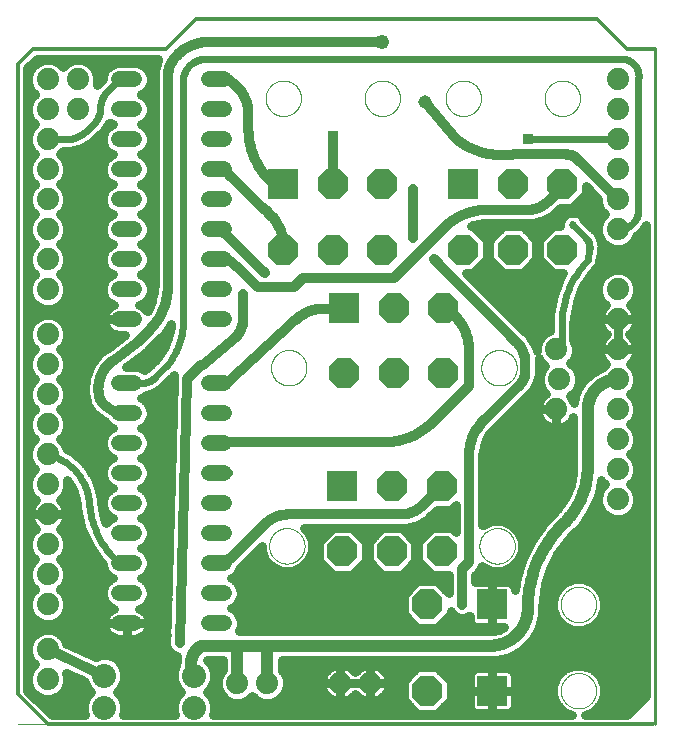
<source format=gbl>
G75*
%MOIN*%
%OFA0B0*%
%FSLAX25Y25*%
%IPPOS*%
%LPD*%
%AMOC8*
5,1,8,0,0,1.08239X$1,22.5*
%
%ADD10C,0.00000*%
%ADD11C,0.01000*%
%ADD12C,0.01200*%
%ADD13C,0.07400*%
%ADD14C,0.08000*%
%ADD15C,0.05200*%
%ADD16OC8,0.10000*%
%ADD17R,0.10000X0.10000*%
%ADD18C,0.02400*%
%ADD19C,0.03000*%
%ADD20R,0.03562X0.03562*%
%ADD21C,0.03200*%
%ADD22C,0.04800*%
%ADD23C,0.04500*%
%ADD24C,0.04000*%
%ADD25C,0.02700*%
%ADD26C,0.02200*%
D10*
X0005000Y0005000D02*
X0015000Y0005000D01*
X0208701Y0005000D01*
X0185959Y0016250D02*
X0185961Y0016403D01*
X0185967Y0016557D01*
X0185977Y0016710D01*
X0185991Y0016862D01*
X0186009Y0017015D01*
X0186031Y0017166D01*
X0186056Y0017317D01*
X0186086Y0017468D01*
X0186120Y0017618D01*
X0186157Y0017766D01*
X0186198Y0017914D01*
X0186243Y0018060D01*
X0186292Y0018206D01*
X0186345Y0018350D01*
X0186401Y0018492D01*
X0186461Y0018633D01*
X0186525Y0018773D01*
X0186592Y0018911D01*
X0186663Y0019047D01*
X0186738Y0019181D01*
X0186815Y0019313D01*
X0186897Y0019443D01*
X0186981Y0019571D01*
X0187069Y0019697D01*
X0187160Y0019820D01*
X0187254Y0019941D01*
X0187352Y0020059D01*
X0187452Y0020175D01*
X0187556Y0020288D01*
X0187662Y0020399D01*
X0187771Y0020507D01*
X0187883Y0020612D01*
X0187997Y0020713D01*
X0188115Y0020812D01*
X0188234Y0020908D01*
X0188356Y0021001D01*
X0188481Y0021090D01*
X0188608Y0021177D01*
X0188737Y0021259D01*
X0188868Y0021339D01*
X0189001Y0021415D01*
X0189136Y0021488D01*
X0189273Y0021557D01*
X0189412Y0021622D01*
X0189552Y0021684D01*
X0189694Y0021742D01*
X0189837Y0021797D01*
X0189982Y0021848D01*
X0190128Y0021895D01*
X0190275Y0021938D01*
X0190423Y0021977D01*
X0190572Y0022013D01*
X0190722Y0022044D01*
X0190873Y0022072D01*
X0191024Y0022096D01*
X0191177Y0022116D01*
X0191329Y0022132D01*
X0191482Y0022144D01*
X0191635Y0022152D01*
X0191788Y0022156D01*
X0191942Y0022156D01*
X0192095Y0022152D01*
X0192248Y0022144D01*
X0192401Y0022132D01*
X0192553Y0022116D01*
X0192706Y0022096D01*
X0192857Y0022072D01*
X0193008Y0022044D01*
X0193158Y0022013D01*
X0193307Y0021977D01*
X0193455Y0021938D01*
X0193602Y0021895D01*
X0193748Y0021848D01*
X0193893Y0021797D01*
X0194036Y0021742D01*
X0194178Y0021684D01*
X0194318Y0021622D01*
X0194457Y0021557D01*
X0194594Y0021488D01*
X0194729Y0021415D01*
X0194862Y0021339D01*
X0194993Y0021259D01*
X0195122Y0021177D01*
X0195249Y0021090D01*
X0195374Y0021001D01*
X0195496Y0020908D01*
X0195615Y0020812D01*
X0195733Y0020713D01*
X0195847Y0020612D01*
X0195959Y0020507D01*
X0196068Y0020399D01*
X0196174Y0020288D01*
X0196278Y0020175D01*
X0196378Y0020059D01*
X0196476Y0019941D01*
X0196570Y0019820D01*
X0196661Y0019697D01*
X0196749Y0019571D01*
X0196833Y0019443D01*
X0196915Y0019313D01*
X0196992Y0019181D01*
X0197067Y0019047D01*
X0197138Y0018911D01*
X0197205Y0018773D01*
X0197269Y0018633D01*
X0197329Y0018492D01*
X0197385Y0018350D01*
X0197438Y0018206D01*
X0197487Y0018060D01*
X0197532Y0017914D01*
X0197573Y0017766D01*
X0197610Y0017618D01*
X0197644Y0017468D01*
X0197674Y0017317D01*
X0197699Y0017166D01*
X0197721Y0017015D01*
X0197739Y0016862D01*
X0197753Y0016710D01*
X0197763Y0016557D01*
X0197769Y0016403D01*
X0197771Y0016250D01*
X0197769Y0016097D01*
X0197763Y0015943D01*
X0197753Y0015790D01*
X0197739Y0015638D01*
X0197721Y0015485D01*
X0197699Y0015334D01*
X0197674Y0015183D01*
X0197644Y0015032D01*
X0197610Y0014882D01*
X0197573Y0014734D01*
X0197532Y0014586D01*
X0197487Y0014440D01*
X0197438Y0014294D01*
X0197385Y0014150D01*
X0197329Y0014008D01*
X0197269Y0013867D01*
X0197205Y0013727D01*
X0197138Y0013589D01*
X0197067Y0013453D01*
X0196992Y0013319D01*
X0196915Y0013187D01*
X0196833Y0013057D01*
X0196749Y0012929D01*
X0196661Y0012803D01*
X0196570Y0012680D01*
X0196476Y0012559D01*
X0196378Y0012441D01*
X0196278Y0012325D01*
X0196174Y0012212D01*
X0196068Y0012101D01*
X0195959Y0011993D01*
X0195847Y0011888D01*
X0195733Y0011787D01*
X0195615Y0011688D01*
X0195496Y0011592D01*
X0195374Y0011499D01*
X0195249Y0011410D01*
X0195122Y0011323D01*
X0194993Y0011241D01*
X0194862Y0011161D01*
X0194729Y0011085D01*
X0194594Y0011012D01*
X0194457Y0010943D01*
X0194318Y0010878D01*
X0194178Y0010816D01*
X0194036Y0010758D01*
X0193893Y0010703D01*
X0193748Y0010652D01*
X0193602Y0010605D01*
X0193455Y0010562D01*
X0193307Y0010523D01*
X0193158Y0010487D01*
X0193008Y0010456D01*
X0192857Y0010428D01*
X0192706Y0010404D01*
X0192553Y0010384D01*
X0192401Y0010368D01*
X0192248Y0010356D01*
X0192095Y0010348D01*
X0191942Y0010344D01*
X0191788Y0010344D01*
X0191635Y0010348D01*
X0191482Y0010356D01*
X0191329Y0010368D01*
X0191177Y0010384D01*
X0191024Y0010404D01*
X0190873Y0010428D01*
X0190722Y0010456D01*
X0190572Y0010487D01*
X0190423Y0010523D01*
X0190275Y0010562D01*
X0190128Y0010605D01*
X0189982Y0010652D01*
X0189837Y0010703D01*
X0189694Y0010758D01*
X0189552Y0010816D01*
X0189412Y0010878D01*
X0189273Y0010943D01*
X0189136Y0011012D01*
X0189001Y0011085D01*
X0188868Y0011161D01*
X0188737Y0011241D01*
X0188608Y0011323D01*
X0188481Y0011410D01*
X0188356Y0011499D01*
X0188234Y0011592D01*
X0188115Y0011688D01*
X0187997Y0011787D01*
X0187883Y0011888D01*
X0187771Y0011993D01*
X0187662Y0012101D01*
X0187556Y0012212D01*
X0187452Y0012325D01*
X0187352Y0012441D01*
X0187254Y0012559D01*
X0187160Y0012680D01*
X0187069Y0012803D01*
X0186981Y0012929D01*
X0186897Y0013057D01*
X0186815Y0013187D01*
X0186738Y0013319D01*
X0186663Y0013453D01*
X0186592Y0013589D01*
X0186525Y0013727D01*
X0186461Y0013867D01*
X0186401Y0014008D01*
X0186345Y0014150D01*
X0186292Y0014294D01*
X0186243Y0014440D01*
X0186198Y0014586D01*
X0186157Y0014734D01*
X0186120Y0014882D01*
X0186086Y0015032D01*
X0186056Y0015183D01*
X0186031Y0015334D01*
X0186009Y0015485D01*
X0185991Y0015638D01*
X0185977Y0015790D01*
X0185967Y0015943D01*
X0185961Y0016097D01*
X0185959Y0016250D01*
X0185959Y0045000D02*
X0185961Y0045153D01*
X0185967Y0045307D01*
X0185977Y0045460D01*
X0185991Y0045612D01*
X0186009Y0045765D01*
X0186031Y0045916D01*
X0186056Y0046067D01*
X0186086Y0046218D01*
X0186120Y0046368D01*
X0186157Y0046516D01*
X0186198Y0046664D01*
X0186243Y0046810D01*
X0186292Y0046956D01*
X0186345Y0047100D01*
X0186401Y0047242D01*
X0186461Y0047383D01*
X0186525Y0047523D01*
X0186592Y0047661D01*
X0186663Y0047797D01*
X0186738Y0047931D01*
X0186815Y0048063D01*
X0186897Y0048193D01*
X0186981Y0048321D01*
X0187069Y0048447D01*
X0187160Y0048570D01*
X0187254Y0048691D01*
X0187352Y0048809D01*
X0187452Y0048925D01*
X0187556Y0049038D01*
X0187662Y0049149D01*
X0187771Y0049257D01*
X0187883Y0049362D01*
X0187997Y0049463D01*
X0188115Y0049562D01*
X0188234Y0049658D01*
X0188356Y0049751D01*
X0188481Y0049840D01*
X0188608Y0049927D01*
X0188737Y0050009D01*
X0188868Y0050089D01*
X0189001Y0050165D01*
X0189136Y0050238D01*
X0189273Y0050307D01*
X0189412Y0050372D01*
X0189552Y0050434D01*
X0189694Y0050492D01*
X0189837Y0050547D01*
X0189982Y0050598D01*
X0190128Y0050645D01*
X0190275Y0050688D01*
X0190423Y0050727D01*
X0190572Y0050763D01*
X0190722Y0050794D01*
X0190873Y0050822D01*
X0191024Y0050846D01*
X0191177Y0050866D01*
X0191329Y0050882D01*
X0191482Y0050894D01*
X0191635Y0050902D01*
X0191788Y0050906D01*
X0191942Y0050906D01*
X0192095Y0050902D01*
X0192248Y0050894D01*
X0192401Y0050882D01*
X0192553Y0050866D01*
X0192706Y0050846D01*
X0192857Y0050822D01*
X0193008Y0050794D01*
X0193158Y0050763D01*
X0193307Y0050727D01*
X0193455Y0050688D01*
X0193602Y0050645D01*
X0193748Y0050598D01*
X0193893Y0050547D01*
X0194036Y0050492D01*
X0194178Y0050434D01*
X0194318Y0050372D01*
X0194457Y0050307D01*
X0194594Y0050238D01*
X0194729Y0050165D01*
X0194862Y0050089D01*
X0194993Y0050009D01*
X0195122Y0049927D01*
X0195249Y0049840D01*
X0195374Y0049751D01*
X0195496Y0049658D01*
X0195615Y0049562D01*
X0195733Y0049463D01*
X0195847Y0049362D01*
X0195959Y0049257D01*
X0196068Y0049149D01*
X0196174Y0049038D01*
X0196278Y0048925D01*
X0196378Y0048809D01*
X0196476Y0048691D01*
X0196570Y0048570D01*
X0196661Y0048447D01*
X0196749Y0048321D01*
X0196833Y0048193D01*
X0196915Y0048063D01*
X0196992Y0047931D01*
X0197067Y0047797D01*
X0197138Y0047661D01*
X0197205Y0047523D01*
X0197269Y0047383D01*
X0197329Y0047242D01*
X0197385Y0047100D01*
X0197438Y0046956D01*
X0197487Y0046810D01*
X0197532Y0046664D01*
X0197573Y0046516D01*
X0197610Y0046368D01*
X0197644Y0046218D01*
X0197674Y0046067D01*
X0197699Y0045916D01*
X0197721Y0045765D01*
X0197739Y0045612D01*
X0197753Y0045460D01*
X0197763Y0045307D01*
X0197769Y0045153D01*
X0197771Y0045000D01*
X0197769Y0044847D01*
X0197763Y0044693D01*
X0197753Y0044540D01*
X0197739Y0044388D01*
X0197721Y0044235D01*
X0197699Y0044084D01*
X0197674Y0043933D01*
X0197644Y0043782D01*
X0197610Y0043632D01*
X0197573Y0043484D01*
X0197532Y0043336D01*
X0197487Y0043190D01*
X0197438Y0043044D01*
X0197385Y0042900D01*
X0197329Y0042758D01*
X0197269Y0042617D01*
X0197205Y0042477D01*
X0197138Y0042339D01*
X0197067Y0042203D01*
X0196992Y0042069D01*
X0196915Y0041937D01*
X0196833Y0041807D01*
X0196749Y0041679D01*
X0196661Y0041553D01*
X0196570Y0041430D01*
X0196476Y0041309D01*
X0196378Y0041191D01*
X0196278Y0041075D01*
X0196174Y0040962D01*
X0196068Y0040851D01*
X0195959Y0040743D01*
X0195847Y0040638D01*
X0195733Y0040537D01*
X0195615Y0040438D01*
X0195496Y0040342D01*
X0195374Y0040249D01*
X0195249Y0040160D01*
X0195122Y0040073D01*
X0194993Y0039991D01*
X0194862Y0039911D01*
X0194729Y0039835D01*
X0194594Y0039762D01*
X0194457Y0039693D01*
X0194318Y0039628D01*
X0194178Y0039566D01*
X0194036Y0039508D01*
X0193893Y0039453D01*
X0193748Y0039402D01*
X0193602Y0039355D01*
X0193455Y0039312D01*
X0193307Y0039273D01*
X0193158Y0039237D01*
X0193008Y0039206D01*
X0192857Y0039178D01*
X0192706Y0039154D01*
X0192553Y0039134D01*
X0192401Y0039118D01*
X0192248Y0039106D01*
X0192095Y0039098D01*
X0191942Y0039094D01*
X0191788Y0039094D01*
X0191635Y0039098D01*
X0191482Y0039106D01*
X0191329Y0039118D01*
X0191177Y0039134D01*
X0191024Y0039154D01*
X0190873Y0039178D01*
X0190722Y0039206D01*
X0190572Y0039237D01*
X0190423Y0039273D01*
X0190275Y0039312D01*
X0190128Y0039355D01*
X0189982Y0039402D01*
X0189837Y0039453D01*
X0189694Y0039508D01*
X0189552Y0039566D01*
X0189412Y0039628D01*
X0189273Y0039693D01*
X0189136Y0039762D01*
X0189001Y0039835D01*
X0188868Y0039911D01*
X0188737Y0039991D01*
X0188608Y0040073D01*
X0188481Y0040160D01*
X0188356Y0040249D01*
X0188234Y0040342D01*
X0188115Y0040438D01*
X0187997Y0040537D01*
X0187883Y0040638D01*
X0187771Y0040743D01*
X0187662Y0040851D01*
X0187556Y0040962D01*
X0187452Y0041075D01*
X0187352Y0041191D01*
X0187254Y0041309D01*
X0187160Y0041430D01*
X0187069Y0041553D01*
X0186981Y0041679D01*
X0186897Y0041807D01*
X0186815Y0041937D01*
X0186738Y0042069D01*
X0186663Y0042203D01*
X0186592Y0042339D01*
X0186525Y0042477D01*
X0186461Y0042617D01*
X0186401Y0042758D01*
X0186345Y0042900D01*
X0186292Y0043044D01*
X0186243Y0043190D01*
X0186198Y0043336D01*
X0186157Y0043484D01*
X0186120Y0043632D01*
X0186086Y0043782D01*
X0186056Y0043933D01*
X0186031Y0044084D01*
X0186009Y0044235D01*
X0185991Y0044388D01*
X0185977Y0044540D01*
X0185967Y0044693D01*
X0185961Y0044847D01*
X0185959Y0045000D01*
X0158848Y0064532D02*
X0158850Y0064685D01*
X0158856Y0064839D01*
X0158866Y0064992D01*
X0158880Y0065144D01*
X0158898Y0065297D01*
X0158920Y0065448D01*
X0158945Y0065599D01*
X0158975Y0065750D01*
X0159009Y0065900D01*
X0159046Y0066048D01*
X0159087Y0066196D01*
X0159132Y0066342D01*
X0159181Y0066488D01*
X0159234Y0066632D01*
X0159290Y0066774D01*
X0159350Y0066915D01*
X0159414Y0067055D01*
X0159481Y0067193D01*
X0159552Y0067329D01*
X0159627Y0067463D01*
X0159704Y0067595D01*
X0159786Y0067725D01*
X0159870Y0067853D01*
X0159958Y0067979D01*
X0160049Y0068102D01*
X0160143Y0068223D01*
X0160241Y0068341D01*
X0160341Y0068457D01*
X0160445Y0068570D01*
X0160551Y0068681D01*
X0160660Y0068789D01*
X0160772Y0068894D01*
X0160886Y0068995D01*
X0161004Y0069094D01*
X0161123Y0069190D01*
X0161245Y0069283D01*
X0161370Y0069372D01*
X0161497Y0069459D01*
X0161626Y0069541D01*
X0161757Y0069621D01*
X0161890Y0069697D01*
X0162025Y0069770D01*
X0162162Y0069839D01*
X0162301Y0069904D01*
X0162441Y0069966D01*
X0162583Y0070024D01*
X0162726Y0070079D01*
X0162871Y0070130D01*
X0163017Y0070177D01*
X0163164Y0070220D01*
X0163312Y0070259D01*
X0163461Y0070295D01*
X0163611Y0070326D01*
X0163762Y0070354D01*
X0163913Y0070378D01*
X0164066Y0070398D01*
X0164218Y0070414D01*
X0164371Y0070426D01*
X0164524Y0070434D01*
X0164677Y0070438D01*
X0164831Y0070438D01*
X0164984Y0070434D01*
X0165137Y0070426D01*
X0165290Y0070414D01*
X0165442Y0070398D01*
X0165595Y0070378D01*
X0165746Y0070354D01*
X0165897Y0070326D01*
X0166047Y0070295D01*
X0166196Y0070259D01*
X0166344Y0070220D01*
X0166491Y0070177D01*
X0166637Y0070130D01*
X0166782Y0070079D01*
X0166925Y0070024D01*
X0167067Y0069966D01*
X0167207Y0069904D01*
X0167346Y0069839D01*
X0167483Y0069770D01*
X0167618Y0069697D01*
X0167751Y0069621D01*
X0167882Y0069541D01*
X0168011Y0069459D01*
X0168138Y0069372D01*
X0168263Y0069283D01*
X0168385Y0069190D01*
X0168504Y0069094D01*
X0168622Y0068995D01*
X0168736Y0068894D01*
X0168848Y0068789D01*
X0168957Y0068681D01*
X0169063Y0068570D01*
X0169167Y0068457D01*
X0169267Y0068341D01*
X0169365Y0068223D01*
X0169459Y0068102D01*
X0169550Y0067979D01*
X0169638Y0067853D01*
X0169722Y0067725D01*
X0169804Y0067595D01*
X0169881Y0067463D01*
X0169956Y0067329D01*
X0170027Y0067193D01*
X0170094Y0067055D01*
X0170158Y0066915D01*
X0170218Y0066774D01*
X0170274Y0066632D01*
X0170327Y0066488D01*
X0170376Y0066342D01*
X0170421Y0066196D01*
X0170462Y0066048D01*
X0170499Y0065900D01*
X0170533Y0065750D01*
X0170563Y0065599D01*
X0170588Y0065448D01*
X0170610Y0065297D01*
X0170628Y0065144D01*
X0170642Y0064992D01*
X0170652Y0064839D01*
X0170658Y0064685D01*
X0170660Y0064532D01*
X0170658Y0064379D01*
X0170652Y0064225D01*
X0170642Y0064072D01*
X0170628Y0063920D01*
X0170610Y0063767D01*
X0170588Y0063616D01*
X0170563Y0063465D01*
X0170533Y0063314D01*
X0170499Y0063164D01*
X0170462Y0063016D01*
X0170421Y0062868D01*
X0170376Y0062722D01*
X0170327Y0062576D01*
X0170274Y0062432D01*
X0170218Y0062290D01*
X0170158Y0062149D01*
X0170094Y0062009D01*
X0170027Y0061871D01*
X0169956Y0061735D01*
X0169881Y0061601D01*
X0169804Y0061469D01*
X0169722Y0061339D01*
X0169638Y0061211D01*
X0169550Y0061085D01*
X0169459Y0060962D01*
X0169365Y0060841D01*
X0169267Y0060723D01*
X0169167Y0060607D01*
X0169063Y0060494D01*
X0168957Y0060383D01*
X0168848Y0060275D01*
X0168736Y0060170D01*
X0168622Y0060069D01*
X0168504Y0059970D01*
X0168385Y0059874D01*
X0168263Y0059781D01*
X0168138Y0059692D01*
X0168011Y0059605D01*
X0167882Y0059523D01*
X0167751Y0059443D01*
X0167618Y0059367D01*
X0167483Y0059294D01*
X0167346Y0059225D01*
X0167207Y0059160D01*
X0167067Y0059098D01*
X0166925Y0059040D01*
X0166782Y0058985D01*
X0166637Y0058934D01*
X0166491Y0058887D01*
X0166344Y0058844D01*
X0166196Y0058805D01*
X0166047Y0058769D01*
X0165897Y0058738D01*
X0165746Y0058710D01*
X0165595Y0058686D01*
X0165442Y0058666D01*
X0165290Y0058650D01*
X0165137Y0058638D01*
X0164984Y0058630D01*
X0164831Y0058626D01*
X0164677Y0058626D01*
X0164524Y0058630D01*
X0164371Y0058638D01*
X0164218Y0058650D01*
X0164066Y0058666D01*
X0163913Y0058686D01*
X0163762Y0058710D01*
X0163611Y0058738D01*
X0163461Y0058769D01*
X0163312Y0058805D01*
X0163164Y0058844D01*
X0163017Y0058887D01*
X0162871Y0058934D01*
X0162726Y0058985D01*
X0162583Y0059040D01*
X0162441Y0059098D01*
X0162301Y0059160D01*
X0162162Y0059225D01*
X0162025Y0059294D01*
X0161890Y0059367D01*
X0161757Y0059443D01*
X0161626Y0059523D01*
X0161497Y0059605D01*
X0161370Y0059692D01*
X0161245Y0059781D01*
X0161123Y0059874D01*
X0161004Y0059970D01*
X0160886Y0060069D01*
X0160772Y0060170D01*
X0160660Y0060275D01*
X0160551Y0060383D01*
X0160445Y0060494D01*
X0160341Y0060607D01*
X0160241Y0060723D01*
X0160143Y0060841D01*
X0160049Y0060962D01*
X0159958Y0061085D01*
X0159870Y0061211D01*
X0159786Y0061339D01*
X0159704Y0061469D01*
X0159627Y0061601D01*
X0159552Y0061735D01*
X0159481Y0061871D01*
X0159414Y0062009D01*
X0159350Y0062149D01*
X0159290Y0062290D01*
X0159234Y0062432D01*
X0159181Y0062576D01*
X0159132Y0062722D01*
X0159087Y0062868D01*
X0159046Y0063016D01*
X0159009Y0063164D01*
X0158975Y0063314D01*
X0158945Y0063465D01*
X0158920Y0063616D01*
X0158898Y0063767D01*
X0158880Y0063920D01*
X0158866Y0064072D01*
X0158856Y0064225D01*
X0158850Y0064379D01*
X0158848Y0064532D01*
X0159473Y0123907D02*
X0159475Y0124060D01*
X0159481Y0124214D01*
X0159491Y0124367D01*
X0159505Y0124519D01*
X0159523Y0124672D01*
X0159545Y0124823D01*
X0159570Y0124974D01*
X0159600Y0125125D01*
X0159634Y0125275D01*
X0159671Y0125423D01*
X0159712Y0125571D01*
X0159757Y0125717D01*
X0159806Y0125863D01*
X0159859Y0126007D01*
X0159915Y0126149D01*
X0159975Y0126290D01*
X0160039Y0126430D01*
X0160106Y0126568D01*
X0160177Y0126704D01*
X0160252Y0126838D01*
X0160329Y0126970D01*
X0160411Y0127100D01*
X0160495Y0127228D01*
X0160583Y0127354D01*
X0160674Y0127477D01*
X0160768Y0127598D01*
X0160866Y0127716D01*
X0160966Y0127832D01*
X0161070Y0127945D01*
X0161176Y0128056D01*
X0161285Y0128164D01*
X0161397Y0128269D01*
X0161511Y0128370D01*
X0161629Y0128469D01*
X0161748Y0128565D01*
X0161870Y0128658D01*
X0161995Y0128747D01*
X0162122Y0128834D01*
X0162251Y0128916D01*
X0162382Y0128996D01*
X0162515Y0129072D01*
X0162650Y0129145D01*
X0162787Y0129214D01*
X0162926Y0129279D01*
X0163066Y0129341D01*
X0163208Y0129399D01*
X0163351Y0129454D01*
X0163496Y0129505D01*
X0163642Y0129552D01*
X0163789Y0129595D01*
X0163937Y0129634D01*
X0164086Y0129670D01*
X0164236Y0129701D01*
X0164387Y0129729D01*
X0164538Y0129753D01*
X0164691Y0129773D01*
X0164843Y0129789D01*
X0164996Y0129801D01*
X0165149Y0129809D01*
X0165302Y0129813D01*
X0165456Y0129813D01*
X0165609Y0129809D01*
X0165762Y0129801D01*
X0165915Y0129789D01*
X0166067Y0129773D01*
X0166220Y0129753D01*
X0166371Y0129729D01*
X0166522Y0129701D01*
X0166672Y0129670D01*
X0166821Y0129634D01*
X0166969Y0129595D01*
X0167116Y0129552D01*
X0167262Y0129505D01*
X0167407Y0129454D01*
X0167550Y0129399D01*
X0167692Y0129341D01*
X0167832Y0129279D01*
X0167971Y0129214D01*
X0168108Y0129145D01*
X0168243Y0129072D01*
X0168376Y0128996D01*
X0168507Y0128916D01*
X0168636Y0128834D01*
X0168763Y0128747D01*
X0168888Y0128658D01*
X0169010Y0128565D01*
X0169129Y0128469D01*
X0169247Y0128370D01*
X0169361Y0128269D01*
X0169473Y0128164D01*
X0169582Y0128056D01*
X0169688Y0127945D01*
X0169792Y0127832D01*
X0169892Y0127716D01*
X0169990Y0127598D01*
X0170084Y0127477D01*
X0170175Y0127354D01*
X0170263Y0127228D01*
X0170347Y0127100D01*
X0170429Y0126970D01*
X0170506Y0126838D01*
X0170581Y0126704D01*
X0170652Y0126568D01*
X0170719Y0126430D01*
X0170783Y0126290D01*
X0170843Y0126149D01*
X0170899Y0126007D01*
X0170952Y0125863D01*
X0171001Y0125717D01*
X0171046Y0125571D01*
X0171087Y0125423D01*
X0171124Y0125275D01*
X0171158Y0125125D01*
X0171188Y0124974D01*
X0171213Y0124823D01*
X0171235Y0124672D01*
X0171253Y0124519D01*
X0171267Y0124367D01*
X0171277Y0124214D01*
X0171283Y0124060D01*
X0171285Y0123907D01*
X0171283Y0123754D01*
X0171277Y0123600D01*
X0171267Y0123447D01*
X0171253Y0123295D01*
X0171235Y0123142D01*
X0171213Y0122991D01*
X0171188Y0122840D01*
X0171158Y0122689D01*
X0171124Y0122539D01*
X0171087Y0122391D01*
X0171046Y0122243D01*
X0171001Y0122097D01*
X0170952Y0121951D01*
X0170899Y0121807D01*
X0170843Y0121665D01*
X0170783Y0121524D01*
X0170719Y0121384D01*
X0170652Y0121246D01*
X0170581Y0121110D01*
X0170506Y0120976D01*
X0170429Y0120844D01*
X0170347Y0120714D01*
X0170263Y0120586D01*
X0170175Y0120460D01*
X0170084Y0120337D01*
X0169990Y0120216D01*
X0169892Y0120098D01*
X0169792Y0119982D01*
X0169688Y0119869D01*
X0169582Y0119758D01*
X0169473Y0119650D01*
X0169361Y0119545D01*
X0169247Y0119444D01*
X0169129Y0119345D01*
X0169010Y0119249D01*
X0168888Y0119156D01*
X0168763Y0119067D01*
X0168636Y0118980D01*
X0168507Y0118898D01*
X0168376Y0118818D01*
X0168243Y0118742D01*
X0168108Y0118669D01*
X0167971Y0118600D01*
X0167832Y0118535D01*
X0167692Y0118473D01*
X0167550Y0118415D01*
X0167407Y0118360D01*
X0167262Y0118309D01*
X0167116Y0118262D01*
X0166969Y0118219D01*
X0166821Y0118180D01*
X0166672Y0118144D01*
X0166522Y0118113D01*
X0166371Y0118085D01*
X0166220Y0118061D01*
X0166067Y0118041D01*
X0165915Y0118025D01*
X0165762Y0118013D01*
X0165609Y0118005D01*
X0165456Y0118001D01*
X0165302Y0118001D01*
X0165149Y0118005D01*
X0164996Y0118013D01*
X0164843Y0118025D01*
X0164691Y0118041D01*
X0164538Y0118061D01*
X0164387Y0118085D01*
X0164236Y0118113D01*
X0164086Y0118144D01*
X0163937Y0118180D01*
X0163789Y0118219D01*
X0163642Y0118262D01*
X0163496Y0118309D01*
X0163351Y0118360D01*
X0163208Y0118415D01*
X0163066Y0118473D01*
X0162926Y0118535D01*
X0162787Y0118600D01*
X0162650Y0118669D01*
X0162515Y0118742D01*
X0162382Y0118818D01*
X0162251Y0118898D01*
X0162122Y0118980D01*
X0161995Y0119067D01*
X0161870Y0119156D01*
X0161748Y0119249D01*
X0161629Y0119345D01*
X0161511Y0119444D01*
X0161397Y0119545D01*
X0161285Y0119650D01*
X0161176Y0119758D01*
X0161070Y0119869D01*
X0160966Y0119982D01*
X0160866Y0120098D01*
X0160768Y0120216D01*
X0160674Y0120337D01*
X0160583Y0120460D01*
X0160495Y0120586D01*
X0160411Y0120714D01*
X0160329Y0120844D01*
X0160252Y0120976D01*
X0160177Y0121110D01*
X0160106Y0121246D01*
X0160039Y0121384D01*
X0159975Y0121524D01*
X0159915Y0121665D01*
X0159859Y0121807D01*
X0159806Y0121951D01*
X0159757Y0122097D01*
X0159712Y0122243D01*
X0159671Y0122391D01*
X0159634Y0122539D01*
X0159600Y0122689D01*
X0159570Y0122840D01*
X0159545Y0122991D01*
X0159523Y0123142D01*
X0159505Y0123295D01*
X0159491Y0123447D01*
X0159481Y0123600D01*
X0159475Y0123754D01*
X0159473Y0123907D01*
X0089394Y0123907D02*
X0089396Y0124060D01*
X0089402Y0124214D01*
X0089412Y0124367D01*
X0089426Y0124519D01*
X0089444Y0124672D01*
X0089466Y0124823D01*
X0089491Y0124974D01*
X0089521Y0125125D01*
X0089555Y0125275D01*
X0089592Y0125423D01*
X0089633Y0125571D01*
X0089678Y0125717D01*
X0089727Y0125863D01*
X0089780Y0126007D01*
X0089836Y0126149D01*
X0089896Y0126290D01*
X0089960Y0126430D01*
X0090027Y0126568D01*
X0090098Y0126704D01*
X0090173Y0126838D01*
X0090250Y0126970D01*
X0090332Y0127100D01*
X0090416Y0127228D01*
X0090504Y0127354D01*
X0090595Y0127477D01*
X0090689Y0127598D01*
X0090787Y0127716D01*
X0090887Y0127832D01*
X0090991Y0127945D01*
X0091097Y0128056D01*
X0091206Y0128164D01*
X0091318Y0128269D01*
X0091432Y0128370D01*
X0091550Y0128469D01*
X0091669Y0128565D01*
X0091791Y0128658D01*
X0091916Y0128747D01*
X0092043Y0128834D01*
X0092172Y0128916D01*
X0092303Y0128996D01*
X0092436Y0129072D01*
X0092571Y0129145D01*
X0092708Y0129214D01*
X0092847Y0129279D01*
X0092987Y0129341D01*
X0093129Y0129399D01*
X0093272Y0129454D01*
X0093417Y0129505D01*
X0093563Y0129552D01*
X0093710Y0129595D01*
X0093858Y0129634D01*
X0094007Y0129670D01*
X0094157Y0129701D01*
X0094308Y0129729D01*
X0094459Y0129753D01*
X0094612Y0129773D01*
X0094764Y0129789D01*
X0094917Y0129801D01*
X0095070Y0129809D01*
X0095223Y0129813D01*
X0095377Y0129813D01*
X0095530Y0129809D01*
X0095683Y0129801D01*
X0095836Y0129789D01*
X0095988Y0129773D01*
X0096141Y0129753D01*
X0096292Y0129729D01*
X0096443Y0129701D01*
X0096593Y0129670D01*
X0096742Y0129634D01*
X0096890Y0129595D01*
X0097037Y0129552D01*
X0097183Y0129505D01*
X0097328Y0129454D01*
X0097471Y0129399D01*
X0097613Y0129341D01*
X0097753Y0129279D01*
X0097892Y0129214D01*
X0098029Y0129145D01*
X0098164Y0129072D01*
X0098297Y0128996D01*
X0098428Y0128916D01*
X0098557Y0128834D01*
X0098684Y0128747D01*
X0098809Y0128658D01*
X0098931Y0128565D01*
X0099050Y0128469D01*
X0099168Y0128370D01*
X0099282Y0128269D01*
X0099394Y0128164D01*
X0099503Y0128056D01*
X0099609Y0127945D01*
X0099713Y0127832D01*
X0099813Y0127716D01*
X0099911Y0127598D01*
X0100005Y0127477D01*
X0100096Y0127354D01*
X0100184Y0127228D01*
X0100268Y0127100D01*
X0100350Y0126970D01*
X0100427Y0126838D01*
X0100502Y0126704D01*
X0100573Y0126568D01*
X0100640Y0126430D01*
X0100704Y0126290D01*
X0100764Y0126149D01*
X0100820Y0126007D01*
X0100873Y0125863D01*
X0100922Y0125717D01*
X0100967Y0125571D01*
X0101008Y0125423D01*
X0101045Y0125275D01*
X0101079Y0125125D01*
X0101109Y0124974D01*
X0101134Y0124823D01*
X0101156Y0124672D01*
X0101174Y0124519D01*
X0101188Y0124367D01*
X0101198Y0124214D01*
X0101204Y0124060D01*
X0101206Y0123907D01*
X0101204Y0123754D01*
X0101198Y0123600D01*
X0101188Y0123447D01*
X0101174Y0123295D01*
X0101156Y0123142D01*
X0101134Y0122991D01*
X0101109Y0122840D01*
X0101079Y0122689D01*
X0101045Y0122539D01*
X0101008Y0122391D01*
X0100967Y0122243D01*
X0100922Y0122097D01*
X0100873Y0121951D01*
X0100820Y0121807D01*
X0100764Y0121665D01*
X0100704Y0121524D01*
X0100640Y0121384D01*
X0100573Y0121246D01*
X0100502Y0121110D01*
X0100427Y0120976D01*
X0100350Y0120844D01*
X0100268Y0120714D01*
X0100184Y0120586D01*
X0100096Y0120460D01*
X0100005Y0120337D01*
X0099911Y0120216D01*
X0099813Y0120098D01*
X0099713Y0119982D01*
X0099609Y0119869D01*
X0099503Y0119758D01*
X0099394Y0119650D01*
X0099282Y0119545D01*
X0099168Y0119444D01*
X0099050Y0119345D01*
X0098931Y0119249D01*
X0098809Y0119156D01*
X0098684Y0119067D01*
X0098557Y0118980D01*
X0098428Y0118898D01*
X0098297Y0118818D01*
X0098164Y0118742D01*
X0098029Y0118669D01*
X0097892Y0118600D01*
X0097753Y0118535D01*
X0097613Y0118473D01*
X0097471Y0118415D01*
X0097328Y0118360D01*
X0097183Y0118309D01*
X0097037Y0118262D01*
X0096890Y0118219D01*
X0096742Y0118180D01*
X0096593Y0118144D01*
X0096443Y0118113D01*
X0096292Y0118085D01*
X0096141Y0118061D01*
X0095988Y0118041D01*
X0095836Y0118025D01*
X0095683Y0118013D01*
X0095530Y0118005D01*
X0095377Y0118001D01*
X0095223Y0118001D01*
X0095070Y0118005D01*
X0094917Y0118013D01*
X0094764Y0118025D01*
X0094612Y0118041D01*
X0094459Y0118061D01*
X0094308Y0118085D01*
X0094157Y0118113D01*
X0094007Y0118144D01*
X0093858Y0118180D01*
X0093710Y0118219D01*
X0093563Y0118262D01*
X0093417Y0118309D01*
X0093272Y0118360D01*
X0093129Y0118415D01*
X0092987Y0118473D01*
X0092847Y0118535D01*
X0092708Y0118600D01*
X0092571Y0118669D01*
X0092436Y0118742D01*
X0092303Y0118818D01*
X0092172Y0118898D01*
X0092043Y0118980D01*
X0091916Y0119067D01*
X0091791Y0119156D01*
X0091669Y0119249D01*
X0091550Y0119345D01*
X0091432Y0119444D01*
X0091318Y0119545D01*
X0091206Y0119650D01*
X0091097Y0119758D01*
X0090991Y0119869D01*
X0090887Y0119982D01*
X0090787Y0120098D01*
X0090689Y0120216D01*
X0090595Y0120337D01*
X0090504Y0120460D01*
X0090416Y0120586D01*
X0090332Y0120714D01*
X0090250Y0120844D01*
X0090173Y0120976D01*
X0090098Y0121110D01*
X0090027Y0121246D01*
X0089960Y0121384D01*
X0089896Y0121524D01*
X0089836Y0121665D01*
X0089780Y0121807D01*
X0089727Y0121951D01*
X0089678Y0122097D01*
X0089633Y0122243D01*
X0089592Y0122391D01*
X0089555Y0122539D01*
X0089521Y0122689D01*
X0089491Y0122840D01*
X0089466Y0122991D01*
X0089444Y0123142D01*
X0089426Y0123295D01*
X0089412Y0123447D01*
X0089402Y0123600D01*
X0089396Y0123754D01*
X0089394Y0123907D01*
X0088769Y0064532D02*
X0088771Y0064685D01*
X0088777Y0064839D01*
X0088787Y0064992D01*
X0088801Y0065144D01*
X0088819Y0065297D01*
X0088841Y0065448D01*
X0088866Y0065599D01*
X0088896Y0065750D01*
X0088930Y0065900D01*
X0088967Y0066048D01*
X0089008Y0066196D01*
X0089053Y0066342D01*
X0089102Y0066488D01*
X0089155Y0066632D01*
X0089211Y0066774D01*
X0089271Y0066915D01*
X0089335Y0067055D01*
X0089402Y0067193D01*
X0089473Y0067329D01*
X0089548Y0067463D01*
X0089625Y0067595D01*
X0089707Y0067725D01*
X0089791Y0067853D01*
X0089879Y0067979D01*
X0089970Y0068102D01*
X0090064Y0068223D01*
X0090162Y0068341D01*
X0090262Y0068457D01*
X0090366Y0068570D01*
X0090472Y0068681D01*
X0090581Y0068789D01*
X0090693Y0068894D01*
X0090807Y0068995D01*
X0090925Y0069094D01*
X0091044Y0069190D01*
X0091166Y0069283D01*
X0091291Y0069372D01*
X0091418Y0069459D01*
X0091547Y0069541D01*
X0091678Y0069621D01*
X0091811Y0069697D01*
X0091946Y0069770D01*
X0092083Y0069839D01*
X0092222Y0069904D01*
X0092362Y0069966D01*
X0092504Y0070024D01*
X0092647Y0070079D01*
X0092792Y0070130D01*
X0092938Y0070177D01*
X0093085Y0070220D01*
X0093233Y0070259D01*
X0093382Y0070295D01*
X0093532Y0070326D01*
X0093683Y0070354D01*
X0093834Y0070378D01*
X0093987Y0070398D01*
X0094139Y0070414D01*
X0094292Y0070426D01*
X0094445Y0070434D01*
X0094598Y0070438D01*
X0094752Y0070438D01*
X0094905Y0070434D01*
X0095058Y0070426D01*
X0095211Y0070414D01*
X0095363Y0070398D01*
X0095516Y0070378D01*
X0095667Y0070354D01*
X0095818Y0070326D01*
X0095968Y0070295D01*
X0096117Y0070259D01*
X0096265Y0070220D01*
X0096412Y0070177D01*
X0096558Y0070130D01*
X0096703Y0070079D01*
X0096846Y0070024D01*
X0096988Y0069966D01*
X0097128Y0069904D01*
X0097267Y0069839D01*
X0097404Y0069770D01*
X0097539Y0069697D01*
X0097672Y0069621D01*
X0097803Y0069541D01*
X0097932Y0069459D01*
X0098059Y0069372D01*
X0098184Y0069283D01*
X0098306Y0069190D01*
X0098425Y0069094D01*
X0098543Y0068995D01*
X0098657Y0068894D01*
X0098769Y0068789D01*
X0098878Y0068681D01*
X0098984Y0068570D01*
X0099088Y0068457D01*
X0099188Y0068341D01*
X0099286Y0068223D01*
X0099380Y0068102D01*
X0099471Y0067979D01*
X0099559Y0067853D01*
X0099643Y0067725D01*
X0099725Y0067595D01*
X0099802Y0067463D01*
X0099877Y0067329D01*
X0099948Y0067193D01*
X0100015Y0067055D01*
X0100079Y0066915D01*
X0100139Y0066774D01*
X0100195Y0066632D01*
X0100248Y0066488D01*
X0100297Y0066342D01*
X0100342Y0066196D01*
X0100383Y0066048D01*
X0100420Y0065900D01*
X0100454Y0065750D01*
X0100484Y0065599D01*
X0100509Y0065448D01*
X0100531Y0065297D01*
X0100549Y0065144D01*
X0100563Y0064992D01*
X0100573Y0064839D01*
X0100579Y0064685D01*
X0100581Y0064532D01*
X0100579Y0064379D01*
X0100573Y0064225D01*
X0100563Y0064072D01*
X0100549Y0063920D01*
X0100531Y0063767D01*
X0100509Y0063616D01*
X0100484Y0063465D01*
X0100454Y0063314D01*
X0100420Y0063164D01*
X0100383Y0063016D01*
X0100342Y0062868D01*
X0100297Y0062722D01*
X0100248Y0062576D01*
X0100195Y0062432D01*
X0100139Y0062290D01*
X0100079Y0062149D01*
X0100015Y0062009D01*
X0099948Y0061871D01*
X0099877Y0061735D01*
X0099802Y0061601D01*
X0099725Y0061469D01*
X0099643Y0061339D01*
X0099559Y0061211D01*
X0099471Y0061085D01*
X0099380Y0060962D01*
X0099286Y0060841D01*
X0099188Y0060723D01*
X0099088Y0060607D01*
X0098984Y0060494D01*
X0098878Y0060383D01*
X0098769Y0060275D01*
X0098657Y0060170D01*
X0098543Y0060069D01*
X0098425Y0059970D01*
X0098306Y0059874D01*
X0098184Y0059781D01*
X0098059Y0059692D01*
X0097932Y0059605D01*
X0097803Y0059523D01*
X0097672Y0059443D01*
X0097539Y0059367D01*
X0097404Y0059294D01*
X0097267Y0059225D01*
X0097128Y0059160D01*
X0096988Y0059098D01*
X0096846Y0059040D01*
X0096703Y0058985D01*
X0096558Y0058934D01*
X0096412Y0058887D01*
X0096265Y0058844D01*
X0096117Y0058805D01*
X0095968Y0058769D01*
X0095818Y0058738D01*
X0095667Y0058710D01*
X0095516Y0058686D01*
X0095363Y0058666D01*
X0095211Y0058650D01*
X0095058Y0058638D01*
X0094905Y0058630D01*
X0094752Y0058626D01*
X0094598Y0058626D01*
X0094445Y0058630D01*
X0094292Y0058638D01*
X0094139Y0058650D01*
X0093987Y0058666D01*
X0093834Y0058686D01*
X0093683Y0058710D01*
X0093532Y0058738D01*
X0093382Y0058769D01*
X0093233Y0058805D01*
X0093085Y0058844D01*
X0092938Y0058887D01*
X0092792Y0058934D01*
X0092647Y0058985D01*
X0092504Y0059040D01*
X0092362Y0059098D01*
X0092222Y0059160D01*
X0092083Y0059225D01*
X0091946Y0059294D01*
X0091811Y0059367D01*
X0091678Y0059443D01*
X0091547Y0059523D01*
X0091418Y0059605D01*
X0091291Y0059692D01*
X0091166Y0059781D01*
X0091044Y0059874D01*
X0090925Y0059970D01*
X0090807Y0060069D01*
X0090693Y0060170D01*
X0090581Y0060275D01*
X0090472Y0060383D01*
X0090366Y0060494D01*
X0090262Y0060607D01*
X0090162Y0060723D01*
X0090064Y0060841D01*
X0089970Y0060962D01*
X0089879Y0061085D01*
X0089791Y0061211D01*
X0089707Y0061339D01*
X0089625Y0061469D01*
X0089548Y0061601D01*
X0089473Y0061735D01*
X0089402Y0061871D01*
X0089335Y0062009D01*
X0089271Y0062149D01*
X0089211Y0062290D01*
X0089155Y0062432D01*
X0089102Y0062576D01*
X0089053Y0062722D01*
X0089008Y0062868D01*
X0088967Y0063016D01*
X0088930Y0063164D01*
X0088896Y0063314D01*
X0088866Y0063465D01*
X0088841Y0063616D01*
X0088819Y0063767D01*
X0088801Y0063920D01*
X0088787Y0064072D01*
X0088777Y0064225D01*
X0088771Y0064379D01*
X0088769Y0064532D01*
X0087594Y0213740D02*
X0087596Y0213893D01*
X0087602Y0214047D01*
X0087612Y0214200D01*
X0087626Y0214352D01*
X0087644Y0214505D01*
X0087666Y0214656D01*
X0087691Y0214807D01*
X0087721Y0214958D01*
X0087755Y0215108D01*
X0087792Y0215256D01*
X0087833Y0215404D01*
X0087878Y0215550D01*
X0087927Y0215696D01*
X0087980Y0215840D01*
X0088036Y0215982D01*
X0088096Y0216123D01*
X0088160Y0216263D01*
X0088227Y0216401D01*
X0088298Y0216537D01*
X0088373Y0216671D01*
X0088450Y0216803D01*
X0088532Y0216933D01*
X0088616Y0217061D01*
X0088704Y0217187D01*
X0088795Y0217310D01*
X0088889Y0217431D01*
X0088987Y0217549D01*
X0089087Y0217665D01*
X0089191Y0217778D01*
X0089297Y0217889D01*
X0089406Y0217997D01*
X0089518Y0218102D01*
X0089632Y0218203D01*
X0089750Y0218302D01*
X0089869Y0218398D01*
X0089991Y0218491D01*
X0090116Y0218580D01*
X0090243Y0218667D01*
X0090372Y0218749D01*
X0090503Y0218829D01*
X0090636Y0218905D01*
X0090771Y0218978D01*
X0090908Y0219047D01*
X0091047Y0219112D01*
X0091187Y0219174D01*
X0091329Y0219232D01*
X0091472Y0219287D01*
X0091617Y0219338D01*
X0091763Y0219385D01*
X0091910Y0219428D01*
X0092058Y0219467D01*
X0092207Y0219503D01*
X0092357Y0219534D01*
X0092508Y0219562D01*
X0092659Y0219586D01*
X0092812Y0219606D01*
X0092964Y0219622D01*
X0093117Y0219634D01*
X0093270Y0219642D01*
X0093423Y0219646D01*
X0093577Y0219646D01*
X0093730Y0219642D01*
X0093883Y0219634D01*
X0094036Y0219622D01*
X0094188Y0219606D01*
X0094341Y0219586D01*
X0094492Y0219562D01*
X0094643Y0219534D01*
X0094793Y0219503D01*
X0094942Y0219467D01*
X0095090Y0219428D01*
X0095237Y0219385D01*
X0095383Y0219338D01*
X0095528Y0219287D01*
X0095671Y0219232D01*
X0095813Y0219174D01*
X0095953Y0219112D01*
X0096092Y0219047D01*
X0096229Y0218978D01*
X0096364Y0218905D01*
X0096497Y0218829D01*
X0096628Y0218749D01*
X0096757Y0218667D01*
X0096884Y0218580D01*
X0097009Y0218491D01*
X0097131Y0218398D01*
X0097250Y0218302D01*
X0097368Y0218203D01*
X0097482Y0218102D01*
X0097594Y0217997D01*
X0097703Y0217889D01*
X0097809Y0217778D01*
X0097913Y0217665D01*
X0098013Y0217549D01*
X0098111Y0217431D01*
X0098205Y0217310D01*
X0098296Y0217187D01*
X0098384Y0217061D01*
X0098468Y0216933D01*
X0098550Y0216803D01*
X0098627Y0216671D01*
X0098702Y0216537D01*
X0098773Y0216401D01*
X0098840Y0216263D01*
X0098904Y0216123D01*
X0098964Y0215982D01*
X0099020Y0215840D01*
X0099073Y0215696D01*
X0099122Y0215550D01*
X0099167Y0215404D01*
X0099208Y0215256D01*
X0099245Y0215108D01*
X0099279Y0214958D01*
X0099309Y0214807D01*
X0099334Y0214656D01*
X0099356Y0214505D01*
X0099374Y0214352D01*
X0099388Y0214200D01*
X0099398Y0214047D01*
X0099404Y0213893D01*
X0099406Y0213740D01*
X0099404Y0213587D01*
X0099398Y0213433D01*
X0099388Y0213280D01*
X0099374Y0213128D01*
X0099356Y0212975D01*
X0099334Y0212824D01*
X0099309Y0212673D01*
X0099279Y0212522D01*
X0099245Y0212372D01*
X0099208Y0212224D01*
X0099167Y0212076D01*
X0099122Y0211930D01*
X0099073Y0211784D01*
X0099020Y0211640D01*
X0098964Y0211498D01*
X0098904Y0211357D01*
X0098840Y0211217D01*
X0098773Y0211079D01*
X0098702Y0210943D01*
X0098627Y0210809D01*
X0098550Y0210677D01*
X0098468Y0210547D01*
X0098384Y0210419D01*
X0098296Y0210293D01*
X0098205Y0210170D01*
X0098111Y0210049D01*
X0098013Y0209931D01*
X0097913Y0209815D01*
X0097809Y0209702D01*
X0097703Y0209591D01*
X0097594Y0209483D01*
X0097482Y0209378D01*
X0097368Y0209277D01*
X0097250Y0209178D01*
X0097131Y0209082D01*
X0097009Y0208989D01*
X0096884Y0208900D01*
X0096757Y0208813D01*
X0096628Y0208731D01*
X0096497Y0208651D01*
X0096364Y0208575D01*
X0096229Y0208502D01*
X0096092Y0208433D01*
X0095953Y0208368D01*
X0095813Y0208306D01*
X0095671Y0208248D01*
X0095528Y0208193D01*
X0095383Y0208142D01*
X0095237Y0208095D01*
X0095090Y0208052D01*
X0094942Y0208013D01*
X0094793Y0207977D01*
X0094643Y0207946D01*
X0094492Y0207918D01*
X0094341Y0207894D01*
X0094188Y0207874D01*
X0094036Y0207858D01*
X0093883Y0207846D01*
X0093730Y0207838D01*
X0093577Y0207834D01*
X0093423Y0207834D01*
X0093270Y0207838D01*
X0093117Y0207846D01*
X0092964Y0207858D01*
X0092812Y0207874D01*
X0092659Y0207894D01*
X0092508Y0207918D01*
X0092357Y0207946D01*
X0092207Y0207977D01*
X0092058Y0208013D01*
X0091910Y0208052D01*
X0091763Y0208095D01*
X0091617Y0208142D01*
X0091472Y0208193D01*
X0091329Y0208248D01*
X0091187Y0208306D01*
X0091047Y0208368D01*
X0090908Y0208433D01*
X0090771Y0208502D01*
X0090636Y0208575D01*
X0090503Y0208651D01*
X0090372Y0208731D01*
X0090243Y0208813D01*
X0090116Y0208900D01*
X0089991Y0208989D01*
X0089869Y0209082D01*
X0089750Y0209178D01*
X0089632Y0209277D01*
X0089518Y0209378D01*
X0089406Y0209483D01*
X0089297Y0209591D01*
X0089191Y0209702D01*
X0089087Y0209815D01*
X0088987Y0209931D01*
X0088889Y0210049D01*
X0088795Y0210170D01*
X0088704Y0210293D01*
X0088616Y0210419D01*
X0088532Y0210547D01*
X0088450Y0210677D01*
X0088373Y0210809D01*
X0088298Y0210943D01*
X0088227Y0211079D01*
X0088160Y0211217D01*
X0088096Y0211357D01*
X0088036Y0211498D01*
X0087980Y0211640D01*
X0087927Y0211784D01*
X0087878Y0211930D01*
X0087833Y0212076D01*
X0087792Y0212224D01*
X0087755Y0212372D01*
X0087721Y0212522D01*
X0087691Y0212673D01*
X0087666Y0212824D01*
X0087644Y0212975D01*
X0087626Y0213128D01*
X0087612Y0213280D01*
X0087602Y0213433D01*
X0087596Y0213587D01*
X0087594Y0213740D01*
X0120594Y0213740D02*
X0120596Y0213893D01*
X0120602Y0214047D01*
X0120612Y0214200D01*
X0120626Y0214352D01*
X0120644Y0214505D01*
X0120666Y0214656D01*
X0120691Y0214807D01*
X0120721Y0214958D01*
X0120755Y0215108D01*
X0120792Y0215256D01*
X0120833Y0215404D01*
X0120878Y0215550D01*
X0120927Y0215696D01*
X0120980Y0215840D01*
X0121036Y0215982D01*
X0121096Y0216123D01*
X0121160Y0216263D01*
X0121227Y0216401D01*
X0121298Y0216537D01*
X0121373Y0216671D01*
X0121450Y0216803D01*
X0121532Y0216933D01*
X0121616Y0217061D01*
X0121704Y0217187D01*
X0121795Y0217310D01*
X0121889Y0217431D01*
X0121987Y0217549D01*
X0122087Y0217665D01*
X0122191Y0217778D01*
X0122297Y0217889D01*
X0122406Y0217997D01*
X0122518Y0218102D01*
X0122632Y0218203D01*
X0122750Y0218302D01*
X0122869Y0218398D01*
X0122991Y0218491D01*
X0123116Y0218580D01*
X0123243Y0218667D01*
X0123372Y0218749D01*
X0123503Y0218829D01*
X0123636Y0218905D01*
X0123771Y0218978D01*
X0123908Y0219047D01*
X0124047Y0219112D01*
X0124187Y0219174D01*
X0124329Y0219232D01*
X0124472Y0219287D01*
X0124617Y0219338D01*
X0124763Y0219385D01*
X0124910Y0219428D01*
X0125058Y0219467D01*
X0125207Y0219503D01*
X0125357Y0219534D01*
X0125508Y0219562D01*
X0125659Y0219586D01*
X0125812Y0219606D01*
X0125964Y0219622D01*
X0126117Y0219634D01*
X0126270Y0219642D01*
X0126423Y0219646D01*
X0126577Y0219646D01*
X0126730Y0219642D01*
X0126883Y0219634D01*
X0127036Y0219622D01*
X0127188Y0219606D01*
X0127341Y0219586D01*
X0127492Y0219562D01*
X0127643Y0219534D01*
X0127793Y0219503D01*
X0127942Y0219467D01*
X0128090Y0219428D01*
X0128237Y0219385D01*
X0128383Y0219338D01*
X0128528Y0219287D01*
X0128671Y0219232D01*
X0128813Y0219174D01*
X0128953Y0219112D01*
X0129092Y0219047D01*
X0129229Y0218978D01*
X0129364Y0218905D01*
X0129497Y0218829D01*
X0129628Y0218749D01*
X0129757Y0218667D01*
X0129884Y0218580D01*
X0130009Y0218491D01*
X0130131Y0218398D01*
X0130250Y0218302D01*
X0130368Y0218203D01*
X0130482Y0218102D01*
X0130594Y0217997D01*
X0130703Y0217889D01*
X0130809Y0217778D01*
X0130913Y0217665D01*
X0131013Y0217549D01*
X0131111Y0217431D01*
X0131205Y0217310D01*
X0131296Y0217187D01*
X0131384Y0217061D01*
X0131468Y0216933D01*
X0131550Y0216803D01*
X0131627Y0216671D01*
X0131702Y0216537D01*
X0131773Y0216401D01*
X0131840Y0216263D01*
X0131904Y0216123D01*
X0131964Y0215982D01*
X0132020Y0215840D01*
X0132073Y0215696D01*
X0132122Y0215550D01*
X0132167Y0215404D01*
X0132208Y0215256D01*
X0132245Y0215108D01*
X0132279Y0214958D01*
X0132309Y0214807D01*
X0132334Y0214656D01*
X0132356Y0214505D01*
X0132374Y0214352D01*
X0132388Y0214200D01*
X0132398Y0214047D01*
X0132404Y0213893D01*
X0132406Y0213740D01*
X0132404Y0213587D01*
X0132398Y0213433D01*
X0132388Y0213280D01*
X0132374Y0213128D01*
X0132356Y0212975D01*
X0132334Y0212824D01*
X0132309Y0212673D01*
X0132279Y0212522D01*
X0132245Y0212372D01*
X0132208Y0212224D01*
X0132167Y0212076D01*
X0132122Y0211930D01*
X0132073Y0211784D01*
X0132020Y0211640D01*
X0131964Y0211498D01*
X0131904Y0211357D01*
X0131840Y0211217D01*
X0131773Y0211079D01*
X0131702Y0210943D01*
X0131627Y0210809D01*
X0131550Y0210677D01*
X0131468Y0210547D01*
X0131384Y0210419D01*
X0131296Y0210293D01*
X0131205Y0210170D01*
X0131111Y0210049D01*
X0131013Y0209931D01*
X0130913Y0209815D01*
X0130809Y0209702D01*
X0130703Y0209591D01*
X0130594Y0209483D01*
X0130482Y0209378D01*
X0130368Y0209277D01*
X0130250Y0209178D01*
X0130131Y0209082D01*
X0130009Y0208989D01*
X0129884Y0208900D01*
X0129757Y0208813D01*
X0129628Y0208731D01*
X0129497Y0208651D01*
X0129364Y0208575D01*
X0129229Y0208502D01*
X0129092Y0208433D01*
X0128953Y0208368D01*
X0128813Y0208306D01*
X0128671Y0208248D01*
X0128528Y0208193D01*
X0128383Y0208142D01*
X0128237Y0208095D01*
X0128090Y0208052D01*
X0127942Y0208013D01*
X0127793Y0207977D01*
X0127643Y0207946D01*
X0127492Y0207918D01*
X0127341Y0207894D01*
X0127188Y0207874D01*
X0127036Y0207858D01*
X0126883Y0207846D01*
X0126730Y0207838D01*
X0126577Y0207834D01*
X0126423Y0207834D01*
X0126270Y0207838D01*
X0126117Y0207846D01*
X0125964Y0207858D01*
X0125812Y0207874D01*
X0125659Y0207894D01*
X0125508Y0207918D01*
X0125357Y0207946D01*
X0125207Y0207977D01*
X0125058Y0208013D01*
X0124910Y0208052D01*
X0124763Y0208095D01*
X0124617Y0208142D01*
X0124472Y0208193D01*
X0124329Y0208248D01*
X0124187Y0208306D01*
X0124047Y0208368D01*
X0123908Y0208433D01*
X0123771Y0208502D01*
X0123636Y0208575D01*
X0123503Y0208651D01*
X0123372Y0208731D01*
X0123243Y0208813D01*
X0123116Y0208900D01*
X0122991Y0208989D01*
X0122869Y0209082D01*
X0122750Y0209178D01*
X0122632Y0209277D01*
X0122518Y0209378D01*
X0122406Y0209483D01*
X0122297Y0209591D01*
X0122191Y0209702D01*
X0122087Y0209815D01*
X0121987Y0209931D01*
X0121889Y0210049D01*
X0121795Y0210170D01*
X0121704Y0210293D01*
X0121616Y0210419D01*
X0121532Y0210547D01*
X0121450Y0210677D01*
X0121373Y0210809D01*
X0121298Y0210943D01*
X0121227Y0211079D01*
X0121160Y0211217D01*
X0121096Y0211357D01*
X0121036Y0211498D01*
X0120980Y0211640D01*
X0120927Y0211784D01*
X0120878Y0211930D01*
X0120833Y0212076D01*
X0120792Y0212224D01*
X0120755Y0212372D01*
X0120721Y0212522D01*
X0120691Y0212673D01*
X0120666Y0212824D01*
X0120644Y0212975D01*
X0120626Y0213128D01*
X0120612Y0213280D01*
X0120602Y0213433D01*
X0120596Y0213587D01*
X0120594Y0213740D01*
X0147594Y0213740D02*
X0147596Y0213893D01*
X0147602Y0214047D01*
X0147612Y0214200D01*
X0147626Y0214352D01*
X0147644Y0214505D01*
X0147666Y0214656D01*
X0147691Y0214807D01*
X0147721Y0214958D01*
X0147755Y0215108D01*
X0147792Y0215256D01*
X0147833Y0215404D01*
X0147878Y0215550D01*
X0147927Y0215696D01*
X0147980Y0215840D01*
X0148036Y0215982D01*
X0148096Y0216123D01*
X0148160Y0216263D01*
X0148227Y0216401D01*
X0148298Y0216537D01*
X0148373Y0216671D01*
X0148450Y0216803D01*
X0148532Y0216933D01*
X0148616Y0217061D01*
X0148704Y0217187D01*
X0148795Y0217310D01*
X0148889Y0217431D01*
X0148987Y0217549D01*
X0149087Y0217665D01*
X0149191Y0217778D01*
X0149297Y0217889D01*
X0149406Y0217997D01*
X0149518Y0218102D01*
X0149632Y0218203D01*
X0149750Y0218302D01*
X0149869Y0218398D01*
X0149991Y0218491D01*
X0150116Y0218580D01*
X0150243Y0218667D01*
X0150372Y0218749D01*
X0150503Y0218829D01*
X0150636Y0218905D01*
X0150771Y0218978D01*
X0150908Y0219047D01*
X0151047Y0219112D01*
X0151187Y0219174D01*
X0151329Y0219232D01*
X0151472Y0219287D01*
X0151617Y0219338D01*
X0151763Y0219385D01*
X0151910Y0219428D01*
X0152058Y0219467D01*
X0152207Y0219503D01*
X0152357Y0219534D01*
X0152508Y0219562D01*
X0152659Y0219586D01*
X0152812Y0219606D01*
X0152964Y0219622D01*
X0153117Y0219634D01*
X0153270Y0219642D01*
X0153423Y0219646D01*
X0153577Y0219646D01*
X0153730Y0219642D01*
X0153883Y0219634D01*
X0154036Y0219622D01*
X0154188Y0219606D01*
X0154341Y0219586D01*
X0154492Y0219562D01*
X0154643Y0219534D01*
X0154793Y0219503D01*
X0154942Y0219467D01*
X0155090Y0219428D01*
X0155237Y0219385D01*
X0155383Y0219338D01*
X0155528Y0219287D01*
X0155671Y0219232D01*
X0155813Y0219174D01*
X0155953Y0219112D01*
X0156092Y0219047D01*
X0156229Y0218978D01*
X0156364Y0218905D01*
X0156497Y0218829D01*
X0156628Y0218749D01*
X0156757Y0218667D01*
X0156884Y0218580D01*
X0157009Y0218491D01*
X0157131Y0218398D01*
X0157250Y0218302D01*
X0157368Y0218203D01*
X0157482Y0218102D01*
X0157594Y0217997D01*
X0157703Y0217889D01*
X0157809Y0217778D01*
X0157913Y0217665D01*
X0158013Y0217549D01*
X0158111Y0217431D01*
X0158205Y0217310D01*
X0158296Y0217187D01*
X0158384Y0217061D01*
X0158468Y0216933D01*
X0158550Y0216803D01*
X0158627Y0216671D01*
X0158702Y0216537D01*
X0158773Y0216401D01*
X0158840Y0216263D01*
X0158904Y0216123D01*
X0158964Y0215982D01*
X0159020Y0215840D01*
X0159073Y0215696D01*
X0159122Y0215550D01*
X0159167Y0215404D01*
X0159208Y0215256D01*
X0159245Y0215108D01*
X0159279Y0214958D01*
X0159309Y0214807D01*
X0159334Y0214656D01*
X0159356Y0214505D01*
X0159374Y0214352D01*
X0159388Y0214200D01*
X0159398Y0214047D01*
X0159404Y0213893D01*
X0159406Y0213740D01*
X0159404Y0213587D01*
X0159398Y0213433D01*
X0159388Y0213280D01*
X0159374Y0213128D01*
X0159356Y0212975D01*
X0159334Y0212824D01*
X0159309Y0212673D01*
X0159279Y0212522D01*
X0159245Y0212372D01*
X0159208Y0212224D01*
X0159167Y0212076D01*
X0159122Y0211930D01*
X0159073Y0211784D01*
X0159020Y0211640D01*
X0158964Y0211498D01*
X0158904Y0211357D01*
X0158840Y0211217D01*
X0158773Y0211079D01*
X0158702Y0210943D01*
X0158627Y0210809D01*
X0158550Y0210677D01*
X0158468Y0210547D01*
X0158384Y0210419D01*
X0158296Y0210293D01*
X0158205Y0210170D01*
X0158111Y0210049D01*
X0158013Y0209931D01*
X0157913Y0209815D01*
X0157809Y0209702D01*
X0157703Y0209591D01*
X0157594Y0209483D01*
X0157482Y0209378D01*
X0157368Y0209277D01*
X0157250Y0209178D01*
X0157131Y0209082D01*
X0157009Y0208989D01*
X0156884Y0208900D01*
X0156757Y0208813D01*
X0156628Y0208731D01*
X0156497Y0208651D01*
X0156364Y0208575D01*
X0156229Y0208502D01*
X0156092Y0208433D01*
X0155953Y0208368D01*
X0155813Y0208306D01*
X0155671Y0208248D01*
X0155528Y0208193D01*
X0155383Y0208142D01*
X0155237Y0208095D01*
X0155090Y0208052D01*
X0154942Y0208013D01*
X0154793Y0207977D01*
X0154643Y0207946D01*
X0154492Y0207918D01*
X0154341Y0207894D01*
X0154188Y0207874D01*
X0154036Y0207858D01*
X0153883Y0207846D01*
X0153730Y0207838D01*
X0153577Y0207834D01*
X0153423Y0207834D01*
X0153270Y0207838D01*
X0153117Y0207846D01*
X0152964Y0207858D01*
X0152812Y0207874D01*
X0152659Y0207894D01*
X0152508Y0207918D01*
X0152357Y0207946D01*
X0152207Y0207977D01*
X0152058Y0208013D01*
X0151910Y0208052D01*
X0151763Y0208095D01*
X0151617Y0208142D01*
X0151472Y0208193D01*
X0151329Y0208248D01*
X0151187Y0208306D01*
X0151047Y0208368D01*
X0150908Y0208433D01*
X0150771Y0208502D01*
X0150636Y0208575D01*
X0150503Y0208651D01*
X0150372Y0208731D01*
X0150243Y0208813D01*
X0150116Y0208900D01*
X0149991Y0208989D01*
X0149869Y0209082D01*
X0149750Y0209178D01*
X0149632Y0209277D01*
X0149518Y0209378D01*
X0149406Y0209483D01*
X0149297Y0209591D01*
X0149191Y0209702D01*
X0149087Y0209815D01*
X0148987Y0209931D01*
X0148889Y0210049D01*
X0148795Y0210170D01*
X0148704Y0210293D01*
X0148616Y0210419D01*
X0148532Y0210547D01*
X0148450Y0210677D01*
X0148373Y0210809D01*
X0148298Y0210943D01*
X0148227Y0211079D01*
X0148160Y0211217D01*
X0148096Y0211357D01*
X0148036Y0211498D01*
X0147980Y0211640D01*
X0147927Y0211784D01*
X0147878Y0211930D01*
X0147833Y0212076D01*
X0147792Y0212224D01*
X0147755Y0212372D01*
X0147721Y0212522D01*
X0147691Y0212673D01*
X0147666Y0212824D01*
X0147644Y0212975D01*
X0147626Y0213128D01*
X0147612Y0213280D01*
X0147602Y0213433D01*
X0147596Y0213587D01*
X0147594Y0213740D01*
X0180594Y0213740D02*
X0180596Y0213893D01*
X0180602Y0214047D01*
X0180612Y0214200D01*
X0180626Y0214352D01*
X0180644Y0214505D01*
X0180666Y0214656D01*
X0180691Y0214807D01*
X0180721Y0214958D01*
X0180755Y0215108D01*
X0180792Y0215256D01*
X0180833Y0215404D01*
X0180878Y0215550D01*
X0180927Y0215696D01*
X0180980Y0215840D01*
X0181036Y0215982D01*
X0181096Y0216123D01*
X0181160Y0216263D01*
X0181227Y0216401D01*
X0181298Y0216537D01*
X0181373Y0216671D01*
X0181450Y0216803D01*
X0181532Y0216933D01*
X0181616Y0217061D01*
X0181704Y0217187D01*
X0181795Y0217310D01*
X0181889Y0217431D01*
X0181987Y0217549D01*
X0182087Y0217665D01*
X0182191Y0217778D01*
X0182297Y0217889D01*
X0182406Y0217997D01*
X0182518Y0218102D01*
X0182632Y0218203D01*
X0182750Y0218302D01*
X0182869Y0218398D01*
X0182991Y0218491D01*
X0183116Y0218580D01*
X0183243Y0218667D01*
X0183372Y0218749D01*
X0183503Y0218829D01*
X0183636Y0218905D01*
X0183771Y0218978D01*
X0183908Y0219047D01*
X0184047Y0219112D01*
X0184187Y0219174D01*
X0184329Y0219232D01*
X0184472Y0219287D01*
X0184617Y0219338D01*
X0184763Y0219385D01*
X0184910Y0219428D01*
X0185058Y0219467D01*
X0185207Y0219503D01*
X0185357Y0219534D01*
X0185508Y0219562D01*
X0185659Y0219586D01*
X0185812Y0219606D01*
X0185964Y0219622D01*
X0186117Y0219634D01*
X0186270Y0219642D01*
X0186423Y0219646D01*
X0186577Y0219646D01*
X0186730Y0219642D01*
X0186883Y0219634D01*
X0187036Y0219622D01*
X0187188Y0219606D01*
X0187341Y0219586D01*
X0187492Y0219562D01*
X0187643Y0219534D01*
X0187793Y0219503D01*
X0187942Y0219467D01*
X0188090Y0219428D01*
X0188237Y0219385D01*
X0188383Y0219338D01*
X0188528Y0219287D01*
X0188671Y0219232D01*
X0188813Y0219174D01*
X0188953Y0219112D01*
X0189092Y0219047D01*
X0189229Y0218978D01*
X0189364Y0218905D01*
X0189497Y0218829D01*
X0189628Y0218749D01*
X0189757Y0218667D01*
X0189884Y0218580D01*
X0190009Y0218491D01*
X0190131Y0218398D01*
X0190250Y0218302D01*
X0190368Y0218203D01*
X0190482Y0218102D01*
X0190594Y0217997D01*
X0190703Y0217889D01*
X0190809Y0217778D01*
X0190913Y0217665D01*
X0191013Y0217549D01*
X0191111Y0217431D01*
X0191205Y0217310D01*
X0191296Y0217187D01*
X0191384Y0217061D01*
X0191468Y0216933D01*
X0191550Y0216803D01*
X0191627Y0216671D01*
X0191702Y0216537D01*
X0191773Y0216401D01*
X0191840Y0216263D01*
X0191904Y0216123D01*
X0191964Y0215982D01*
X0192020Y0215840D01*
X0192073Y0215696D01*
X0192122Y0215550D01*
X0192167Y0215404D01*
X0192208Y0215256D01*
X0192245Y0215108D01*
X0192279Y0214958D01*
X0192309Y0214807D01*
X0192334Y0214656D01*
X0192356Y0214505D01*
X0192374Y0214352D01*
X0192388Y0214200D01*
X0192398Y0214047D01*
X0192404Y0213893D01*
X0192406Y0213740D01*
X0192404Y0213587D01*
X0192398Y0213433D01*
X0192388Y0213280D01*
X0192374Y0213128D01*
X0192356Y0212975D01*
X0192334Y0212824D01*
X0192309Y0212673D01*
X0192279Y0212522D01*
X0192245Y0212372D01*
X0192208Y0212224D01*
X0192167Y0212076D01*
X0192122Y0211930D01*
X0192073Y0211784D01*
X0192020Y0211640D01*
X0191964Y0211498D01*
X0191904Y0211357D01*
X0191840Y0211217D01*
X0191773Y0211079D01*
X0191702Y0210943D01*
X0191627Y0210809D01*
X0191550Y0210677D01*
X0191468Y0210547D01*
X0191384Y0210419D01*
X0191296Y0210293D01*
X0191205Y0210170D01*
X0191111Y0210049D01*
X0191013Y0209931D01*
X0190913Y0209815D01*
X0190809Y0209702D01*
X0190703Y0209591D01*
X0190594Y0209483D01*
X0190482Y0209378D01*
X0190368Y0209277D01*
X0190250Y0209178D01*
X0190131Y0209082D01*
X0190009Y0208989D01*
X0189884Y0208900D01*
X0189757Y0208813D01*
X0189628Y0208731D01*
X0189497Y0208651D01*
X0189364Y0208575D01*
X0189229Y0208502D01*
X0189092Y0208433D01*
X0188953Y0208368D01*
X0188813Y0208306D01*
X0188671Y0208248D01*
X0188528Y0208193D01*
X0188383Y0208142D01*
X0188237Y0208095D01*
X0188090Y0208052D01*
X0187942Y0208013D01*
X0187793Y0207977D01*
X0187643Y0207946D01*
X0187492Y0207918D01*
X0187341Y0207894D01*
X0187188Y0207874D01*
X0187036Y0207858D01*
X0186883Y0207846D01*
X0186730Y0207838D01*
X0186577Y0207834D01*
X0186423Y0207834D01*
X0186270Y0207838D01*
X0186117Y0207846D01*
X0185964Y0207858D01*
X0185812Y0207874D01*
X0185659Y0207894D01*
X0185508Y0207918D01*
X0185357Y0207946D01*
X0185207Y0207977D01*
X0185058Y0208013D01*
X0184910Y0208052D01*
X0184763Y0208095D01*
X0184617Y0208142D01*
X0184472Y0208193D01*
X0184329Y0208248D01*
X0184187Y0208306D01*
X0184047Y0208368D01*
X0183908Y0208433D01*
X0183771Y0208502D01*
X0183636Y0208575D01*
X0183503Y0208651D01*
X0183372Y0208731D01*
X0183243Y0208813D01*
X0183116Y0208900D01*
X0182991Y0208989D01*
X0182869Y0209082D01*
X0182750Y0209178D01*
X0182632Y0209277D01*
X0182518Y0209378D01*
X0182406Y0209483D01*
X0182297Y0209591D01*
X0182191Y0209702D01*
X0182087Y0209815D01*
X0181987Y0209931D01*
X0181889Y0210049D01*
X0181795Y0210170D01*
X0181704Y0210293D01*
X0181616Y0210419D01*
X0181532Y0210547D01*
X0181450Y0210677D01*
X0181373Y0210809D01*
X0181298Y0210943D01*
X0181227Y0211079D01*
X0181160Y0211217D01*
X0181096Y0211357D01*
X0181036Y0211498D01*
X0180980Y0211640D01*
X0180927Y0211784D01*
X0180878Y0211930D01*
X0180833Y0212076D01*
X0180792Y0212224D01*
X0180755Y0212372D01*
X0180721Y0212522D01*
X0180691Y0212673D01*
X0180666Y0212824D01*
X0180644Y0212975D01*
X0180626Y0213128D01*
X0180612Y0213280D01*
X0180602Y0213433D01*
X0180596Y0213587D01*
X0180594Y0213740D01*
D11*
X0217500Y0230000D02*
X0217500Y0005000D01*
D12*
X0216875Y0005000D02*
X0015000Y0005000D01*
X0005000Y0015000D01*
X0005000Y0225000D01*
X0010000Y0230000D01*
X0054375Y0230000D01*
X0064375Y0240000D01*
X0198125Y0240000D01*
X0208125Y0230000D01*
X0217500Y0230000D01*
D13*
X0205000Y0220000D03*
X0205000Y0210000D03*
X0205000Y0200000D03*
X0205000Y0190000D03*
X0205000Y0180000D03*
X0205000Y0170000D03*
X0205000Y0150000D03*
X0205000Y0140000D03*
X0205000Y0130000D03*
X0205000Y0120000D03*
X0205000Y0110000D03*
X0205000Y0100000D03*
X0205000Y0090000D03*
X0205000Y0080000D03*
X0184500Y0110000D03*
X0185500Y0120000D03*
X0184500Y0130000D03*
X0122500Y0018750D03*
X0112500Y0018750D03*
X0088125Y0018750D03*
X0078125Y0018750D03*
X0015000Y0020000D03*
X0015000Y0030000D03*
X0015000Y0045000D03*
X0015000Y0055000D03*
X0015000Y0065000D03*
X0015000Y0075000D03*
X0015000Y0085000D03*
X0015000Y0095000D03*
X0015000Y0105000D03*
X0015000Y0115000D03*
X0015000Y0125000D03*
X0015000Y0135000D03*
X0015000Y0150000D03*
X0015000Y0160000D03*
X0015000Y0170000D03*
X0015000Y0180000D03*
X0015000Y0190000D03*
X0015000Y0200000D03*
X0015000Y0210000D03*
X0015000Y0220000D03*
X0025000Y0220000D03*
X0025000Y0210000D03*
D14*
X0033750Y0021250D03*
X0033750Y0010625D03*
X0063750Y0010625D03*
X0063750Y0021250D03*
D15*
X0068650Y0038750D02*
X0073850Y0038750D01*
X0073850Y0048750D02*
X0068650Y0048750D01*
X0068650Y0058750D02*
X0073850Y0058750D01*
X0073850Y0068750D02*
X0068650Y0068750D01*
X0068650Y0078750D02*
X0073850Y0078750D01*
X0073850Y0088750D02*
X0068650Y0088750D01*
X0068650Y0098750D02*
X0073850Y0098750D01*
X0073850Y0108750D02*
X0068650Y0108750D01*
X0068650Y0118750D02*
X0073850Y0118750D01*
X0073850Y0140000D02*
X0068650Y0140000D01*
X0068650Y0150000D02*
X0073850Y0150000D01*
X0073850Y0160000D02*
X0068650Y0160000D01*
X0068650Y0170000D02*
X0073850Y0170000D01*
X0073850Y0180000D02*
X0068650Y0180000D01*
X0068650Y0190000D02*
X0073850Y0190000D01*
X0073850Y0200000D02*
X0068650Y0200000D01*
X0068650Y0210000D02*
X0073850Y0210000D01*
X0073850Y0220000D02*
X0068650Y0220000D01*
X0043850Y0220000D02*
X0038650Y0220000D01*
X0038650Y0210000D02*
X0043850Y0210000D01*
X0043850Y0200000D02*
X0038650Y0200000D01*
X0038650Y0190000D02*
X0043850Y0190000D01*
X0043850Y0180000D02*
X0038650Y0180000D01*
X0038650Y0170000D02*
X0043850Y0170000D01*
X0043850Y0160000D02*
X0038650Y0160000D01*
X0038650Y0150000D02*
X0043850Y0150000D01*
X0043850Y0140000D02*
X0038650Y0140000D01*
X0038650Y0118750D02*
X0043850Y0118750D01*
X0043850Y0108750D02*
X0038650Y0108750D01*
X0038650Y0098750D02*
X0043850Y0098750D01*
X0043850Y0088750D02*
X0038650Y0088750D01*
X0038650Y0078750D02*
X0043850Y0078750D01*
X0043850Y0068750D02*
X0038650Y0068750D01*
X0038650Y0058750D02*
X0043850Y0058750D01*
X0043850Y0048750D02*
X0038650Y0048750D01*
X0038650Y0038750D02*
X0043850Y0038750D01*
D16*
X0113179Y0062721D03*
X0129715Y0062721D03*
X0146250Y0062721D03*
X0141425Y0045000D03*
X0141425Y0016250D03*
X0146250Y0084375D03*
X0129715Y0084375D03*
X0130340Y0122096D03*
X0146875Y0122096D03*
X0146875Y0143750D03*
X0130340Y0143750D03*
X0126500Y0163300D03*
X0110000Y0163300D03*
X0093500Y0163300D03*
X0110000Y0185000D03*
X0126500Y0185000D03*
X0153500Y0163300D03*
X0170000Y0163300D03*
X0186500Y0163300D03*
X0186500Y0185000D03*
X0170000Y0185000D03*
X0113804Y0122096D03*
D17*
X0113804Y0143750D03*
X0093500Y0185000D03*
X0153500Y0185000D03*
X0113179Y0084375D03*
X0163125Y0045000D03*
X0163125Y0016250D03*
D18*
X0037230Y0060269D02*
X0036730Y0060782D01*
X0036243Y0061307D01*
X0035769Y0061843D01*
X0035307Y0062391D01*
X0034860Y0062950D01*
X0034426Y0063520D01*
X0034006Y0064100D01*
X0033601Y0064690D01*
X0033210Y0065290D01*
X0032834Y0065900D01*
X0032474Y0066518D01*
X0032128Y0067145D01*
X0031798Y0067781D01*
X0031483Y0068424D01*
X0031185Y0069075D01*
X0030902Y0069733D01*
X0030636Y0070397D01*
X0030385Y0071068D01*
X0030152Y0071745D01*
X0029935Y0072428D01*
X0029735Y0073115D01*
X0029552Y0073808D01*
X0029385Y0074504D01*
X0029236Y0075205D01*
X0029104Y0075908D01*
X0028990Y0076615D01*
X0028893Y0077325D01*
X0028813Y0078036D01*
X0028750Y0078750D01*
X0015377Y0095000D02*
X0015000Y0095000D01*
X0015000Y0095001D02*
X0015423Y0094891D01*
X0015844Y0094771D01*
X0016262Y0094641D01*
X0016676Y0094501D01*
X0017087Y0094351D01*
X0017495Y0094191D01*
X0017898Y0094022D01*
X0018297Y0093842D01*
X0018691Y0093654D01*
X0019081Y0093455D01*
X0019466Y0093248D01*
X0019846Y0093031D01*
X0020221Y0092805D01*
X0020590Y0092570D01*
X0020953Y0092326D01*
X0021311Y0092073D01*
X0021662Y0091812D01*
X0022006Y0091543D01*
X0022344Y0091265D01*
X0022676Y0090980D01*
X0023000Y0090686D01*
X0023317Y0090384D01*
X0023627Y0090076D01*
X0023929Y0089759D01*
X0024223Y0089436D01*
X0024510Y0089105D01*
X0024789Y0088768D01*
X0025059Y0088424D01*
X0025321Y0088073D01*
X0025574Y0087717D01*
X0025819Y0087354D01*
X0026055Y0086986D01*
X0026282Y0086612D01*
X0026500Y0086232D01*
X0026708Y0085848D01*
X0026908Y0085459D01*
X0027098Y0085064D01*
X0027278Y0084666D01*
X0027449Y0084263D01*
X0027609Y0083856D01*
X0027760Y0083446D01*
X0027902Y0083031D01*
X0028033Y0082614D01*
X0028154Y0082194D01*
X0028264Y0081770D01*
X0028365Y0081345D01*
X0028455Y0080917D01*
X0028535Y0080486D01*
X0028604Y0080054D01*
X0028663Y0079621D01*
X0028712Y0079186D01*
X0028750Y0078750D01*
X0037230Y0060270D02*
X0038125Y0059375D01*
X0040625Y0059375D01*
X0041250Y0058750D01*
X0041250Y0118750D02*
X0045731Y0118750D01*
X0050885Y0120885D02*
X0053451Y0123451D01*
X0050885Y0120885D02*
X0050761Y0120764D01*
X0050634Y0120645D01*
X0050504Y0120530D01*
X0050372Y0120418D01*
X0050237Y0120309D01*
X0050099Y0120204D01*
X0049959Y0120102D01*
X0049817Y0120003D01*
X0049672Y0119907D01*
X0049525Y0119815D01*
X0049376Y0119727D01*
X0049224Y0119642D01*
X0049071Y0119560D01*
X0048916Y0119483D01*
X0048759Y0119409D01*
X0048600Y0119339D01*
X0048440Y0119272D01*
X0048278Y0119210D01*
X0048115Y0119151D01*
X0047950Y0119096D01*
X0047785Y0119045D01*
X0047618Y0118998D01*
X0047449Y0118955D01*
X0047280Y0118917D01*
X0047110Y0118882D01*
X0046940Y0118851D01*
X0046768Y0118824D01*
X0046596Y0118802D01*
X0046424Y0118783D01*
X0046251Y0118769D01*
X0046078Y0118758D01*
X0045904Y0118752D01*
X0045731Y0118750D01*
X0053451Y0123450D02*
X0053834Y0123843D01*
X0054207Y0124245D01*
X0054571Y0124656D01*
X0054924Y0125076D01*
X0055267Y0125505D01*
X0055600Y0125942D01*
X0055921Y0126386D01*
X0056231Y0126839D01*
X0056531Y0127299D01*
X0056819Y0127766D01*
X0057095Y0128240D01*
X0057360Y0128721D01*
X0057612Y0129208D01*
X0057853Y0129701D01*
X0058082Y0130200D01*
X0058298Y0130705D01*
X0058502Y0131214D01*
X0058693Y0131729D01*
X0058871Y0132248D01*
X0059037Y0132771D01*
X0059190Y0133298D01*
X0059330Y0133829D01*
X0059457Y0134363D01*
X0059570Y0134900D01*
X0059671Y0135439D01*
X0059758Y0135981D01*
X0059832Y0136525D01*
X0059892Y0137070D01*
X0059939Y0137617D01*
X0059973Y0138165D01*
X0059993Y0138713D01*
X0060000Y0139262D01*
X0060000Y0220000D01*
X0060017Y0220181D01*
X0060039Y0220362D01*
X0060065Y0220542D01*
X0060095Y0220721D01*
X0060130Y0220899D01*
X0060169Y0221077D01*
X0060212Y0221254D01*
X0060260Y0221429D01*
X0060312Y0221604D01*
X0060368Y0221777D01*
X0060428Y0221948D01*
X0060492Y0222118D01*
X0060560Y0222287D01*
X0060633Y0222454D01*
X0060709Y0222619D01*
X0060789Y0222782D01*
X0060874Y0222943D01*
X0060962Y0223102D01*
X0061054Y0223259D01*
X0061150Y0223414D01*
X0061249Y0223566D01*
X0061352Y0223716D01*
X0061459Y0223863D01*
X0061569Y0224008D01*
X0061683Y0224150D01*
X0061800Y0224289D01*
X0061920Y0224425D01*
X0062044Y0224559D01*
X0062171Y0224689D01*
X0062301Y0224816D01*
X0062434Y0224940D01*
X0062570Y0225061D01*
X0062708Y0225179D01*
X0062850Y0225293D01*
X0062994Y0225403D01*
X0063141Y0225510D01*
X0063291Y0225614D01*
X0063443Y0225714D01*
X0063597Y0225810D01*
X0063754Y0225902D01*
X0063913Y0225991D01*
X0064074Y0226076D01*
X0064237Y0226157D01*
X0064401Y0226234D01*
X0064568Y0226306D01*
X0064736Y0226375D01*
X0064906Y0226440D01*
X0065078Y0226501D01*
X0065251Y0226557D01*
X0065425Y0226609D01*
X0065600Y0226657D01*
X0065777Y0226701D01*
X0065954Y0226741D01*
X0066133Y0226776D01*
X0066312Y0226807D01*
X0066492Y0226833D01*
X0066672Y0226855D01*
X0066853Y0226873D01*
X0067035Y0226887D01*
X0067216Y0226896D01*
X0067398Y0226900D01*
X0067580Y0226901D01*
X0067762Y0226896D01*
X0067944Y0226888D01*
X0068125Y0226875D01*
X0206823Y0226875D01*
X0206971Y0226856D01*
X0207119Y0226834D01*
X0207266Y0226808D01*
X0207413Y0226778D01*
X0207559Y0226745D01*
X0207703Y0226707D01*
X0207847Y0226666D01*
X0207990Y0226621D01*
X0208131Y0226572D01*
X0208271Y0226520D01*
X0208410Y0226463D01*
X0208547Y0226404D01*
X0208682Y0226340D01*
X0208816Y0226274D01*
X0208948Y0226203D01*
X0209078Y0226130D01*
X0209206Y0226053D01*
X0209332Y0225972D01*
X0209456Y0225889D01*
X0209578Y0225802D01*
X0209697Y0225712D01*
X0209814Y0225618D01*
X0209928Y0225522D01*
X0210040Y0225423D01*
X0210150Y0225321D01*
X0210256Y0225216D01*
X0210360Y0225109D01*
X0210461Y0224998D01*
X0210559Y0224886D01*
X0210654Y0224770D01*
X0210746Y0224652D01*
X0210835Y0224532D01*
X0210920Y0224409D01*
X0211003Y0224285D01*
X0211082Y0224158D01*
X0211158Y0224029D01*
X0211230Y0223898D01*
X0211299Y0223766D01*
X0211365Y0223631D01*
X0211427Y0223495D01*
X0211485Y0223357D01*
X0211540Y0223218D01*
X0211591Y0223078D01*
X0211638Y0222936D01*
X0211682Y0222793D01*
X0211722Y0222649D01*
X0211758Y0222504D01*
X0211790Y0222358D01*
X0211818Y0222211D01*
X0211843Y0222064D01*
X0211864Y0221915D01*
X0211881Y0221767D01*
X0211894Y0221618D01*
X0211903Y0221469D01*
X0211908Y0221319D01*
X0211909Y0221170D01*
X0211906Y0221020D01*
X0211900Y0220871D01*
X0211889Y0220722D01*
X0211875Y0220573D01*
X0211875Y0176875D01*
X0211873Y0176709D01*
X0211867Y0176543D01*
X0211857Y0176377D01*
X0211843Y0176211D01*
X0211825Y0176046D01*
X0211803Y0175882D01*
X0211777Y0175718D01*
X0211747Y0175554D01*
X0211713Y0175391D01*
X0211675Y0175230D01*
X0211634Y0175069D01*
X0211588Y0174909D01*
X0211539Y0174751D01*
X0211485Y0174593D01*
X0211428Y0174437D01*
X0211367Y0174282D01*
X0211303Y0174129D01*
X0211235Y0173978D01*
X0211163Y0173828D01*
X0211088Y0173680D01*
X0211009Y0173534D01*
X0210926Y0173390D01*
X0210840Y0173247D01*
X0210751Y0173107D01*
X0210658Y0172970D01*
X0210562Y0172834D01*
X0210463Y0172701D01*
X0210360Y0172570D01*
X0210255Y0172442D01*
X0210146Y0172316D01*
X0210034Y0172193D01*
X0209920Y0172073D01*
X0209802Y0171955D01*
X0209682Y0171841D01*
X0209559Y0171729D01*
X0209433Y0171620D01*
X0209305Y0171515D01*
X0209174Y0171412D01*
X0209041Y0171313D01*
X0208905Y0171217D01*
X0208768Y0171124D01*
X0208628Y0171035D01*
X0208485Y0170949D01*
X0208341Y0170866D01*
X0208195Y0170787D01*
X0208047Y0170712D01*
X0207897Y0170640D01*
X0207746Y0170572D01*
X0207593Y0170508D01*
X0207438Y0170447D01*
X0207282Y0170390D01*
X0207124Y0170336D01*
X0206966Y0170287D01*
X0206806Y0170241D01*
X0206645Y0170200D01*
X0206484Y0170162D01*
X0206321Y0170128D01*
X0206157Y0170098D01*
X0205993Y0170072D01*
X0205829Y0170050D01*
X0205664Y0170032D01*
X0205498Y0170018D01*
X0205332Y0170008D01*
X0205166Y0170002D01*
X0205000Y0170000D01*
X0205000Y0200000D02*
X0175000Y0200000D01*
X0041250Y0220000D02*
X0038750Y0220000D01*
X0034604Y0215854D01*
X0034484Y0215732D01*
X0034368Y0215607D01*
X0034254Y0215479D01*
X0034144Y0215348D01*
X0034037Y0215215D01*
X0033933Y0215080D01*
X0033832Y0214942D01*
X0033734Y0214801D01*
X0033640Y0214658D01*
X0033550Y0214514D01*
X0033462Y0214367D01*
X0033379Y0214217D01*
X0033298Y0214066D01*
X0033222Y0213914D01*
X0033149Y0213759D01*
X0033080Y0213603D01*
X0033015Y0213445D01*
X0032953Y0213285D01*
X0032895Y0213124D01*
X0032841Y0212962D01*
X0032791Y0212799D01*
X0032745Y0212634D01*
X0032702Y0212468D01*
X0032664Y0212302D01*
X0032630Y0212134D01*
X0032599Y0211966D01*
X0032573Y0211797D01*
X0032551Y0211628D01*
X0032533Y0211458D01*
X0032518Y0211287D01*
X0032508Y0211117D01*
X0032502Y0210946D01*
X0032500Y0210775D01*
X0030184Y0205184D02*
X0028275Y0203275D01*
X0030184Y0205185D02*
X0030316Y0205319D01*
X0030444Y0205457D01*
X0030569Y0205598D01*
X0030690Y0205741D01*
X0030809Y0205888D01*
X0030923Y0206037D01*
X0031034Y0206189D01*
X0031141Y0206344D01*
X0031245Y0206501D01*
X0031345Y0206660D01*
X0031441Y0206822D01*
X0031533Y0206986D01*
X0031621Y0207152D01*
X0031705Y0207321D01*
X0031786Y0207491D01*
X0031862Y0207663D01*
X0031934Y0207837D01*
X0032002Y0208012D01*
X0032065Y0208189D01*
X0032125Y0208368D01*
X0032180Y0208548D01*
X0032231Y0208729D01*
X0032277Y0208911D01*
X0032319Y0209094D01*
X0032357Y0209279D01*
X0032391Y0209464D01*
X0032420Y0209650D01*
X0032444Y0209836D01*
X0032464Y0210023D01*
X0032480Y0210211D01*
X0032491Y0210399D01*
X0032498Y0210587D01*
X0032500Y0210775D01*
X0028274Y0203275D02*
X0028084Y0203089D01*
X0027889Y0202907D01*
X0027690Y0202731D01*
X0027487Y0202559D01*
X0027280Y0202392D01*
X0027069Y0202230D01*
X0026854Y0202073D01*
X0026635Y0201921D01*
X0026413Y0201775D01*
X0026188Y0201634D01*
X0025959Y0201498D01*
X0025727Y0201368D01*
X0025492Y0201243D01*
X0025254Y0201124D01*
X0025013Y0201010D01*
X0024770Y0200903D01*
X0024524Y0200801D01*
X0024276Y0200705D01*
X0024026Y0200615D01*
X0023773Y0200531D01*
X0023519Y0200453D01*
X0023263Y0200381D01*
X0023005Y0200315D01*
X0022745Y0200255D01*
X0022485Y0200202D01*
X0022223Y0200155D01*
X0021960Y0200114D01*
X0021696Y0200079D01*
X0021432Y0200051D01*
X0021167Y0200028D01*
X0020901Y0200013D01*
X0020635Y0200003D01*
X0020369Y0200000D01*
X0015000Y0200000D01*
D19*
X0009166Y0202902D02*
X0008100Y0202902D01*
X0009490Y0203682D02*
X0008500Y0201293D01*
X0008500Y0198707D01*
X0009490Y0196318D01*
X0010808Y0195000D01*
X0009490Y0193682D01*
X0008500Y0191293D01*
X0008500Y0188707D01*
X0009490Y0186318D01*
X0010808Y0185000D01*
X0009490Y0183682D01*
X0008500Y0181293D01*
X0008500Y0178707D01*
X0009490Y0176318D01*
X0010808Y0175000D01*
X0009490Y0173682D01*
X0008500Y0171293D01*
X0008500Y0168707D01*
X0009490Y0166318D01*
X0010808Y0165000D01*
X0009490Y0163682D01*
X0008500Y0161293D01*
X0008500Y0158707D01*
X0009490Y0156318D01*
X0010808Y0155000D01*
X0009490Y0153682D01*
X0008500Y0151293D01*
X0008500Y0148707D01*
X0009490Y0146318D01*
X0011318Y0144490D01*
X0013707Y0143500D01*
X0016293Y0143500D01*
X0018682Y0144490D01*
X0020510Y0146318D01*
X0021500Y0148707D01*
X0021500Y0151293D01*
X0020510Y0153682D01*
X0019192Y0155000D01*
X0020510Y0156318D01*
X0021500Y0158707D01*
X0021500Y0161293D01*
X0020510Y0163682D01*
X0019192Y0165000D01*
X0020510Y0166318D01*
X0021500Y0168707D01*
X0021500Y0171293D01*
X0020510Y0173682D01*
X0019192Y0175000D01*
X0020510Y0176318D01*
X0021500Y0178707D01*
X0021500Y0181293D01*
X0020510Y0183682D01*
X0019192Y0185000D01*
X0020510Y0186318D01*
X0021500Y0188707D01*
X0021500Y0191293D01*
X0020510Y0193682D01*
X0019192Y0195000D01*
X0020192Y0196000D01*
X0022367Y0196000D01*
X0026228Y0197035D01*
X0026228Y0197035D01*
X0029690Y0199033D01*
X0030540Y0199884D01*
X0030540Y0199884D01*
X0032450Y0201793D01*
X0032611Y0201954D01*
X0033576Y0202919D01*
X0034121Y0203464D01*
X0034121Y0203464D01*
X0035376Y0205637D01*
X0035591Y0205422D01*
X0036610Y0205000D01*
X0035591Y0204578D01*
X0034072Y0203059D01*
X0033250Y0201074D01*
X0033250Y0198926D01*
X0034072Y0196941D01*
X0035591Y0195422D01*
X0036610Y0195000D01*
X0035591Y0194578D01*
X0034072Y0193059D01*
X0033250Y0191074D01*
X0033250Y0188926D01*
X0034072Y0186941D01*
X0035591Y0185422D01*
X0036610Y0185000D01*
X0035591Y0184578D01*
X0034072Y0183059D01*
X0033250Y0181074D01*
X0033250Y0178926D01*
X0034072Y0176941D01*
X0035591Y0175422D01*
X0036610Y0175000D01*
X0035591Y0174578D01*
X0034072Y0173059D01*
X0033250Y0171074D01*
X0033250Y0168926D01*
X0034072Y0166941D01*
X0035591Y0165422D01*
X0036610Y0165000D01*
X0035591Y0164578D01*
X0034072Y0163059D01*
X0033250Y0161074D01*
X0033250Y0158926D01*
X0034072Y0156941D01*
X0035591Y0155422D01*
X0036610Y0155000D01*
X0035591Y0154578D01*
X0034072Y0153059D01*
X0033250Y0151074D01*
X0033250Y0148926D01*
X0034072Y0146941D01*
X0035591Y0145422D01*
X0037017Y0144832D01*
X0036692Y0144726D01*
X0035977Y0144362D01*
X0035328Y0143890D01*
X0034760Y0143322D01*
X0034288Y0142673D01*
X0033924Y0141958D01*
X0033676Y0141194D01*
X0033550Y0140401D01*
X0033550Y0140000D01*
X0041250Y0140000D01*
X0041250Y0140000D01*
X0033550Y0140000D01*
X0033550Y0139599D01*
X0033676Y0138806D01*
X0033924Y0138042D01*
X0034288Y0137327D01*
X0034760Y0136678D01*
X0035328Y0136110D01*
X0035977Y0135638D01*
X0036692Y0135274D01*
X0037456Y0135026D01*
X0038249Y0134900D01*
X0040845Y0134900D01*
X0034651Y0130322D01*
X0034223Y0130006D01*
X0033339Y0129352D01*
X0032112Y0128446D01*
X0032112Y0128446D01*
X0032112Y0128446D01*
X0029345Y0124816D01*
X0029345Y0124816D01*
X0027701Y0120558D01*
X0027701Y0120558D01*
X0027311Y0116010D01*
X0027311Y0116010D01*
X0027759Y0113772D01*
X0027930Y0112914D01*
X0028129Y0111921D01*
X0030178Y0108751D01*
X0031002Y0108163D01*
X0032310Y0107228D01*
X0032426Y0107146D01*
X0033764Y0106190D01*
X0033880Y0106035D01*
X0033946Y0105996D01*
X0034072Y0105691D01*
X0035591Y0104172D01*
X0036610Y0103750D01*
X0035591Y0103328D01*
X0034072Y0101809D01*
X0033250Y0099824D01*
X0033250Y0097676D01*
X0034072Y0095691D01*
X0035591Y0094172D01*
X0036610Y0093750D01*
X0035591Y0093328D01*
X0034072Y0091809D01*
X0033250Y0089824D01*
X0033250Y0087676D01*
X0034072Y0085691D01*
X0035591Y0084172D01*
X0036610Y0083750D01*
X0035591Y0083328D01*
X0034072Y0081809D01*
X0033250Y0079824D01*
X0033250Y0077676D01*
X0034072Y0075691D01*
X0035591Y0074172D01*
X0036610Y0073750D01*
X0035591Y0073328D01*
X0034323Y0072060D01*
X0034124Y0072492D01*
X0033006Y0076826D01*
X0032739Y0079050D01*
X0032679Y0079843D01*
X0032679Y0079843D01*
X0032529Y0081833D01*
X0032529Y0081833D01*
X0030742Y0087122D01*
X0030742Y0087122D01*
X0027697Y0091802D01*
X0023586Y0095579D01*
X0021285Y0096813D01*
X0020510Y0098682D01*
X0019192Y0100000D01*
X0020510Y0101318D01*
X0021500Y0103707D01*
X0021500Y0106293D01*
X0020510Y0108682D01*
X0019192Y0110000D01*
X0020510Y0111318D01*
X0021500Y0113707D01*
X0021500Y0116293D01*
X0020510Y0118682D01*
X0019192Y0120000D01*
X0020510Y0121318D01*
X0021500Y0123707D01*
X0021500Y0126293D01*
X0020510Y0128682D01*
X0019192Y0130000D01*
X0020510Y0131318D01*
X0021500Y0133707D01*
X0021500Y0136293D01*
X0020510Y0138682D01*
X0018682Y0140510D01*
X0016293Y0141500D01*
X0013707Y0141500D01*
X0011318Y0140510D01*
X0009490Y0138682D01*
X0008500Y0136293D01*
X0008500Y0133707D01*
X0009490Y0131318D01*
X0010808Y0130000D01*
X0009490Y0128682D01*
X0008500Y0126293D01*
X0008500Y0123707D01*
X0009490Y0121318D01*
X0010808Y0120000D01*
X0009490Y0118682D01*
X0008500Y0116293D01*
X0008500Y0113707D01*
X0009490Y0111318D01*
X0010808Y0110000D01*
X0009490Y0108682D01*
X0008500Y0106293D01*
X0008500Y0103707D01*
X0009490Y0101318D01*
X0010808Y0100000D01*
X0009490Y0098682D01*
X0008500Y0096293D01*
X0008500Y0093707D01*
X0009490Y0091318D01*
X0010808Y0090000D01*
X0009490Y0088682D01*
X0008500Y0086293D01*
X0008500Y0083707D01*
X0009490Y0081318D01*
X0011029Y0079779D01*
X0010961Y0079729D01*
X0010271Y0079039D01*
X0009697Y0078250D01*
X0009254Y0077380D01*
X0008953Y0076452D01*
X0008800Y0075488D01*
X0008800Y0075000D01*
X0015000Y0075000D01*
X0021200Y0075000D01*
X0021200Y0075488D01*
X0021047Y0076452D01*
X0020746Y0077380D01*
X0020303Y0078250D01*
X0019729Y0079039D01*
X0019039Y0079729D01*
X0018971Y0079779D01*
X0020510Y0081318D01*
X0021500Y0083707D01*
X0021500Y0086293D01*
X0021374Y0086597D01*
X0021457Y0086521D01*
X0023385Y0083556D01*
X0024518Y0080205D01*
X0024761Y0078450D01*
X0024786Y0078121D01*
X0024821Y0077657D01*
X0024983Y0075500D01*
X0024983Y0075500D01*
X0026462Y0069770D01*
X0026462Y0069770D01*
X0028930Y0064391D01*
X0028930Y0064391D01*
X0032310Y0059534D01*
X0033250Y0058593D01*
X0033250Y0057676D01*
X0034072Y0055691D01*
X0035591Y0054172D01*
X0036610Y0053750D01*
X0035591Y0053328D01*
X0034072Y0051809D01*
X0033250Y0049824D01*
X0033250Y0047676D01*
X0034072Y0045691D01*
X0035591Y0044172D01*
X0037017Y0043582D01*
X0036692Y0043476D01*
X0035977Y0043112D01*
X0035328Y0042640D01*
X0034760Y0042072D01*
X0034288Y0041423D01*
X0033924Y0040708D01*
X0033676Y0039944D01*
X0033550Y0039151D01*
X0033550Y0038750D01*
X0041250Y0038750D01*
X0048950Y0038750D01*
X0048950Y0039151D01*
X0048824Y0039944D01*
X0048576Y0040708D01*
X0048212Y0041423D01*
X0047740Y0042072D01*
X0047172Y0042640D01*
X0046523Y0043112D01*
X0045808Y0043476D01*
X0045483Y0043582D01*
X0046909Y0044172D01*
X0048428Y0045691D01*
X0049250Y0047676D01*
X0049250Y0049824D01*
X0048428Y0051809D01*
X0046909Y0053328D01*
X0045890Y0053750D01*
X0046909Y0054172D01*
X0048428Y0055691D01*
X0049250Y0057676D01*
X0049250Y0059824D01*
X0048428Y0061809D01*
X0046909Y0063328D01*
X0045890Y0063750D01*
X0046909Y0064172D01*
X0048428Y0065691D01*
X0049250Y0067676D01*
X0049250Y0069824D01*
X0048428Y0071809D01*
X0046909Y0073328D01*
X0045890Y0073750D01*
X0046909Y0074172D01*
X0048428Y0075691D01*
X0049250Y0077676D01*
X0049250Y0079824D01*
X0048428Y0081809D01*
X0046909Y0083328D01*
X0045890Y0083750D01*
X0046909Y0084172D01*
X0048428Y0085691D01*
X0049250Y0087676D01*
X0049250Y0089824D01*
X0048428Y0091809D01*
X0046909Y0093328D01*
X0045890Y0093750D01*
X0046909Y0094172D01*
X0048428Y0095691D01*
X0049250Y0097676D01*
X0049250Y0099824D01*
X0048428Y0101809D01*
X0046909Y0103328D01*
X0045890Y0103750D01*
X0046909Y0104172D01*
X0048428Y0105691D01*
X0049250Y0107676D01*
X0049250Y0109824D01*
X0048428Y0111809D01*
X0046909Y0113328D01*
X0045890Y0113750D01*
X0046909Y0114172D01*
X0047585Y0114849D01*
X0050088Y0115519D01*
X0050088Y0115519D01*
X0052662Y0117005D01*
X0053151Y0117494D01*
X0055717Y0120060D01*
X0056199Y0120542D01*
X0056279Y0120622D01*
X0057205Y0121548D01*
X0057027Y0121150D01*
X0057025Y0121085D01*
X0057000Y0121025D01*
X0057000Y0120212D01*
X0054477Y0031525D01*
X0055100Y0029890D01*
X0056303Y0028617D01*
X0057900Y0027902D01*
X0058120Y0027895D01*
X0057843Y0024759D01*
X0056950Y0022603D01*
X0056950Y0019897D01*
X0057985Y0017398D01*
X0059446Y0015937D01*
X0057985Y0014477D01*
X0056950Y0011978D01*
X0056950Y0009272D01*
X0057436Y0008100D01*
X0040064Y0008100D01*
X0040550Y0009272D01*
X0040550Y0011978D01*
X0039515Y0014477D01*
X0038054Y0015937D01*
X0039515Y0017398D01*
X0040550Y0019897D01*
X0040550Y0022603D01*
X0039515Y0025102D01*
X0037602Y0027015D01*
X0035103Y0028050D01*
X0032397Y0028050D01*
X0030907Y0027432D01*
X0021228Y0031949D01*
X0020510Y0033682D01*
X0018682Y0035510D01*
X0016293Y0036500D01*
X0013707Y0036500D01*
X0011318Y0035510D01*
X0009490Y0033682D01*
X0008500Y0031293D01*
X0008500Y0028707D01*
X0009490Y0026318D01*
X0010808Y0025000D01*
X0009490Y0023682D01*
X0008500Y0021293D01*
X0008500Y0018707D01*
X0009490Y0016318D01*
X0011318Y0014490D01*
X0013707Y0013500D01*
X0016293Y0013500D01*
X0018682Y0014490D01*
X0020510Y0016318D01*
X0021500Y0018707D01*
X0021500Y0021293D01*
X0021080Y0022307D01*
X0027119Y0019489D01*
X0027985Y0017398D01*
X0029446Y0015937D01*
X0027985Y0014477D01*
X0026950Y0011978D01*
X0026950Y0009272D01*
X0027436Y0008100D01*
X0016284Y0008100D01*
X0008100Y0016284D01*
X0008100Y0223716D01*
X0011284Y0226900D01*
X0051861Y0226900D01*
X0051581Y0226416D01*
X0050600Y0222754D01*
X0050600Y0151348D01*
X0050518Y0149685D01*
X0049870Y0146424D01*
X0048597Y0143353D01*
X0048176Y0142722D01*
X0047740Y0143322D01*
X0047172Y0143890D01*
X0046523Y0144362D01*
X0045808Y0144726D01*
X0045483Y0144832D01*
X0046909Y0145422D01*
X0048428Y0146941D01*
X0049250Y0148926D01*
X0049250Y0151074D01*
X0048428Y0153059D01*
X0046909Y0154578D01*
X0045890Y0155000D01*
X0046909Y0155422D01*
X0048428Y0156941D01*
X0049250Y0158926D01*
X0049250Y0161074D01*
X0048428Y0163059D01*
X0046909Y0164578D01*
X0045890Y0165000D01*
X0046909Y0165422D01*
X0048428Y0166941D01*
X0049250Y0168926D01*
X0049250Y0171074D01*
X0048428Y0173059D01*
X0046909Y0174578D01*
X0045890Y0175000D01*
X0046909Y0175422D01*
X0048428Y0176941D01*
X0049250Y0178926D01*
X0049250Y0181074D01*
X0048428Y0183059D01*
X0046909Y0184578D01*
X0045890Y0185000D01*
X0046909Y0185422D01*
X0048428Y0186941D01*
X0049250Y0188926D01*
X0049250Y0191074D01*
X0048428Y0193059D01*
X0046909Y0194578D01*
X0045890Y0195000D01*
X0046909Y0195422D01*
X0048428Y0196941D01*
X0049250Y0198926D01*
X0049250Y0201074D01*
X0048428Y0203059D01*
X0046909Y0204578D01*
X0045890Y0205000D01*
X0046909Y0205422D01*
X0048428Y0206941D01*
X0049250Y0208926D01*
X0049250Y0211074D01*
X0048428Y0213059D01*
X0046909Y0214578D01*
X0045890Y0215000D01*
X0046909Y0215422D01*
X0048428Y0216941D01*
X0049250Y0218926D01*
X0049250Y0221074D01*
X0048428Y0223059D01*
X0046909Y0224578D01*
X0044924Y0225400D01*
X0037576Y0225400D01*
X0035591Y0224578D01*
X0034072Y0223059D01*
X0033250Y0221074D01*
X0033250Y0220157D01*
X0031288Y0218195D01*
X0031500Y0218707D01*
X0031500Y0221293D01*
X0030510Y0223682D01*
X0028682Y0225510D01*
X0026293Y0226500D01*
X0023707Y0226500D01*
X0021318Y0225510D01*
X0020000Y0224192D01*
X0018682Y0225510D01*
X0016293Y0226500D01*
X0013707Y0226500D01*
X0011318Y0225510D01*
X0009490Y0223682D01*
X0008500Y0221293D01*
X0008500Y0218707D01*
X0009490Y0216318D01*
X0010808Y0215000D01*
X0009490Y0213682D01*
X0008500Y0211293D01*
X0008500Y0208707D01*
X0009490Y0206318D01*
X0010808Y0205000D01*
X0009490Y0203682D01*
X0009907Y0205900D02*
X0008100Y0205900D01*
X0008100Y0208899D02*
X0008500Y0208899D01*
X0008750Y0211897D02*
X0008100Y0211897D01*
X0008100Y0214896D02*
X0010703Y0214896D01*
X0008837Y0217894D02*
X0008100Y0217894D01*
X0008100Y0220893D02*
X0008500Y0220893D01*
X0008275Y0223891D02*
X0009699Y0223891D01*
X0011274Y0226890D02*
X0051855Y0226890D01*
X0051581Y0226416D02*
X0051581Y0226416D01*
X0050905Y0223891D02*
X0047595Y0223891D01*
X0049250Y0220893D02*
X0050600Y0220893D01*
X0050600Y0217894D02*
X0048823Y0217894D01*
X0050600Y0214896D02*
X0046141Y0214896D01*
X0048909Y0211897D02*
X0050600Y0211897D01*
X0050600Y0208899D02*
X0049239Y0208899D01*
X0050600Y0205900D02*
X0047387Y0205900D01*
X0048493Y0202902D02*
X0050600Y0202902D01*
X0050600Y0199903D02*
X0049250Y0199903D01*
X0048391Y0196905D02*
X0050600Y0196905D01*
X0050600Y0193906D02*
X0047581Y0193906D01*
X0049250Y0190908D02*
X0050600Y0190908D01*
X0050600Y0187909D02*
X0048829Y0187909D01*
X0050600Y0184911D02*
X0046105Y0184911D01*
X0048903Y0181912D02*
X0050600Y0181912D01*
X0050600Y0178914D02*
X0049245Y0178914D01*
X0050600Y0175915D02*
X0047402Y0175915D01*
X0048487Y0172917D02*
X0050600Y0172917D01*
X0050600Y0169918D02*
X0049250Y0169918D01*
X0048406Y0166920D02*
X0050600Y0166920D01*
X0050600Y0163921D02*
X0047566Y0163921D01*
X0049250Y0160923D02*
X0050600Y0160923D01*
X0050600Y0157924D02*
X0048835Y0157924D01*
X0050600Y0154926D02*
X0046069Y0154926D01*
X0048897Y0151927D02*
X0050600Y0151927D01*
X0050368Y0148929D02*
X0049250Y0148929D01*
X0049665Y0145930D02*
X0047417Y0145930D01*
X0048024Y0142932D02*
X0048316Y0142932D01*
X0055957Y0138380D02*
X0053649Y0134927D01*
X0053649Y0134927D01*
X0052474Y0133751D01*
X0052474Y0133751D01*
X0048492Y0129770D01*
X0048319Y0129482D01*
X0047879Y0129157D01*
X0047492Y0128770D01*
X0047182Y0128641D01*
X0041105Y0124150D01*
X0044924Y0124150D01*
X0046909Y0123328D01*
X0047146Y0123091D01*
X0047733Y0123430D01*
X0047733Y0123430D01*
X0048056Y0123713D01*
X0050060Y0125717D01*
X0050537Y0126194D01*
X0050622Y0126279D01*
X0051832Y0127614D01*
X0053832Y0130607D01*
X0055209Y0133932D01*
X0055912Y0137462D01*
X0055957Y0138380D01*
X0055807Y0136934D02*
X0054991Y0136934D01*
X0055210Y0133936D02*
X0052659Y0133936D01*
X0053969Y0130937D02*
X0049660Y0130937D01*
X0052049Y0127939D02*
X0046232Y0127939D01*
X0049284Y0124940D02*
X0042175Y0124940D01*
X0035483Y0130937D02*
X0020130Y0130937D01*
X0020818Y0127939D02*
X0031726Y0127939D01*
X0029440Y0124940D02*
X0021500Y0124940D01*
X0020769Y0121942D02*
X0028235Y0121942D01*
X0027562Y0118943D02*
X0020249Y0118943D01*
X0021500Y0115945D02*
X0027324Y0115945D01*
X0027924Y0112946D02*
X0021185Y0112946D01*
X0019244Y0109948D02*
X0029404Y0109948D01*
X0030178Y0108751D02*
X0030178Y0108751D01*
X0030178Y0108751D01*
X0031002Y0108163D02*
X0031002Y0108163D01*
X0032701Y0106949D02*
X0021228Y0106949D01*
X0021500Y0103951D02*
X0036125Y0103951D01*
X0033717Y0100952D02*
X0020145Y0100952D01*
X0020812Y0097954D02*
X0033250Y0097954D01*
X0034808Y0094955D02*
X0024265Y0094955D01*
X0023586Y0095579D02*
X0023586Y0095579D01*
X0027529Y0091957D02*
X0034220Y0091957D01*
X0033250Y0088958D02*
X0029547Y0088958D01*
X0027697Y0091802D02*
X0027697Y0091802D01*
X0031135Y0085960D02*
X0033961Y0085960D01*
X0035225Y0082961D02*
X0032148Y0082961D01*
X0032670Y0079963D02*
X0033307Y0079963D01*
X0033545Y0076964D02*
X0032989Y0076964D01*
X0033744Y0073966D02*
X0036089Y0073966D01*
X0027289Y0067969D02*
X0020806Y0067969D01*
X0020510Y0068682D02*
X0018971Y0070221D01*
X0019039Y0070271D01*
X0019729Y0070961D01*
X0020303Y0071750D01*
X0020746Y0072620D01*
X0021047Y0073548D01*
X0021200Y0074512D01*
X0021200Y0075000D01*
X0015000Y0075000D01*
X0015000Y0075000D01*
X0015000Y0075000D01*
X0008800Y0075000D01*
X0008800Y0074512D01*
X0008953Y0073548D01*
X0009254Y0072620D01*
X0009697Y0071750D01*
X0010271Y0070961D01*
X0010961Y0070271D01*
X0011029Y0070221D01*
X0009490Y0068682D01*
X0008500Y0066293D01*
X0008500Y0063707D01*
X0009490Y0061318D01*
X0010808Y0060000D01*
X0009490Y0058682D01*
X0008500Y0056293D01*
X0008500Y0053707D01*
X0009490Y0051318D01*
X0010808Y0050000D01*
X0009490Y0048682D01*
X0008500Y0046293D01*
X0008500Y0043707D01*
X0009490Y0041318D01*
X0011318Y0039490D01*
X0013707Y0038500D01*
X0016293Y0038500D01*
X0018682Y0039490D01*
X0020510Y0041318D01*
X0021500Y0043707D01*
X0021500Y0046293D01*
X0020510Y0048682D01*
X0019192Y0050000D01*
X0020510Y0051318D01*
X0021500Y0053707D01*
X0021500Y0056293D01*
X0020510Y0058682D01*
X0019192Y0060000D01*
X0020510Y0061318D01*
X0021500Y0063707D01*
X0021500Y0066293D01*
X0020510Y0068682D01*
X0019734Y0070967D02*
X0026153Y0070967D01*
X0025379Y0073966D02*
X0021113Y0073966D01*
X0020881Y0076964D02*
X0024873Y0076964D01*
X0024821Y0077657D02*
X0024821Y0077657D01*
X0024761Y0078450D02*
X0024761Y0078450D01*
X0024552Y0079963D02*
X0019155Y0079963D01*
X0021191Y0082961D02*
X0023586Y0082961D01*
X0021822Y0085960D02*
X0021500Y0085960D01*
X0009766Y0088958D02*
X0008100Y0088958D01*
X0008100Y0085960D02*
X0008500Y0085960D01*
X0008809Y0082961D02*
X0008100Y0082961D01*
X0008100Y0079963D02*
X0010845Y0079963D01*
X0009119Y0076964D02*
X0008100Y0076964D01*
X0008100Y0073966D02*
X0008887Y0073966D01*
X0008100Y0070967D02*
X0010266Y0070967D01*
X0009194Y0067969D02*
X0008100Y0067969D01*
X0008100Y0064970D02*
X0008500Y0064970D01*
X0008100Y0061972D02*
X0009219Y0061972D01*
X0009781Y0058973D02*
X0008100Y0058973D01*
X0008100Y0055975D02*
X0008500Y0055975D01*
X0008803Y0052976D02*
X0008100Y0052976D01*
X0008100Y0049978D02*
X0010785Y0049978D01*
X0008784Y0046979D02*
X0008100Y0046979D01*
X0008100Y0043981D02*
X0008500Y0043981D01*
X0008100Y0040982D02*
X0009825Y0040982D01*
X0008100Y0037984D02*
X0033608Y0037984D01*
X0033550Y0038349D02*
X0033676Y0037556D01*
X0033924Y0036792D01*
X0034288Y0036077D01*
X0034760Y0035428D01*
X0035328Y0034860D01*
X0035977Y0034388D01*
X0036692Y0034024D01*
X0037456Y0033776D01*
X0038249Y0033650D01*
X0041250Y0033650D01*
X0044251Y0033650D01*
X0045044Y0033776D01*
X0045808Y0034024D01*
X0046523Y0034388D01*
X0047172Y0034860D01*
X0047740Y0035428D01*
X0048212Y0036077D01*
X0048576Y0036792D01*
X0048824Y0037556D01*
X0048950Y0038349D01*
X0048950Y0038750D01*
X0041250Y0038750D01*
X0041250Y0038750D01*
X0041250Y0033650D01*
X0041250Y0038750D01*
X0041250Y0038750D01*
X0041250Y0038750D01*
X0033550Y0038750D01*
X0033550Y0038349D01*
X0034063Y0040982D02*
X0020175Y0040982D01*
X0021500Y0043981D02*
X0036053Y0043981D01*
X0033539Y0046979D02*
X0021216Y0046979D01*
X0019215Y0049978D02*
X0033314Y0049978D01*
X0035239Y0052976D02*
X0021197Y0052976D01*
X0021500Y0055975D02*
X0033955Y0055975D01*
X0032870Y0058973D02*
X0020219Y0058973D01*
X0020781Y0061972D02*
X0030613Y0061972D01*
X0028665Y0064970D02*
X0021500Y0064970D01*
X0009225Y0091957D02*
X0008100Y0091957D01*
X0008100Y0094955D02*
X0008500Y0094955D01*
X0008100Y0097954D02*
X0009188Y0097954D01*
X0009855Y0100952D02*
X0008100Y0100952D01*
X0008100Y0103951D02*
X0008500Y0103951D01*
X0008772Y0106949D02*
X0008100Y0106949D01*
X0008100Y0109948D02*
X0010756Y0109948D01*
X0008815Y0112946D02*
X0008100Y0112946D01*
X0008100Y0115945D02*
X0008500Y0115945D01*
X0008100Y0118943D02*
X0009751Y0118943D01*
X0009231Y0121942D02*
X0008100Y0121942D01*
X0008100Y0124940D02*
X0008500Y0124940D01*
X0008100Y0127939D02*
X0009182Y0127939D01*
X0009870Y0130937D02*
X0008100Y0130937D01*
X0008100Y0133936D02*
X0008500Y0133936D01*
X0008766Y0136934D02*
X0008100Y0136934D01*
X0008100Y0139933D02*
X0010741Y0139933D01*
X0008100Y0142932D02*
X0034476Y0142932D01*
X0033550Y0139933D02*
X0019259Y0139933D01*
X0021234Y0136934D02*
X0034573Y0136934D01*
X0039540Y0133936D02*
X0021500Y0133936D01*
X0020122Y0145930D02*
X0035083Y0145930D01*
X0033250Y0148929D02*
X0021500Y0148929D01*
X0021237Y0151927D02*
X0033603Y0151927D01*
X0036431Y0154926D02*
X0019267Y0154926D01*
X0021176Y0157924D02*
X0033665Y0157924D01*
X0033250Y0160923D02*
X0021500Y0160923D01*
X0020271Y0163921D02*
X0034934Y0163921D01*
X0034094Y0166920D02*
X0020760Y0166920D01*
X0021500Y0169918D02*
X0033250Y0169918D01*
X0034013Y0172917D02*
X0020827Y0172917D01*
X0020108Y0175915D02*
X0035098Y0175915D01*
X0033255Y0178914D02*
X0021500Y0178914D01*
X0021243Y0181912D02*
X0033597Y0181912D01*
X0036395Y0184911D02*
X0019282Y0184911D01*
X0021169Y0187909D02*
X0033671Y0187909D01*
X0033250Y0190908D02*
X0021500Y0190908D01*
X0020286Y0193906D02*
X0034919Y0193906D01*
X0034109Y0196905D02*
X0025744Y0196905D01*
X0029690Y0199033D02*
X0029690Y0199033D01*
X0030560Y0199903D02*
X0033250Y0199903D01*
X0033559Y0202902D02*
X0034007Y0202902D01*
X0033250Y0220893D02*
X0031500Y0220893D01*
X0030301Y0223891D02*
X0034905Y0223891D01*
X0009247Y0196905D02*
X0008100Y0196905D01*
X0008100Y0199903D02*
X0008500Y0199903D01*
X0008100Y0193906D02*
X0009714Y0193906D01*
X0008500Y0190908D02*
X0008100Y0190908D01*
X0008100Y0187909D02*
X0008830Y0187909D01*
X0008100Y0184911D02*
X0010718Y0184911D01*
X0008757Y0181912D02*
X0008100Y0181912D01*
X0008100Y0178914D02*
X0008500Y0178914D01*
X0008100Y0175915D02*
X0009892Y0175915D01*
X0009173Y0172917D02*
X0008100Y0172917D01*
X0008100Y0169918D02*
X0008500Y0169918D01*
X0008100Y0166920D02*
X0009240Y0166920D01*
X0009729Y0163921D02*
X0008100Y0163921D01*
X0008100Y0160923D02*
X0008500Y0160923D01*
X0008824Y0157924D02*
X0008100Y0157924D01*
X0008100Y0154926D02*
X0010733Y0154926D01*
X0008763Y0151927D02*
X0008100Y0151927D01*
X0008100Y0148929D02*
X0008500Y0148929D01*
X0008100Y0145930D02*
X0009878Y0145930D01*
X0034651Y0130322D02*
X0034651Y0130322D01*
X0027930Y0112914D02*
X0027930Y0112914D01*
X0028129Y0111921D02*
X0028129Y0111921D01*
X0047290Y0112946D02*
X0056793Y0112946D01*
X0056708Y0109948D02*
X0049199Y0109948D01*
X0048949Y0106949D02*
X0056623Y0106949D01*
X0056537Y0103951D02*
X0046375Y0103951D01*
X0048783Y0100952D02*
X0056452Y0100952D01*
X0056367Y0097954D02*
X0049250Y0097954D01*
X0047692Y0094955D02*
X0056281Y0094955D01*
X0056196Y0091957D02*
X0048280Y0091957D01*
X0049250Y0088958D02*
X0056111Y0088958D01*
X0056026Y0085960D02*
X0048539Y0085960D01*
X0047275Y0082961D02*
X0055940Y0082961D01*
X0055855Y0079963D02*
X0049193Y0079963D01*
X0048955Y0076964D02*
X0055770Y0076964D01*
X0055684Y0073966D02*
X0046411Y0073966D01*
X0048777Y0070967D02*
X0055599Y0070967D01*
X0055514Y0067969D02*
X0049250Y0067969D01*
X0047707Y0064970D02*
X0055428Y0064970D01*
X0055343Y0061972D02*
X0048265Y0061972D01*
X0049250Y0058973D02*
X0055258Y0058973D01*
X0055172Y0055975D02*
X0048545Y0055975D01*
X0047261Y0052976D02*
X0055087Y0052976D01*
X0055002Y0049978D02*
X0049186Y0049978D01*
X0048961Y0046979D02*
X0054917Y0046979D01*
X0054831Y0043981D02*
X0046447Y0043981D01*
X0048437Y0040982D02*
X0054746Y0040982D01*
X0054661Y0037984D02*
X0048892Y0037984D01*
X0047298Y0034985D02*
X0054575Y0034985D01*
X0054490Y0031987D02*
X0021213Y0031987D01*
X0019207Y0034985D02*
X0035202Y0034985D01*
X0041250Y0034985D02*
X0041250Y0034985D01*
X0041250Y0037984D02*
X0041250Y0037984D01*
X0038627Y0025990D02*
X0057952Y0025990D01*
X0057111Y0022991D02*
X0040389Y0022991D01*
X0040550Y0019993D02*
X0056950Y0019993D01*
X0058389Y0016994D02*
X0039111Y0016994D01*
X0039714Y0013996D02*
X0057786Y0013996D01*
X0056950Y0010997D02*
X0040550Y0010997D01*
X0027786Y0013996D02*
X0017489Y0013996D01*
X0013387Y0010997D02*
X0026950Y0010997D01*
X0028389Y0016994D02*
X0020790Y0016994D01*
X0021500Y0019993D02*
X0026040Y0019993D01*
X0027573Y0028988D02*
X0055952Y0028988D01*
X0068167Y0026450D02*
X0073325Y0026450D01*
X0073325Y0023142D01*
X0072615Y0022432D01*
X0071625Y0020043D01*
X0071625Y0017457D01*
X0072615Y0015068D01*
X0074443Y0013240D01*
X0076832Y0012250D01*
X0079418Y0012250D01*
X0081807Y0013240D01*
X0083125Y0014558D01*
X0084443Y0013240D01*
X0086832Y0012250D01*
X0089418Y0012250D01*
X0091807Y0013240D01*
X0093635Y0015068D01*
X0094625Y0017457D01*
X0094625Y0020043D01*
X0093635Y0022432D01*
X0092925Y0023142D01*
X0092925Y0026450D01*
X0164778Y0026450D01*
X0169178Y0027629D01*
X0173122Y0029907D01*
X0176343Y0033128D01*
X0178621Y0037072D01*
X0178621Y0037072D01*
X0179800Y0041472D01*
X0179800Y0043750D01*
X0179906Y0046451D01*
X0180751Y0051788D01*
X0182421Y0056926D01*
X0184874Y0061740D01*
X0188049Y0066111D01*
X0189885Y0068096D01*
X0190151Y0068362D01*
X0190508Y0068719D01*
X0192717Y0070929D01*
X0196189Y0076125D01*
X0196189Y0076125D01*
X0198581Y0081899D01*
X0199469Y0086367D01*
X0199490Y0086318D01*
X0200808Y0085000D01*
X0199490Y0083682D01*
X0198500Y0081293D01*
X0198500Y0078707D01*
X0199490Y0076318D01*
X0201318Y0074490D01*
X0203707Y0073500D01*
X0206293Y0073500D01*
X0208682Y0074490D01*
X0210510Y0076318D01*
X0211500Y0078707D01*
X0211500Y0081293D01*
X0210510Y0083682D01*
X0209192Y0085000D01*
X0210510Y0086318D01*
X0211500Y0088707D01*
X0211500Y0091293D01*
X0210510Y0093682D01*
X0209192Y0095000D01*
X0210510Y0096318D01*
X0211500Y0098707D01*
X0211500Y0101293D01*
X0210510Y0103682D01*
X0209192Y0105000D01*
X0210510Y0106318D01*
X0211500Y0108707D01*
X0211500Y0111293D01*
X0210510Y0113682D01*
X0209192Y0115000D01*
X0210510Y0116318D01*
X0211500Y0118707D01*
X0211500Y0121293D01*
X0210510Y0123682D01*
X0208971Y0125221D01*
X0209039Y0125271D01*
X0209729Y0125961D01*
X0210303Y0126750D01*
X0210746Y0127620D01*
X0211047Y0128548D01*
X0211200Y0129512D01*
X0211200Y0130000D01*
X0211200Y0130488D01*
X0211047Y0131452D01*
X0210746Y0132380D01*
X0210303Y0133250D01*
X0209729Y0134039D01*
X0209039Y0134729D01*
X0208666Y0135000D01*
X0209039Y0135271D01*
X0209729Y0135961D01*
X0210303Y0136750D01*
X0210746Y0137620D01*
X0211047Y0138548D01*
X0211200Y0139512D01*
X0211200Y0140000D01*
X0211200Y0140488D01*
X0211047Y0141452D01*
X0210746Y0142380D01*
X0210303Y0143250D01*
X0209729Y0144039D01*
X0209039Y0144729D01*
X0208971Y0144779D01*
X0210510Y0146318D01*
X0211500Y0148707D01*
X0211500Y0151293D01*
X0210510Y0153682D01*
X0208682Y0155510D01*
X0206293Y0156500D01*
X0203707Y0156500D01*
X0201318Y0155510D01*
X0199490Y0153682D01*
X0198500Y0151293D01*
X0198500Y0148707D01*
X0199490Y0146318D01*
X0201029Y0144779D01*
X0200961Y0144729D01*
X0200271Y0144039D01*
X0199697Y0143250D01*
X0199254Y0142380D01*
X0198953Y0141452D01*
X0198800Y0140488D01*
X0198800Y0140000D01*
X0205000Y0140000D01*
X0211200Y0140000D01*
X0205000Y0140000D01*
X0205000Y0140000D01*
X0205000Y0140000D01*
X0205000Y0133800D01*
X0205000Y0130000D01*
X0211200Y0130000D01*
X0205000Y0130000D01*
X0205000Y0130000D01*
X0205000Y0130000D01*
X0205000Y0130000D01*
X0198800Y0130000D01*
X0198800Y0130488D01*
X0198953Y0131452D01*
X0199254Y0132380D01*
X0199697Y0133250D01*
X0200271Y0134039D01*
X0200961Y0134729D01*
X0201334Y0135000D01*
X0200961Y0135271D01*
X0200271Y0135961D01*
X0199697Y0136750D01*
X0199254Y0137620D01*
X0198953Y0138548D01*
X0198800Y0139512D01*
X0198800Y0140000D01*
X0205000Y0140000D01*
X0205000Y0140000D01*
X0205000Y0130000D01*
X0198800Y0130000D01*
X0198800Y0129512D01*
X0198953Y0128548D01*
X0199254Y0127620D01*
X0199697Y0126750D01*
X0200271Y0125961D01*
X0200961Y0125271D01*
X0201029Y0125221D01*
X0199713Y0123905D01*
X0199287Y0123791D01*
X0195913Y0121843D01*
X0195913Y0121843D01*
X0193157Y0119087D01*
X0191209Y0115713D01*
X0191209Y0115713D01*
X0190284Y0112262D01*
X0190246Y0112380D01*
X0189803Y0113250D01*
X0189229Y0114039D01*
X0188897Y0114371D01*
X0189182Y0114490D01*
X0191010Y0116318D01*
X0192000Y0118707D01*
X0192000Y0121293D01*
X0191010Y0123682D01*
X0189192Y0125500D01*
X0190010Y0126318D01*
X0191000Y0128707D01*
X0191000Y0131293D01*
X0190200Y0133224D01*
X0190200Y0137322D01*
X0190211Y0137349D01*
X0190200Y0138097D01*
X0190200Y0138137D01*
X0190290Y0140736D01*
X0191234Y0145868D01*
X0193161Y0150717D01*
X0195996Y0155097D01*
X0197544Y0156855D01*
X0197834Y0157064D01*
X0198018Y0157362D01*
X0198263Y0157614D01*
X0198422Y0158016D01*
X0198650Y0158383D01*
X0198706Y0158730D01*
X0198836Y0159056D01*
X0198830Y0159488D01*
X0199275Y0162227D01*
X0199359Y0162741D01*
X0199572Y0164055D01*
X0199163Y0166684D01*
X0197959Y0169057D01*
X0197566Y0169449D01*
X0197018Y0169998D01*
X0196469Y0170546D01*
X0193768Y0173247D01*
X0193518Y0173851D01*
X0192351Y0175018D01*
X0190825Y0175650D01*
X0189175Y0175650D01*
X0187649Y0175018D01*
X0186482Y0173851D01*
X0185850Y0172325D01*
X0185850Y0171100D01*
X0183269Y0171100D01*
X0178700Y0166531D01*
X0178700Y0160069D01*
X0183269Y0155500D01*
X0186813Y0155500D01*
X0186081Y0154370D01*
X0186081Y0154370D01*
X0183578Y0148069D01*
X0182351Y0141402D01*
X0182351Y0141402D01*
X0182400Y0138040D01*
X0182400Y0136166D01*
X0180818Y0135510D01*
X0178990Y0133682D01*
X0178000Y0131293D01*
X0178000Y0129468D01*
X0177601Y0130959D01*
X0175670Y0134302D01*
X0175670Y0134302D01*
X0174924Y0135049D01*
X0173741Y0136231D01*
X0173686Y0136286D01*
X0154473Y0155500D01*
X0156731Y0155500D01*
X0161300Y0160069D01*
X0161300Y0166531D01*
X0156731Y0171100D01*
X0155987Y0171100D01*
X0156857Y0171460D01*
X0159936Y0172073D01*
X0161505Y0172150D01*
X0176850Y0172150D01*
X0180336Y0173084D01*
X0183461Y0174889D01*
X0184118Y0175546D01*
X0184118Y0175546D01*
X0185304Y0176732D01*
X0185356Y0176783D01*
X0185773Y0177200D01*
X0189731Y0177200D01*
X0194300Y0181769D01*
X0194300Y0184477D01*
X0198500Y0180277D01*
X0198500Y0178707D01*
X0199490Y0176318D01*
X0200808Y0175000D01*
X0199490Y0173682D01*
X0198500Y0171293D01*
X0198500Y0168707D01*
X0199490Y0166318D01*
X0201318Y0164490D01*
X0203707Y0163500D01*
X0206293Y0163500D01*
X0208682Y0164490D01*
X0210510Y0166318D01*
X0211173Y0167918D01*
X0212786Y0169089D01*
X0212786Y0169089D01*
X0212786Y0169089D01*
X0214500Y0171449D01*
X0214500Y0014500D01*
X0208100Y0008100D01*
X0194154Y0008100D01*
X0196626Y0009124D01*
X0198991Y0011489D01*
X0200271Y0014578D01*
X0200271Y0017922D01*
X0198991Y0021011D01*
X0196626Y0023376D01*
X0193537Y0024655D01*
X0190193Y0024655D01*
X0187104Y0023376D01*
X0184739Y0021011D01*
X0183460Y0017922D01*
X0183460Y0014578D01*
X0184739Y0011489D01*
X0187104Y0009124D01*
X0189576Y0008100D01*
X0070064Y0008100D01*
X0070550Y0009272D01*
X0070550Y0011978D01*
X0069515Y0014477D01*
X0068054Y0015937D01*
X0069515Y0017398D01*
X0070550Y0019897D01*
X0070550Y0022603D01*
X0069515Y0025102D01*
X0068167Y0026450D01*
X0068627Y0025990D02*
X0073325Y0025990D01*
X0073174Y0022991D02*
X0070389Y0022991D01*
X0070550Y0019993D02*
X0071625Y0019993D01*
X0071817Y0016994D02*
X0069111Y0016994D01*
X0069714Y0013996D02*
X0073687Y0013996D01*
X0070550Y0010997D02*
X0135647Y0010997D01*
X0133625Y0013019D02*
X0138194Y0008450D01*
X0144656Y0008450D01*
X0149225Y0013019D01*
X0149225Y0019481D01*
X0144656Y0024050D01*
X0138194Y0024050D01*
X0133625Y0019481D01*
X0133625Y0013019D01*
X0133625Y0013996D02*
X0126504Y0013996D01*
X0126539Y0014021D02*
X0127229Y0014711D01*
X0127803Y0015500D01*
X0128246Y0016370D01*
X0128547Y0017298D01*
X0128700Y0018262D01*
X0128700Y0018750D01*
X0128700Y0019238D01*
X0128547Y0020202D01*
X0128246Y0021130D01*
X0127803Y0022000D01*
X0127229Y0022789D01*
X0126539Y0023479D01*
X0125750Y0024053D01*
X0124880Y0024496D01*
X0123952Y0024797D01*
X0122988Y0024950D01*
X0122500Y0024950D01*
X0122500Y0018750D01*
X0122500Y0018750D01*
X0128700Y0018750D01*
X0122500Y0018750D01*
X0122500Y0018750D01*
X0122500Y0024950D01*
X0122012Y0024950D01*
X0121048Y0024797D01*
X0120120Y0024496D01*
X0119250Y0024053D01*
X0118461Y0023479D01*
X0117771Y0022789D01*
X0117500Y0022416D01*
X0117229Y0022789D01*
X0116539Y0023479D01*
X0115750Y0024053D01*
X0114880Y0024496D01*
X0113952Y0024797D01*
X0112988Y0024950D01*
X0112500Y0024950D01*
X0112500Y0018750D01*
X0112500Y0018750D01*
X0122500Y0018750D01*
X0122500Y0012550D01*
X0122988Y0012550D01*
X0123952Y0012703D01*
X0124880Y0013004D01*
X0125750Y0013447D01*
X0126539Y0014021D01*
X0128448Y0016994D02*
X0133625Y0016994D01*
X0134137Y0019993D02*
X0128580Y0019993D01*
X0127027Y0022991D02*
X0137135Y0022991D01*
X0145715Y0022991D02*
X0156331Y0022991D01*
X0156183Y0022844D02*
X0155910Y0022434D01*
X0155721Y0021979D01*
X0155625Y0021496D01*
X0155625Y0016250D01*
X0163125Y0016250D01*
X0163125Y0016250D01*
X0163125Y0023750D01*
X0168371Y0023750D01*
X0168854Y0023654D01*
X0169309Y0023465D01*
X0169719Y0023192D01*
X0170067Y0022844D01*
X0170340Y0022434D01*
X0170529Y0021979D01*
X0170625Y0021496D01*
X0170625Y0016250D01*
X0163125Y0016250D01*
X0163125Y0016250D01*
X0163125Y0016250D01*
X0163125Y0023750D01*
X0157879Y0023750D01*
X0157396Y0023654D01*
X0156941Y0023465D01*
X0156531Y0023192D01*
X0156183Y0022844D01*
X0155625Y0019993D02*
X0148713Y0019993D01*
X0149225Y0016994D02*
X0155625Y0016994D01*
X0155625Y0016250D02*
X0155625Y0011004D01*
X0155721Y0010521D01*
X0155910Y0010066D01*
X0156183Y0009656D01*
X0156531Y0009308D01*
X0156941Y0009035D01*
X0157396Y0008846D01*
X0157879Y0008750D01*
X0163125Y0008750D01*
X0168371Y0008750D01*
X0168854Y0008846D01*
X0169309Y0009035D01*
X0169719Y0009308D01*
X0170067Y0009656D01*
X0170340Y0010066D01*
X0170529Y0010521D01*
X0170625Y0011004D01*
X0170625Y0016250D01*
X0163125Y0016250D01*
X0163125Y0008750D01*
X0163125Y0016250D01*
X0163125Y0016250D01*
X0155625Y0016250D01*
X0155625Y0013996D02*
X0149225Y0013996D01*
X0147203Y0010997D02*
X0155626Y0010997D01*
X0163125Y0010997D02*
X0163125Y0010997D01*
X0163125Y0013996D02*
X0163125Y0013996D01*
X0163125Y0016994D02*
X0163125Y0016994D01*
X0163125Y0019993D02*
X0163125Y0019993D01*
X0163125Y0022991D02*
X0163125Y0022991D01*
X0169919Y0022991D02*
X0186719Y0022991D01*
X0184317Y0019993D02*
X0170625Y0019993D01*
X0170625Y0016994D02*
X0183460Y0016994D01*
X0183701Y0013996D02*
X0170625Y0013996D01*
X0170624Y0010997D02*
X0185231Y0010997D01*
X0197011Y0022991D02*
X0214500Y0022991D01*
X0214500Y0019993D02*
X0199413Y0019993D01*
X0200271Y0016994D02*
X0214500Y0016994D01*
X0213996Y0013996D02*
X0200029Y0013996D01*
X0198499Y0010997D02*
X0210997Y0010997D01*
X0214500Y0025990D02*
X0092925Y0025990D01*
X0093076Y0022991D02*
X0107973Y0022991D01*
X0107771Y0022789D02*
X0107197Y0022000D01*
X0106754Y0021130D01*
X0106453Y0020202D01*
X0106300Y0019238D01*
X0106300Y0018750D01*
X0112500Y0018750D01*
X0112500Y0018750D01*
X0112500Y0018750D01*
X0112500Y0024950D01*
X0112012Y0024950D01*
X0111048Y0024797D01*
X0110120Y0024496D01*
X0109250Y0024053D01*
X0108461Y0023479D01*
X0107771Y0022789D01*
X0106420Y0019993D02*
X0094625Y0019993D01*
X0094433Y0016994D02*
X0106551Y0016994D01*
X0106453Y0017298D02*
X0106754Y0016370D01*
X0107197Y0015500D01*
X0107771Y0014711D01*
X0108461Y0014021D01*
X0109250Y0013447D01*
X0110120Y0013004D01*
X0111048Y0012703D01*
X0112012Y0012550D01*
X0112500Y0012550D01*
X0112988Y0012550D01*
X0113952Y0012703D01*
X0114880Y0013004D01*
X0115750Y0013447D01*
X0116539Y0014021D01*
X0117229Y0014711D01*
X0117500Y0015084D01*
X0117771Y0014711D01*
X0118461Y0014021D01*
X0119250Y0013447D01*
X0120120Y0013004D01*
X0121048Y0012703D01*
X0122012Y0012550D01*
X0122500Y0012550D01*
X0122500Y0018750D01*
X0122500Y0018750D01*
X0122500Y0018750D01*
X0116300Y0018750D01*
X0112500Y0018750D01*
X0112500Y0012550D01*
X0112500Y0018750D01*
X0112500Y0018750D01*
X0106300Y0018750D01*
X0106300Y0018262D01*
X0106453Y0017298D01*
X0108496Y0013996D02*
X0092563Y0013996D01*
X0083687Y0013996D02*
X0082563Y0013996D01*
X0078577Y0036050D02*
X0079250Y0037676D01*
X0079250Y0039824D01*
X0078428Y0041809D01*
X0076909Y0043328D01*
X0075890Y0043750D01*
X0076909Y0044172D01*
X0078428Y0045691D01*
X0079250Y0047676D01*
X0079250Y0049824D01*
X0078428Y0051809D01*
X0076909Y0053328D01*
X0075890Y0053750D01*
X0076909Y0054172D01*
X0078428Y0055691D01*
X0079057Y0057209D01*
X0086270Y0064422D01*
X0086270Y0062861D01*
X0087549Y0059771D01*
X0089914Y0057407D01*
X0093003Y0056127D01*
X0096347Y0056127D01*
X0099437Y0057407D01*
X0101801Y0059771D01*
X0103081Y0062861D01*
X0103081Y0066204D01*
X0101801Y0069294D01*
X0100495Y0070600D01*
X0134494Y0070600D01*
X0138278Y0071614D01*
X0141670Y0073572D01*
X0142436Y0074338D01*
X0143379Y0075281D01*
X0143674Y0075576D01*
X0144673Y0076575D01*
X0149481Y0076575D01*
X0151000Y0078094D01*
X0151000Y0069002D01*
X0149481Y0070521D01*
X0143019Y0070521D01*
X0138450Y0065952D01*
X0138450Y0059491D01*
X0143019Y0054921D01*
X0148650Y0054921D01*
X0148650Y0048806D01*
X0144656Y0052800D01*
X0138194Y0052800D01*
X0133625Y0048231D01*
X0133625Y0041769D01*
X0138194Y0037200D01*
X0144656Y0037200D01*
X0149225Y0041769D01*
X0149225Y0042687D01*
X0149320Y0042458D01*
X0150558Y0041220D01*
X0152175Y0040550D01*
X0153925Y0040550D01*
X0155542Y0041220D01*
X0155625Y0041302D01*
X0155625Y0039754D01*
X0155721Y0039271D01*
X0155910Y0038816D01*
X0156183Y0038406D01*
X0156531Y0038058D01*
X0156941Y0037785D01*
X0157396Y0037596D01*
X0157879Y0037500D01*
X0163125Y0037500D01*
X0166943Y0037500D01*
X0165447Y0036636D01*
X0163505Y0036116D01*
X0162500Y0036050D01*
X0078577Y0036050D01*
X0079250Y0037984D02*
X0137411Y0037984D01*
X0134412Y0040982D02*
X0078770Y0040982D01*
X0076447Y0043981D02*
X0133625Y0043981D01*
X0133625Y0046979D02*
X0078961Y0046979D01*
X0079186Y0049978D02*
X0135372Y0049978D01*
X0132945Y0054921D02*
X0137515Y0059491D01*
X0137515Y0065952D01*
X0132945Y0070521D01*
X0126484Y0070521D01*
X0121915Y0065952D01*
X0121915Y0059491D01*
X0126484Y0054921D01*
X0132945Y0054921D01*
X0133999Y0055975D02*
X0141966Y0055975D01*
X0138967Y0058973D02*
X0136997Y0058973D01*
X0137515Y0061972D02*
X0138450Y0061972D01*
X0138450Y0064970D02*
X0137515Y0064970D01*
X0135498Y0067969D02*
X0140466Y0067969D01*
X0138278Y0071614D02*
X0138278Y0071614D01*
X0135864Y0070967D02*
X0151000Y0070967D01*
X0151000Y0073966D02*
X0142063Y0073966D01*
X0142436Y0074338D02*
X0142436Y0074338D01*
X0141670Y0073572D02*
X0141670Y0073572D01*
X0143674Y0075576D02*
X0143674Y0075576D01*
X0149870Y0076964D02*
X0151000Y0076964D01*
X0159800Y0076964D02*
X0185040Y0076964D01*
X0185178Y0077117D02*
X0183719Y0075508D01*
X0183363Y0075151D01*
X0183096Y0074885D01*
X0180646Y0072434D01*
X0176572Y0066827D01*
X0173426Y0060652D01*
X0171284Y0054061D01*
X0171284Y0054061D01*
X0170625Y0049899D01*
X0170625Y0050246D01*
X0170529Y0050729D01*
X0170340Y0051184D01*
X0170067Y0051594D01*
X0169719Y0051942D01*
X0169309Y0052215D01*
X0168854Y0052404D01*
X0168371Y0052500D01*
X0163125Y0052500D01*
X0163125Y0045000D01*
X0163125Y0045000D01*
X0163125Y0037500D01*
X0163125Y0045000D01*
X0163125Y0045000D01*
X0163125Y0052500D01*
X0157879Y0052500D01*
X0157450Y0052415D01*
X0157450Y0054877D01*
X0157892Y0055320D01*
X0157892Y0055320D01*
X0159130Y0056558D01*
X0159631Y0057768D01*
X0159993Y0057407D01*
X0163082Y0056127D01*
X0166426Y0056127D01*
X0169515Y0057407D01*
X0171880Y0059771D01*
X0173159Y0062861D01*
X0173159Y0066204D01*
X0171880Y0069294D01*
X0169515Y0071658D01*
X0166426Y0072938D01*
X0163082Y0072938D01*
X0159993Y0071658D01*
X0159800Y0071466D01*
X0159800Y0094755D01*
X0159899Y0096259D01*
X0160677Y0099164D01*
X0162181Y0101769D01*
X0163174Y0102902D01*
X0163785Y0103512D01*
X0163793Y0103521D01*
X0176051Y0115778D01*
X0176051Y0115778D01*
X0176439Y0116166D01*
X0176439Y0116166D01*
X0177863Y0118633D01*
X0178600Y0121384D01*
X0178600Y0127229D01*
X0178578Y0127312D01*
X0178990Y0126318D01*
X0180808Y0124500D01*
X0179990Y0123682D01*
X0179000Y0121293D01*
X0179000Y0118707D01*
X0179990Y0116318D01*
X0181108Y0115199D01*
X0180461Y0114729D01*
X0179771Y0114039D01*
X0179197Y0113250D01*
X0178754Y0112380D01*
X0178453Y0111452D01*
X0178300Y0110488D01*
X0178300Y0110000D01*
X0184500Y0110000D01*
X0184500Y0103800D01*
X0184988Y0103800D01*
X0185952Y0103953D01*
X0186880Y0104254D01*
X0187750Y0104697D01*
X0188539Y0105271D01*
X0189229Y0105961D01*
X0189803Y0106750D01*
X0190200Y0107530D01*
X0190200Y0091153D01*
X0190093Y0088984D01*
X0189247Y0084730D01*
X0187587Y0080723D01*
X0185178Y0077117D01*
X0187079Y0079963D02*
X0159800Y0079963D01*
X0159800Y0082961D02*
X0188515Y0082961D01*
X0189492Y0085960D02*
X0159800Y0085960D01*
X0159800Y0088958D02*
X0190088Y0088958D01*
X0190093Y0088984D02*
X0190093Y0088984D01*
X0190200Y0091957D02*
X0159800Y0091957D01*
X0159813Y0094955D02*
X0190200Y0094955D01*
X0190200Y0097954D02*
X0160353Y0097954D01*
X0161709Y0100952D02*
X0190200Y0100952D01*
X0190200Y0103951D02*
X0185940Y0103951D01*
X0184500Y0103951D02*
X0184500Y0103951D01*
X0184500Y0103800D02*
X0184500Y0110000D01*
X0184500Y0110000D01*
X0184500Y0110000D01*
X0178300Y0110000D01*
X0178300Y0109512D01*
X0178453Y0108548D01*
X0178754Y0107620D01*
X0179197Y0106750D01*
X0179771Y0105961D01*
X0180461Y0105271D01*
X0181250Y0104697D01*
X0182120Y0104254D01*
X0183048Y0103953D01*
X0184012Y0103800D01*
X0184500Y0103800D01*
X0183059Y0103951D02*
X0164223Y0103951D01*
X0167222Y0106949D02*
X0179096Y0106949D01*
X0178300Y0109948D02*
X0170220Y0109948D01*
X0173219Y0112946D02*
X0179043Y0112946D01*
X0180363Y0115945D02*
X0176217Y0115945D01*
X0177946Y0118943D02*
X0179000Y0118943D01*
X0179269Y0121942D02*
X0178600Y0121942D01*
X0178600Y0124940D02*
X0180367Y0124940D01*
X0178000Y0130937D02*
X0177606Y0130937D01*
X0177601Y0130959D02*
X0177601Y0130959D01*
X0179244Y0133936D02*
X0175882Y0133936D01*
X0174924Y0135049D02*
X0174924Y0135049D01*
X0173686Y0136286D02*
X0173686Y0136286D01*
X0173038Y0136934D02*
X0182400Y0136934D01*
X0182373Y0139933D02*
X0170040Y0139933D01*
X0167041Y0142932D02*
X0182633Y0142932D01*
X0183184Y0145930D02*
X0164042Y0145930D01*
X0161044Y0148929D02*
X0183919Y0148929D01*
X0183578Y0148069D02*
X0183578Y0148069D01*
X0185110Y0151927D02*
X0158045Y0151927D01*
X0155047Y0154926D02*
X0186441Y0154926D01*
X0192450Y0148929D02*
X0198500Y0148929D01*
X0198763Y0151927D02*
X0193944Y0151927D01*
X0195885Y0154926D02*
X0200733Y0154926D01*
X0198386Y0157924D02*
X0214500Y0157924D01*
X0214500Y0160923D02*
X0199063Y0160923D01*
X0199551Y0163921D02*
X0202690Y0163921D01*
X0199572Y0164055D02*
X0199572Y0164055D01*
X0199163Y0166684D02*
X0199163Y0166684D01*
X0199240Y0166920D02*
X0199044Y0166920D01*
X0197959Y0169057D02*
X0197959Y0169057D01*
X0198500Y0169918D02*
X0197097Y0169918D01*
X0197018Y0169998D02*
X0197018Y0169998D01*
X0196469Y0170546D02*
X0196469Y0170546D01*
X0194099Y0172917D02*
X0199173Y0172917D01*
X0199892Y0175915D02*
X0184488Y0175915D01*
X0183461Y0174889D02*
X0183461Y0174889D01*
X0186095Y0172917D02*
X0179711Y0172917D01*
X0180336Y0173084D02*
X0180336Y0173084D01*
X0182087Y0169918D02*
X0174413Y0169918D01*
X0173231Y0171100D02*
X0166769Y0171100D01*
X0162200Y0166531D01*
X0162200Y0160069D01*
X0166769Y0155500D01*
X0173231Y0155500D01*
X0177800Y0160069D01*
X0177800Y0166531D01*
X0173231Y0171100D01*
X0177411Y0166920D02*
X0179089Y0166920D01*
X0178700Y0163921D02*
X0177800Y0163921D01*
X0177800Y0160923D02*
X0178700Y0160923D01*
X0180845Y0157924D02*
X0175655Y0157924D01*
X0164345Y0157924D02*
X0159155Y0157924D01*
X0161300Y0160923D02*
X0162200Y0160923D01*
X0162200Y0163921D02*
X0161300Y0163921D01*
X0160911Y0166920D02*
X0162589Y0166920D01*
X0165587Y0169918D02*
X0157913Y0169918D01*
X0190262Y0139933D02*
X0198800Y0139933D01*
X0199535Y0142932D02*
X0190694Y0142932D01*
X0191259Y0145930D02*
X0199878Y0145930D01*
X0205000Y0139933D02*
X0205000Y0139933D01*
X0205000Y0136934D02*
X0205000Y0136934D01*
X0205000Y0133936D02*
X0205000Y0133936D01*
X0205000Y0130937D02*
X0205000Y0130937D01*
X0200196Y0133936D02*
X0190200Y0133936D01*
X0190200Y0136934D02*
X0199604Y0136934D01*
X0198871Y0130937D02*
X0191000Y0130937D01*
X0190682Y0127939D02*
X0199151Y0127939D01*
X0200748Y0124940D02*
X0189752Y0124940D01*
X0191731Y0121942D02*
X0196084Y0121942D01*
X0199287Y0123791D02*
X0199287Y0123791D01*
X0193157Y0119087D02*
X0193157Y0119087D01*
X0193074Y0118943D02*
X0192000Y0118943D01*
X0191343Y0115945D02*
X0190637Y0115945D01*
X0190467Y0112946D02*
X0189957Y0112946D01*
X0189904Y0106949D02*
X0190200Y0106949D01*
X0184500Y0106949D02*
X0184500Y0106949D01*
X0184500Y0109948D02*
X0184500Y0109948D01*
X0199389Y0085960D02*
X0199848Y0085960D01*
X0199191Y0082961D02*
X0198792Y0082961D01*
X0198581Y0081899D02*
X0198581Y0081899D01*
X0198500Y0079963D02*
X0197779Y0079963D01*
X0196537Y0076964D02*
X0199222Y0076964D01*
X0202583Y0073966D02*
X0194746Y0073966D01*
X0192743Y0070967D02*
X0214500Y0070967D01*
X0214500Y0067969D02*
X0189767Y0067969D01*
X0192717Y0070929D02*
X0192717Y0070929D01*
X0187221Y0064970D02*
X0214500Y0064970D01*
X0214500Y0061972D02*
X0185042Y0061972D01*
X0183464Y0058973D02*
X0214500Y0058973D01*
X0214500Y0055975D02*
X0182112Y0055975D01*
X0181137Y0052976D02*
X0189157Y0052976D01*
X0190193Y0053405D02*
X0187104Y0052126D01*
X0184739Y0049761D01*
X0183460Y0046672D01*
X0183460Y0043328D01*
X0184739Y0040239D01*
X0187104Y0037874D01*
X0190193Y0036594D01*
X0193537Y0036594D01*
X0196626Y0037874D01*
X0198991Y0040239D01*
X0200271Y0043328D01*
X0200271Y0046672D01*
X0198991Y0049761D01*
X0196626Y0052126D01*
X0193537Y0053405D01*
X0190193Y0053405D01*
X0194574Y0052976D02*
X0214500Y0052976D01*
X0214500Y0049978D02*
X0198775Y0049978D01*
X0200143Y0046979D02*
X0214500Y0046979D01*
X0214500Y0043981D02*
X0200271Y0043981D01*
X0199299Y0040982D02*
X0214500Y0040982D01*
X0214500Y0037984D02*
X0196736Y0037984D01*
X0186994Y0037984D02*
X0178865Y0037984D01*
X0179669Y0040982D02*
X0184431Y0040982D01*
X0183460Y0043981D02*
X0179809Y0043981D01*
X0179990Y0046979D02*
X0183587Y0046979D01*
X0184956Y0049978D02*
X0180465Y0049978D01*
X0171112Y0052976D02*
X0157450Y0052976D01*
X0158547Y0055975D02*
X0171906Y0055975D01*
X0171082Y0058973D02*
X0172880Y0058973D01*
X0173426Y0060652D02*
X0173426Y0060652D01*
X0172791Y0061972D02*
X0174098Y0061972D01*
X0173159Y0064970D02*
X0175626Y0064970D01*
X0176572Y0066827D02*
X0176572Y0066827D01*
X0177402Y0067969D02*
X0172429Y0067969D01*
X0170206Y0070967D02*
X0179580Y0070967D01*
X0180646Y0072434D02*
X0180646Y0072434D01*
X0182178Y0073966D02*
X0159800Y0073966D01*
X0148650Y0052976D02*
X0077261Y0052976D01*
X0078545Y0055975D02*
X0108895Y0055975D01*
X0109948Y0054921D02*
X0105379Y0059491D01*
X0105379Y0065952D01*
X0109948Y0070521D01*
X0116410Y0070521D01*
X0120979Y0065952D01*
X0120979Y0059491D01*
X0116410Y0054921D01*
X0109948Y0054921D01*
X0105897Y0058973D02*
X0101003Y0058973D01*
X0102713Y0061972D02*
X0105379Y0061972D01*
X0105379Y0064970D02*
X0103081Y0064970D01*
X0102350Y0067969D02*
X0107396Y0067969D01*
X0118963Y0067969D02*
X0123931Y0067969D01*
X0121915Y0064970D02*
X0120979Y0064970D01*
X0120979Y0061972D02*
X0121915Y0061972D01*
X0122432Y0058973D02*
X0120462Y0058973D01*
X0117463Y0055975D02*
X0125430Y0055975D01*
X0145439Y0037984D02*
X0156643Y0037984D01*
X0155625Y0040982D02*
X0154968Y0040982D01*
X0151131Y0040982D02*
X0148438Y0040982D01*
X0148650Y0049978D02*
X0147478Y0049978D01*
X0163125Y0049978D02*
X0163125Y0049978D01*
X0163125Y0046979D02*
X0163125Y0046979D01*
X0163125Y0043981D02*
X0163125Y0043981D01*
X0163125Y0040982D02*
X0163125Y0040982D01*
X0163125Y0037984D02*
X0163125Y0037984D01*
X0169178Y0027629D02*
X0169178Y0027629D01*
X0171532Y0028988D02*
X0214500Y0028988D01*
X0214500Y0031987D02*
X0175202Y0031987D01*
X0176343Y0033128D02*
X0176343Y0033128D01*
X0177416Y0034985D02*
X0214500Y0034985D01*
X0214500Y0073966D02*
X0207417Y0073966D01*
X0210778Y0076964D02*
X0214500Y0076964D01*
X0214500Y0079963D02*
X0211500Y0079963D01*
X0210809Y0082961D02*
X0214500Y0082961D01*
X0214500Y0085960D02*
X0210152Y0085960D01*
X0211500Y0088958D02*
X0214500Y0088958D01*
X0214500Y0091957D02*
X0211225Y0091957D01*
X0209237Y0094955D02*
X0214500Y0094955D01*
X0214500Y0097954D02*
X0211188Y0097954D01*
X0211500Y0100952D02*
X0214500Y0100952D01*
X0214500Y0103951D02*
X0210241Y0103951D01*
X0210772Y0106949D02*
X0214500Y0106949D01*
X0214500Y0109948D02*
X0211500Y0109948D01*
X0210815Y0112946D02*
X0214500Y0112946D01*
X0214500Y0115945D02*
X0210137Y0115945D01*
X0211500Y0118943D02*
X0214500Y0118943D01*
X0214500Y0121942D02*
X0211231Y0121942D01*
X0209252Y0124940D02*
X0214500Y0124940D01*
X0214500Y0127939D02*
X0210849Y0127939D01*
X0211129Y0130937D02*
X0214500Y0130937D01*
X0214500Y0133936D02*
X0209804Y0133936D01*
X0210396Y0136934D02*
X0214500Y0136934D01*
X0214500Y0139933D02*
X0211200Y0139933D01*
X0210465Y0142932D02*
X0214500Y0142932D01*
X0214500Y0145930D02*
X0210122Y0145930D01*
X0211500Y0148929D02*
X0214500Y0148929D01*
X0214500Y0151927D02*
X0211237Y0151927D01*
X0209267Y0154926D02*
X0214500Y0154926D01*
X0214500Y0163921D02*
X0207310Y0163921D01*
X0210760Y0166920D02*
X0214500Y0166920D01*
X0214500Y0169918D02*
X0213388Y0169918D01*
X0198500Y0178914D02*
X0191445Y0178914D01*
X0194300Y0181912D02*
X0196865Y0181912D01*
X0086638Y0061972D02*
X0083819Y0061972D01*
X0080821Y0058973D02*
X0088347Y0058973D01*
X0112500Y0022991D02*
X0112500Y0022991D01*
X0112500Y0019993D02*
X0112500Y0019993D01*
X0112500Y0016994D02*
X0112500Y0016994D01*
X0112500Y0013996D02*
X0112500Y0013996D01*
X0116504Y0013996D02*
X0118496Y0013996D01*
X0122500Y0013996D02*
X0122500Y0013996D01*
X0122500Y0016994D02*
X0122500Y0016994D01*
X0122500Y0019993D02*
X0122500Y0019993D01*
X0122500Y0022991D02*
X0122500Y0022991D01*
X0117973Y0022991D02*
X0117027Y0022991D01*
X0170625Y0049978D02*
X0170638Y0049978D01*
X0173122Y0029907D02*
X0173122Y0029907D01*
X0056879Y0115945D02*
X0050825Y0115945D01*
X0053151Y0117494D02*
X0053151Y0117494D01*
X0054600Y0118943D02*
X0056964Y0118943D01*
X0056279Y0120622D02*
X0056279Y0120622D01*
X0010793Y0034985D02*
X0008100Y0034985D01*
X0008100Y0031987D02*
X0008787Y0031987D01*
X0008500Y0028988D02*
X0008100Y0028988D01*
X0008100Y0025990D02*
X0009818Y0025990D01*
X0009203Y0022991D02*
X0008100Y0022991D01*
X0008100Y0019993D02*
X0008500Y0019993D01*
X0008100Y0016994D02*
X0009210Y0016994D01*
X0010389Y0013996D02*
X0012511Y0013996D01*
D20*
X0032500Y0031875D03*
X0050000Y0128750D03*
X0110000Y0201250D03*
X0175000Y0200000D03*
X0175000Y0090000D03*
D21*
X0155400Y0094755D02*
X0155405Y0095134D01*
X0155418Y0095513D01*
X0155441Y0095891D01*
X0155472Y0096268D01*
X0155513Y0096645D01*
X0155562Y0097021D01*
X0155620Y0097395D01*
X0155688Y0097768D01*
X0155764Y0098139D01*
X0155849Y0098509D01*
X0155942Y0098876D01*
X0156045Y0099240D01*
X0156156Y0099603D01*
X0156276Y0099962D01*
X0156404Y0100319D01*
X0156540Y0100672D01*
X0156685Y0101022D01*
X0156839Y0101369D01*
X0157000Y0101712D01*
X0157170Y0102050D01*
X0157347Y0102385D01*
X0157533Y0102715D01*
X0157726Y0103041D01*
X0157927Y0103363D01*
X0158136Y0103679D01*
X0158352Y0103990D01*
X0158576Y0104296D01*
X0158806Y0104597D01*
X0159044Y0104892D01*
X0159289Y0105181D01*
X0159540Y0105464D01*
X0159798Y0105742D01*
X0160063Y0106013D01*
X0172321Y0118271D01*
X0174200Y0122808D02*
X0174200Y0125299D01*
X0174200Y0122808D02*
X0174198Y0122651D01*
X0174192Y0122493D01*
X0174183Y0122336D01*
X0174169Y0122179D01*
X0174152Y0122023D01*
X0174131Y0121867D01*
X0174106Y0121711D01*
X0174077Y0121556D01*
X0174044Y0121402D01*
X0174008Y0121249D01*
X0173968Y0121097D01*
X0173924Y0120946D01*
X0173876Y0120795D01*
X0173825Y0120647D01*
X0173770Y0120499D01*
X0173712Y0120353D01*
X0173650Y0120208D01*
X0173584Y0120065D01*
X0173515Y0119923D01*
X0173442Y0119784D01*
X0173366Y0119646D01*
X0173287Y0119510D01*
X0173205Y0119375D01*
X0173119Y0119243D01*
X0173030Y0119114D01*
X0172937Y0118986D01*
X0172842Y0118861D01*
X0172744Y0118738D01*
X0172642Y0118617D01*
X0172538Y0118499D01*
X0172431Y0118384D01*
X0172321Y0118271D01*
X0174200Y0125299D02*
X0174197Y0125543D01*
X0174188Y0125787D01*
X0174174Y0126031D01*
X0174154Y0126275D01*
X0174127Y0126518D01*
X0174096Y0126760D01*
X0174058Y0127001D01*
X0174015Y0127241D01*
X0173965Y0127481D01*
X0173911Y0127719D01*
X0173850Y0127956D01*
X0173784Y0128191D01*
X0173713Y0128424D01*
X0173635Y0128656D01*
X0173553Y0128886D01*
X0173465Y0129114D01*
X0173371Y0129339D01*
X0173272Y0129563D01*
X0173168Y0129784D01*
X0173059Y0130002D01*
X0172944Y0130218D01*
X0172825Y0130431D01*
X0172700Y0130641D01*
X0172571Y0130848D01*
X0172436Y0131052D01*
X0172297Y0131253D01*
X0172153Y0131450D01*
X0172004Y0131644D01*
X0171851Y0131834D01*
X0171693Y0132020D01*
X0171531Y0132203D01*
X0171364Y0132382D01*
X0171194Y0132557D01*
X0171194Y0132556D02*
X0143650Y0160100D01*
X0136600Y0167150D02*
X0136600Y0183600D01*
X0147071Y0170571D02*
X0130250Y0153750D01*
X0100000Y0153750D01*
X0096950Y0150700D01*
X0084900Y0150700D01*
X0077850Y0157750D01*
X0075650Y0159625D01*
X0071250Y0160000D01*
X0086965Y0176835D02*
X0087295Y0176585D01*
X0087619Y0176327D01*
X0087937Y0176061D01*
X0088248Y0175788D01*
X0088552Y0175508D01*
X0088850Y0175221D01*
X0089141Y0174926D01*
X0089425Y0174625D01*
X0089702Y0174317D01*
X0089971Y0174002D01*
X0090233Y0173681D01*
X0090486Y0173354D01*
X0090733Y0173021D01*
X0090971Y0172683D01*
X0091201Y0172339D01*
X0091422Y0171989D01*
X0091636Y0171634D01*
X0091840Y0171274D01*
X0092037Y0170910D01*
X0092224Y0170541D01*
X0092403Y0170167D01*
X0092572Y0169790D01*
X0092733Y0169408D01*
X0092885Y0169023D01*
X0093027Y0168634D01*
X0093160Y0168242D01*
X0093284Y0167847D01*
X0093398Y0167449D01*
X0093502Y0167048D01*
X0093598Y0166646D01*
X0093683Y0166240D01*
X0093759Y0165833D01*
X0093825Y0165425D01*
X0093500Y0163300D01*
X0087250Y0155400D02*
X0073150Y0169500D01*
X0071250Y0170000D01*
X0086965Y0176835D02*
X0075500Y0188300D01*
X0073775Y0190175D01*
X0071250Y0190000D01*
X0081875Y0203400D02*
X0081875Y0208439D01*
X0076569Y0218859D02*
X0075000Y0220000D01*
X0071250Y0220000D01*
X0068538Y0232500D02*
X0068180Y0232496D01*
X0067823Y0232482D01*
X0067466Y0232461D01*
X0067109Y0232430D01*
X0066754Y0232390D01*
X0066399Y0232342D01*
X0066046Y0232285D01*
X0065694Y0232220D01*
X0065344Y0232146D01*
X0064996Y0232063D01*
X0064650Y0231972D01*
X0064307Y0231872D01*
X0063965Y0231764D01*
X0063627Y0231648D01*
X0063292Y0231523D01*
X0062960Y0231390D01*
X0062631Y0231249D01*
X0062306Y0231100D01*
X0061984Y0230944D01*
X0061666Y0230779D01*
X0061353Y0230606D01*
X0061044Y0230426D01*
X0060739Y0230238D01*
X0060439Y0230043D01*
X0060144Y0229841D01*
X0059854Y0229631D01*
X0059570Y0229415D01*
X0059290Y0229191D01*
X0059017Y0228961D01*
X0058749Y0228724D01*
X0058487Y0228480D01*
X0058231Y0228230D01*
X0058230Y0228230D02*
X0057929Y0227929D01*
X0055000Y0220858D02*
X0055000Y0151348D01*
X0048744Y0136244D02*
X0045000Y0132500D01*
X0036563Y0126264D01*
X0036340Y0126095D01*
X0036121Y0125921D01*
X0035906Y0125741D01*
X0035696Y0125556D01*
X0035490Y0125367D01*
X0035289Y0125172D01*
X0035092Y0124973D01*
X0034901Y0124769D01*
X0034714Y0124560D01*
X0034532Y0124347D01*
X0034356Y0124129D01*
X0034185Y0123908D01*
X0034019Y0123682D01*
X0033859Y0123453D01*
X0033705Y0123219D01*
X0033556Y0122982D01*
X0033412Y0122742D01*
X0033275Y0122498D01*
X0033144Y0122251D01*
X0033018Y0122000D01*
X0032899Y0121747D01*
X0032786Y0121491D01*
X0032678Y0121233D01*
X0032578Y0120971D01*
X0032483Y0120708D01*
X0032395Y0120442D01*
X0032313Y0120174D01*
X0032238Y0119905D01*
X0032169Y0119634D01*
X0032107Y0119361D01*
X0032052Y0119086D01*
X0032003Y0118811D01*
X0031960Y0118534D01*
X0031925Y0118256D01*
X0031896Y0117978D01*
X0031873Y0117699D01*
X0031858Y0117419D01*
X0031849Y0117139D01*
X0031847Y0116860D01*
X0031852Y0116580D01*
X0031863Y0116300D01*
X0031881Y0116021D01*
X0031906Y0115742D01*
X0031938Y0115464D01*
X0031976Y0115186D01*
X0032021Y0114910D01*
X0032073Y0114635D01*
X0034271Y0111235D02*
X0036875Y0109375D01*
X0041250Y0108750D01*
X0034271Y0111234D02*
X0034156Y0111319D01*
X0034043Y0111407D01*
X0033932Y0111497D01*
X0033824Y0111590D01*
X0033718Y0111686D01*
X0033615Y0111785D01*
X0033514Y0111887D01*
X0033416Y0111991D01*
X0033321Y0112097D01*
X0033228Y0112206D01*
X0033139Y0112318D01*
X0033052Y0112431D01*
X0032968Y0112547D01*
X0032887Y0112665D01*
X0032810Y0112785D01*
X0032735Y0112907D01*
X0032664Y0113031D01*
X0032596Y0113157D01*
X0032531Y0113284D01*
X0032470Y0113413D01*
X0032412Y0113544D01*
X0032357Y0113676D01*
X0032306Y0113810D01*
X0032258Y0113944D01*
X0032214Y0114080D01*
X0032173Y0114218D01*
X0032136Y0114356D01*
X0032103Y0114495D01*
X0032073Y0114634D01*
X0061400Y0120150D02*
X0058900Y0032275D01*
X0033750Y0021250D02*
X0015000Y0030000D01*
X0071250Y0058750D02*
X0075000Y0060000D01*
X0075625Y0060000D01*
X0087513Y0071888D01*
X0095026Y0075000D02*
X0132535Y0075000D01*
X0139944Y0078069D02*
X0146250Y0084375D01*
X0155400Y0094755D02*
X0155400Y0059050D01*
X0153050Y0056700D01*
X0153050Y0044950D01*
X0139943Y0078069D02*
X0139765Y0077894D01*
X0139582Y0077725D01*
X0139396Y0077559D01*
X0139206Y0077398D01*
X0139011Y0077242D01*
X0138814Y0077090D01*
X0138612Y0076943D01*
X0138407Y0076800D01*
X0138199Y0076663D01*
X0137988Y0076531D01*
X0137773Y0076404D01*
X0137556Y0076282D01*
X0137336Y0076165D01*
X0137113Y0076053D01*
X0136887Y0075947D01*
X0136659Y0075846D01*
X0136429Y0075750D01*
X0136196Y0075661D01*
X0135962Y0075576D01*
X0135725Y0075497D01*
X0135487Y0075424D01*
X0135247Y0075357D01*
X0135005Y0075295D01*
X0134762Y0075239D01*
X0134518Y0075189D01*
X0134272Y0075145D01*
X0134026Y0075107D01*
X0133779Y0075074D01*
X0133531Y0075047D01*
X0133282Y0075027D01*
X0133034Y0075012D01*
X0132784Y0075003D01*
X0132535Y0075000D01*
X0126663Y0099000D02*
X0073150Y0099000D01*
X0071250Y0098750D01*
X0071250Y0088750D02*
X0074933Y0088750D01*
X0087513Y0071888D02*
X0087694Y0072065D01*
X0087879Y0072237D01*
X0088068Y0072405D01*
X0088261Y0072568D01*
X0088458Y0072727D01*
X0088659Y0072881D01*
X0088863Y0073030D01*
X0089071Y0073174D01*
X0089282Y0073313D01*
X0089496Y0073447D01*
X0089713Y0073577D01*
X0089934Y0073700D01*
X0090157Y0073819D01*
X0090383Y0073932D01*
X0090612Y0074040D01*
X0090843Y0074142D01*
X0091077Y0074239D01*
X0091313Y0074330D01*
X0091551Y0074416D01*
X0091791Y0074495D01*
X0092033Y0074570D01*
X0092276Y0074638D01*
X0092521Y0074700D01*
X0092767Y0074757D01*
X0093015Y0074808D01*
X0093264Y0074853D01*
X0093514Y0074892D01*
X0093765Y0074925D01*
X0094016Y0074952D01*
X0094268Y0074973D01*
X0094520Y0074988D01*
X0094773Y0074997D01*
X0095026Y0075000D01*
X0073775Y0118275D02*
X0071250Y0118750D01*
X0073775Y0118275D02*
X0074725Y0118900D01*
X0097212Y0139512D01*
X0107203Y0143650D02*
X0113100Y0143650D01*
X0113804Y0143750D01*
X0107203Y0143650D02*
X0106856Y0143646D01*
X0106510Y0143633D01*
X0106164Y0143612D01*
X0105818Y0143582D01*
X0105473Y0143544D01*
X0105130Y0143497D01*
X0104787Y0143442D01*
X0104446Y0143378D01*
X0104107Y0143307D01*
X0103770Y0143227D01*
X0103434Y0143138D01*
X0103101Y0143042D01*
X0102771Y0142937D01*
X0102443Y0142824D01*
X0102118Y0142703D01*
X0101796Y0142574D01*
X0101477Y0142438D01*
X0101162Y0142293D01*
X0100850Y0142141D01*
X0100542Y0141982D01*
X0100238Y0141814D01*
X0099939Y0141640D01*
X0099643Y0141458D01*
X0099353Y0141269D01*
X0099067Y0141072D01*
X0098786Y0140869D01*
X0098510Y0140659D01*
X0098239Y0140443D01*
X0097974Y0140219D01*
X0097714Y0139990D01*
X0097460Y0139754D01*
X0097212Y0139511D01*
X0080200Y0140692D02*
X0080200Y0148350D01*
X0080200Y0140692D02*
X0080197Y0140450D01*
X0080188Y0140207D01*
X0080173Y0139965D01*
X0080152Y0139724D01*
X0080126Y0139483D01*
X0080093Y0139242D01*
X0080055Y0139003D01*
X0080010Y0138765D01*
X0079960Y0138527D01*
X0079904Y0138292D01*
X0079842Y0138057D01*
X0079775Y0137824D01*
X0079701Y0137593D01*
X0079623Y0137364D01*
X0079538Y0137137D01*
X0079448Y0136911D01*
X0079352Y0136689D01*
X0079252Y0136468D01*
X0079145Y0136250D01*
X0079034Y0136035D01*
X0078917Y0135823D01*
X0078795Y0135613D01*
X0078667Y0135407D01*
X0078535Y0135204D01*
X0078398Y0135004D01*
X0078256Y0134807D01*
X0078109Y0134614D01*
X0077958Y0134425D01*
X0077801Y0134239D01*
X0077641Y0134058D01*
X0077476Y0133880D01*
X0077307Y0133706D01*
X0077306Y0133706D02*
X0066575Y0124850D01*
X0066100Y0124850D01*
X0061400Y0120150D01*
X0048744Y0136244D02*
X0049110Y0136619D01*
X0049467Y0137003D01*
X0049814Y0137396D01*
X0050152Y0137797D01*
X0050479Y0138207D01*
X0050797Y0138624D01*
X0051104Y0139049D01*
X0051400Y0139481D01*
X0051686Y0139920D01*
X0051961Y0140367D01*
X0052225Y0140820D01*
X0052478Y0141279D01*
X0052719Y0141744D01*
X0052949Y0142215D01*
X0053168Y0142692D01*
X0053374Y0143174D01*
X0053569Y0143661D01*
X0053751Y0144152D01*
X0053922Y0144648D01*
X0054080Y0145148D01*
X0054226Y0145651D01*
X0054360Y0146158D01*
X0054481Y0146668D01*
X0054590Y0147181D01*
X0054686Y0147696D01*
X0054769Y0148214D01*
X0054839Y0148733D01*
X0054897Y0149254D01*
X0054942Y0149777D01*
X0054974Y0150300D01*
X0054994Y0150824D01*
X0055000Y0151348D01*
X0090000Y0185000D02*
X0087172Y0188481D01*
X0090000Y0185000D02*
X0093500Y0185000D01*
X0087172Y0188481D02*
X0086814Y0188933D01*
X0086467Y0189393D01*
X0086131Y0189862D01*
X0085807Y0190339D01*
X0085495Y0190823D01*
X0085194Y0191315D01*
X0084906Y0191814D01*
X0084630Y0192320D01*
X0084366Y0192833D01*
X0084115Y0193352D01*
X0083876Y0193877D01*
X0083651Y0194407D01*
X0083438Y0194943D01*
X0083239Y0195484D01*
X0083052Y0196030D01*
X0082879Y0196580D01*
X0082720Y0197134D01*
X0082574Y0197692D01*
X0082442Y0198253D01*
X0082323Y0198817D01*
X0082218Y0199384D01*
X0082127Y0199953D01*
X0082050Y0200524D01*
X0081987Y0201098D01*
X0081938Y0201672D01*
X0081903Y0202247D01*
X0081882Y0202824D01*
X0081875Y0203400D01*
X0081875Y0208439D02*
X0081871Y0208750D01*
X0081860Y0209061D01*
X0081841Y0209372D01*
X0081815Y0209682D01*
X0081781Y0209991D01*
X0081740Y0210300D01*
X0081691Y0210607D01*
X0081635Y0210913D01*
X0081572Y0211218D01*
X0081501Y0211521D01*
X0081423Y0211822D01*
X0081338Y0212122D01*
X0081245Y0212419D01*
X0081145Y0212714D01*
X0081039Y0213006D01*
X0080925Y0213296D01*
X0080804Y0213582D01*
X0080676Y0213866D01*
X0080542Y0214147D01*
X0080401Y0214424D01*
X0080253Y0214698D01*
X0080098Y0214968D01*
X0079937Y0215235D01*
X0079770Y0215497D01*
X0079596Y0215755D01*
X0079417Y0216009D01*
X0079231Y0216259D01*
X0079039Y0216504D01*
X0078841Y0216744D01*
X0078638Y0216980D01*
X0078429Y0217210D01*
X0078214Y0217436D01*
X0077994Y0217656D01*
X0077769Y0217871D01*
X0077538Y0218080D01*
X0077303Y0218284D01*
X0077063Y0218481D01*
X0076818Y0218673D01*
X0076569Y0218860D01*
X0057929Y0227929D02*
X0057763Y0227759D01*
X0057600Y0227585D01*
X0057443Y0227407D01*
X0057289Y0227225D01*
X0057139Y0227040D01*
X0056995Y0226851D01*
X0056854Y0226659D01*
X0056719Y0226463D01*
X0056587Y0226264D01*
X0056461Y0226063D01*
X0056340Y0225858D01*
X0056223Y0225650D01*
X0056112Y0225440D01*
X0056005Y0225227D01*
X0055904Y0225012D01*
X0055807Y0224795D01*
X0055716Y0224575D01*
X0055631Y0224353D01*
X0055550Y0224129D01*
X0055475Y0223903D01*
X0055405Y0223675D01*
X0055341Y0223446D01*
X0055282Y0223216D01*
X0055229Y0222984D01*
X0055181Y0222751D01*
X0055138Y0222516D01*
X0055102Y0222281D01*
X0055071Y0222045D01*
X0055045Y0221809D01*
X0055025Y0221571D01*
X0055011Y0221334D01*
X0055003Y0221096D01*
X0055000Y0220858D01*
X0068538Y0232500D02*
X0126250Y0232500D01*
X0140625Y0212500D02*
X0151428Y0199822D01*
X0170355Y0195000D02*
X0187929Y0195000D01*
X0191464Y0193536D02*
X0205000Y0180000D01*
X0186500Y0185000D02*
X0185950Y0183600D01*
X0181626Y0179276D01*
X0175045Y0176550D02*
X0161505Y0176550D01*
X0175045Y0176550D02*
X0175266Y0176553D01*
X0175488Y0176561D01*
X0175709Y0176574D01*
X0175930Y0176592D01*
X0176150Y0176616D01*
X0176370Y0176645D01*
X0176588Y0176679D01*
X0176806Y0176718D01*
X0177023Y0176763D01*
X0177239Y0176812D01*
X0177454Y0176867D01*
X0177667Y0176927D01*
X0177879Y0176992D01*
X0178089Y0177062D01*
X0178297Y0177137D01*
X0178504Y0177217D01*
X0178709Y0177301D01*
X0178911Y0177391D01*
X0179112Y0177485D01*
X0179310Y0177585D01*
X0179505Y0177688D01*
X0179699Y0177797D01*
X0179889Y0177910D01*
X0180077Y0178027D01*
X0180262Y0178149D01*
X0180444Y0178276D01*
X0180622Y0178406D01*
X0180798Y0178541D01*
X0180971Y0178680D01*
X0181140Y0178823D01*
X0181305Y0178970D01*
X0181468Y0179121D01*
X0181626Y0179276D01*
X0187929Y0195000D02*
X0188069Y0194998D01*
X0188209Y0194992D01*
X0188349Y0194982D01*
X0188489Y0194969D01*
X0188628Y0194951D01*
X0188767Y0194929D01*
X0188904Y0194904D01*
X0189042Y0194875D01*
X0189178Y0194842D01*
X0189313Y0194805D01*
X0189447Y0194764D01*
X0189580Y0194719D01*
X0189712Y0194671D01*
X0189842Y0194619D01*
X0189971Y0194564D01*
X0190098Y0194505D01*
X0190224Y0194442D01*
X0190348Y0194376D01*
X0190469Y0194307D01*
X0190589Y0194234D01*
X0190707Y0194157D01*
X0190822Y0194078D01*
X0190936Y0193995D01*
X0191046Y0193909D01*
X0191155Y0193820D01*
X0191261Y0193728D01*
X0191364Y0193633D01*
X0191465Y0193536D01*
X0170356Y0195000D02*
X0169754Y0194921D01*
X0169150Y0194856D01*
X0168545Y0194805D01*
X0167938Y0194768D01*
X0167331Y0194746D01*
X0166724Y0194739D01*
X0166117Y0194746D01*
X0165510Y0194767D01*
X0164903Y0194803D01*
X0164298Y0194854D01*
X0163694Y0194918D01*
X0163092Y0194997D01*
X0162492Y0195091D01*
X0161894Y0195198D01*
X0161299Y0195320D01*
X0160707Y0195456D01*
X0160119Y0195606D01*
X0159534Y0195770D01*
X0158953Y0195947D01*
X0158377Y0196139D01*
X0157805Y0196344D01*
X0157238Y0196563D01*
X0156677Y0196795D01*
X0156122Y0197041D01*
X0155572Y0197299D01*
X0155029Y0197571D01*
X0154492Y0197855D01*
X0153963Y0198153D01*
X0153440Y0198462D01*
X0152925Y0198784D01*
X0152418Y0199118D01*
X0151919Y0199465D01*
X0151428Y0199823D01*
X0161505Y0176550D02*
X0161019Y0176544D01*
X0160534Y0176527D01*
X0160049Y0176498D01*
X0159565Y0176458D01*
X0159082Y0176406D01*
X0158600Y0176342D01*
X0158120Y0176267D01*
X0157642Y0176181D01*
X0157166Y0176083D01*
X0156692Y0175975D01*
X0156222Y0175854D01*
X0155754Y0175723D01*
X0155290Y0175581D01*
X0154829Y0175427D01*
X0154371Y0175263D01*
X0153918Y0175088D01*
X0153469Y0174902D01*
X0153025Y0174705D01*
X0152586Y0174498D01*
X0152151Y0174281D01*
X0151722Y0174053D01*
X0151298Y0173815D01*
X0150881Y0173567D01*
X0150469Y0173310D01*
X0150063Y0173042D01*
X0149664Y0172765D01*
X0149272Y0172478D01*
X0148887Y0172183D01*
X0148508Y0171878D01*
X0148137Y0171564D01*
X0147774Y0171242D01*
X0147418Y0170911D01*
X0147071Y0170571D01*
X0146875Y0143750D02*
X0148350Y0143650D01*
X0150493Y0141507D01*
X0155400Y0129660D02*
X0155400Y0117800D01*
X0143627Y0106027D01*
X0143206Y0105616D01*
X0142774Y0105215D01*
X0142333Y0104825D01*
X0141883Y0104446D01*
X0141423Y0104078D01*
X0140954Y0103721D01*
X0140477Y0103376D01*
X0139992Y0103043D01*
X0139498Y0102722D01*
X0138997Y0102413D01*
X0138488Y0102117D01*
X0137972Y0101833D01*
X0137450Y0101562D01*
X0136920Y0101303D01*
X0136385Y0101058D01*
X0135844Y0100826D01*
X0135297Y0100608D01*
X0134745Y0100402D01*
X0134189Y0100211D01*
X0133627Y0100033D01*
X0133062Y0099869D01*
X0132492Y0099719D01*
X0131919Y0099583D01*
X0131343Y0099461D01*
X0130765Y0099353D01*
X0130183Y0099260D01*
X0129600Y0099180D01*
X0129015Y0099116D01*
X0128428Y0099065D01*
X0127840Y0099029D01*
X0127252Y0099007D01*
X0126663Y0099000D01*
X0155400Y0129660D02*
X0155395Y0130071D01*
X0155380Y0130482D01*
X0155355Y0130893D01*
X0155319Y0131302D01*
X0155274Y0131711D01*
X0155219Y0132118D01*
X0155153Y0132524D01*
X0155078Y0132929D01*
X0154993Y0133331D01*
X0154898Y0133731D01*
X0154793Y0134129D01*
X0154679Y0134524D01*
X0154554Y0134916D01*
X0154421Y0135305D01*
X0154277Y0135690D01*
X0154125Y0136072D01*
X0153963Y0136450D01*
X0153791Y0136824D01*
X0153611Y0137193D01*
X0153422Y0137558D01*
X0153223Y0137919D01*
X0153016Y0138274D01*
X0152801Y0138624D01*
X0152576Y0138969D01*
X0152344Y0139308D01*
X0152103Y0139641D01*
X0151854Y0139968D01*
X0151597Y0140289D01*
X0151332Y0140604D01*
X0151060Y0140912D01*
X0150780Y0141213D01*
X0150493Y0141508D01*
X0110000Y0185000D02*
X0110000Y0201250D01*
D22*
X0126250Y0232500D03*
D23*
X0140625Y0212500D03*
D24*
X0195000Y0110000D02*
X0195000Y0091153D01*
X0187114Y0072114D02*
X0186490Y0071490D01*
X0187114Y0072113D02*
X0187561Y0072572D01*
X0187998Y0073041D01*
X0188423Y0073520D01*
X0188837Y0074009D01*
X0189239Y0074508D01*
X0189629Y0075017D01*
X0190007Y0075534D01*
X0190373Y0076061D01*
X0190726Y0076596D01*
X0191066Y0077139D01*
X0191393Y0077690D01*
X0191706Y0078249D01*
X0192007Y0078815D01*
X0192294Y0079388D01*
X0192567Y0079968D01*
X0192826Y0080554D01*
X0193071Y0081146D01*
X0193302Y0081743D01*
X0193519Y0082346D01*
X0193721Y0082954D01*
X0193909Y0083567D01*
X0194083Y0084184D01*
X0194241Y0084805D01*
X0194385Y0085429D01*
X0194513Y0086057D01*
X0194627Y0086688D01*
X0194726Y0087321D01*
X0194810Y0087956D01*
X0194878Y0088594D01*
X0194931Y0089232D01*
X0194970Y0089872D01*
X0194992Y0090512D01*
X0195000Y0091153D01*
X0195000Y0110000D02*
X0195003Y0110242D01*
X0195012Y0110483D01*
X0195026Y0110724D01*
X0195047Y0110965D01*
X0195073Y0111205D01*
X0195105Y0111445D01*
X0195143Y0111684D01*
X0195186Y0111921D01*
X0195236Y0112158D01*
X0195291Y0112393D01*
X0195351Y0112627D01*
X0195418Y0112859D01*
X0195489Y0113090D01*
X0195567Y0113319D01*
X0195650Y0113546D01*
X0195738Y0113771D01*
X0195832Y0113994D01*
X0195931Y0114214D01*
X0196036Y0114432D01*
X0196145Y0114647D01*
X0196260Y0114860D01*
X0196380Y0115070D01*
X0196505Y0115276D01*
X0196635Y0115480D01*
X0196770Y0115681D01*
X0196910Y0115878D01*
X0197054Y0116072D01*
X0197203Y0116262D01*
X0197357Y0116448D01*
X0197515Y0116631D01*
X0197677Y0116810D01*
X0197844Y0116985D01*
X0198015Y0117156D01*
X0198190Y0117323D01*
X0198369Y0117485D01*
X0198552Y0117643D01*
X0198738Y0117797D01*
X0198928Y0117946D01*
X0199122Y0118090D01*
X0199319Y0118230D01*
X0199520Y0118365D01*
X0199724Y0118495D01*
X0199930Y0118620D01*
X0200140Y0118740D01*
X0200353Y0118855D01*
X0200568Y0118964D01*
X0200786Y0119069D01*
X0201006Y0119168D01*
X0201229Y0119262D01*
X0201454Y0119350D01*
X0201681Y0119433D01*
X0201910Y0119511D01*
X0202141Y0119582D01*
X0202373Y0119649D01*
X0202607Y0119709D01*
X0202842Y0119764D01*
X0203079Y0119814D01*
X0203316Y0119857D01*
X0203555Y0119895D01*
X0203795Y0119927D01*
X0204035Y0119953D01*
X0204276Y0119974D01*
X0204517Y0119988D01*
X0204758Y0119997D01*
X0205000Y0120000D01*
X0186490Y0071491D02*
X0185838Y0070822D01*
X0185202Y0070139D01*
X0184582Y0069441D01*
X0183979Y0068728D01*
X0183393Y0068001D01*
X0182825Y0067260D01*
X0182274Y0066506D01*
X0181742Y0065739D01*
X0181228Y0064960D01*
X0180732Y0064168D01*
X0180256Y0063366D01*
X0179799Y0062551D01*
X0179361Y0061727D01*
X0178943Y0060892D01*
X0178545Y0060047D01*
X0178168Y0059193D01*
X0177810Y0058331D01*
X0177474Y0057460D01*
X0177158Y0056581D01*
X0176863Y0055695D01*
X0176589Y0054803D01*
X0176337Y0053904D01*
X0176106Y0052999D01*
X0175897Y0052089D01*
X0175709Y0051175D01*
X0175543Y0050256D01*
X0175399Y0049333D01*
X0175277Y0048407D01*
X0175178Y0047479D01*
X0175100Y0046549D01*
X0175044Y0045617D01*
X0175011Y0044684D01*
X0175000Y0043750D01*
X0174996Y0043448D01*
X0174985Y0043146D01*
X0174967Y0042845D01*
X0174942Y0042544D01*
X0174909Y0042243D01*
X0174869Y0041944D01*
X0174822Y0041646D01*
X0174767Y0041348D01*
X0174706Y0041053D01*
X0174637Y0040759D01*
X0174561Y0040466D01*
X0174478Y0040176D01*
X0174388Y0039887D01*
X0174291Y0039601D01*
X0174188Y0039317D01*
X0174077Y0039036D01*
X0173960Y0038758D01*
X0173836Y0038482D01*
X0173705Y0038210D01*
X0173568Y0037941D01*
X0173425Y0037675D01*
X0173275Y0037413D01*
X0173118Y0037154D01*
X0172956Y0036900D01*
X0172787Y0036649D01*
X0172613Y0036403D01*
X0172432Y0036160D01*
X0172246Y0035923D01*
X0172054Y0035689D01*
X0171856Y0035461D01*
X0171653Y0035237D01*
X0171445Y0035019D01*
X0171231Y0034805D01*
X0171013Y0034597D01*
X0170789Y0034394D01*
X0170561Y0034196D01*
X0170327Y0034004D01*
X0170090Y0033818D01*
X0169847Y0033637D01*
X0169601Y0033463D01*
X0169350Y0033294D01*
X0169096Y0033132D01*
X0168837Y0032975D01*
X0168575Y0032825D01*
X0168309Y0032682D01*
X0168040Y0032545D01*
X0167768Y0032414D01*
X0167492Y0032290D01*
X0167214Y0032173D01*
X0166933Y0032062D01*
X0166649Y0031959D01*
X0166363Y0031862D01*
X0166074Y0031772D01*
X0165784Y0031689D01*
X0165491Y0031613D01*
X0165197Y0031544D01*
X0164902Y0031483D01*
X0164604Y0031428D01*
X0164306Y0031381D01*
X0164007Y0031341D01*
X0163706Y0031308D01*
X0163405Y0031283D01*
X0163104Y0031265D01*
X0162802Y0031254D01*
X0162500Y0031250D01*
X0088125Y0031250D01*
X0088125Y0018750D01*
X0078125Y0018750D02*
X0078125Y0031250D01*
X0088125Y0031250D01*
X0078125Y0031250D02*
X0066250Y0031250D01*
X0066100Y0031158D01*
X0065952Y0031062D01*
X0065807Y0030962D01*
X0065664Y0030859D01*
X0065524Y0030753D01*
X0065386Y0030643D01*
X0065251Y0030530D01*
X0065119Y0030413D01*
X0064989Y0030294D01*
X0064863Y0030171D01*
X0064740Y0030046D01*
X0064619Y0029917D01*
X0064502Y0029785D01*
X0064388Y0029651D01*
X0064277Y0029514D01*
X0064170Y0029375D01*
X0064066Y0029233D01*
X0063965Y0029088D01*
X0063868Y0028941D01*
X0063775Y0028792D01*
X0063685Y0028640D01*
X0063599Y0028486D01*
X0063516Y0028331D01*
X0063438Y0028173D01*
X0063363Y0028014D01*
X0063292Y0027852D01*
X0063225Y0027689D01*
X0063162Y0027525D01*
X0063103Y0027359D01*
X0063048Y0027192D01*
X0062997Y0027023D01*
X0062951Y0026853D01*
X0062908Y0026682D01*
X0062869Y0026510D01*
X0062835Y0026338D01*
X0062805Y0026164D01*
X0062779Y0025990D01*
X0062757Y0025815D01*
X0062739Y0025640D01*
X0062726Y0025464D01*
X0062717Y0025288D01*
X0062712Y0025112D01*
X0062711Y0024936D01*
X0062715Y0024760D01*
X0062723Y0024584D01*
X0062735Y0024408D01*
X0062751Y0024233D01*
X0062772Y0024058D01*
X0062797Y0023884D01*
X0062826Y0023710D01*
X0062859Y0023537D01*
X0062897Y0023365D01*
X0062938Y0023194D01*
X0062984Y0023024D01*
X0063034Y0022855D01*
X0063088Y0022687D01*
X0063146Y0022521D01*
X0063208Y0022356D01*
X0063273Y0022192D01*
X0063343Y0022031D01*
X0063417Y0021871D01*
X0063495Y0021712D01*
X0063576Y0021556D01*
X0063661Y0021402D01*
X0063750Y0021250D01*
D25*
X0058900Y0032275D03*
X0153050Y0044950D03*
X0080200Y0148350D03*
X0087250Y0155400D03*
X0136600Y0167150D03*
X0143650Y0160100D03*
X0136600Y0183600D03*
X0190000Y0171500D03*
D26*
X0194260Y0167240D01*
X0195509Y0163368D02*
X0194925Y0159775D01*
X0195509Y0163368D02*
X0195528Y0163498D01*
X0195544Y0163629D01*
X0195555Y0163761D01*
X0195563Y0163893D01*
X0195567Y0164025D01*
X0195566Y0164157D01*
X0195562Y0164289D01*
X0195554Y0164420D01*
X0195542Y0164552D01*
X0195527Y0164683D01*
X0195507Y0164813D01*
X0195483Y0164943D01*
X0195456Y0165072D01*
X0195425Y0165201D01*
X0195390Y0165328D01*
X0195351Y0165454D01*
X0195309Y0165579D01*
X0195263Y0165703D01*
X0195213Y0165825D01*
X0195160Y0165946D01*
X0195103Y0166065D01*
X0195043Y0166183D01*
X0194979Y0166298D01*
X0194912Y0166412D01*
X0194841Y0166524D01*
X0194767Y0166633D01*
X0194690Y0166740D01*
X0194610Y0166845D01*
X0194527Y0166948D01*
X0194441Y0167048D01*
X0194352Y0167145D01*
X0194260Y0167240D01*
X0194925Y0159775D02*
X0194425Y0159248D01*
X0193938Y0158709D01*
X0193464Y0158159D01*
X0193003Y0157598D01*
X0192556Y0157026D01*
X0192122Y0156443D01*
X0191702Y0155850D01*
X0191296Y0155248D01*
X0190905Y0154636D01*
X0190529Y0154015D01*
X0190167Y0153385D01*
X0189821Y0152746D01*
X0189490Y0152100D01*
X0189174Y0151446D01*
X0188874Y0150784D01*
X0188590Y0150116D01*
X0188322Y0149441D01*
X0188070Y0148760D01*
X0187834Y0148073D01*
X0187615Y0147380D01*
X0187412Y0146683D01*
X0187226Y0145981D01*
X0187056Y0145275D01*
X0186904Y0144565D01*
X0186768Y0143851D01*
X0186649Y0143134D01*
X0186548Y0142415D01*
X0186464Y0141694D01*
X0186396Y0140971D01*
X0186346Y0140246D01*
X0186314Y0139521D01*
X0186298Y0138794D01*
X0186300Y0138068D01*
X0186300Y0138069D02*
X0186300Y0130800D01*
X0184500Y0130000D01*
M02*

</source>
